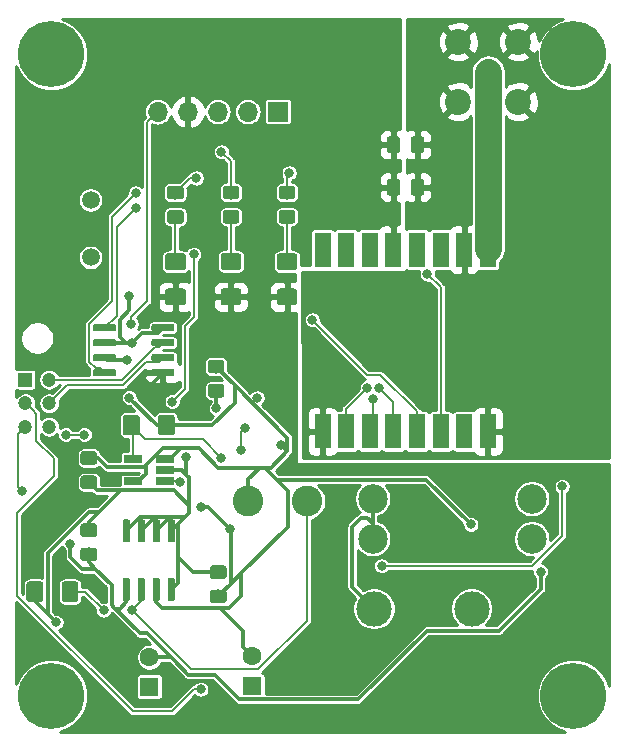
<source format=gtl>
G04 #@! TF.GenerationSoftware,KiCad,Pcbnew,(5.0.0-3-g5ebb6b6)*
G04 #@! TF.CreationDate,2020-02-23T20:28:12-05:00*
G04 #@! TF.ProjectId,telemetry_transmitter,74656C656D657472795F7472616E736D,rev?*
G04 #@! TF.SameCoordinates,Original*
G04 #@! TF.FileFunction,Copper,L1,Top,Signal*
G04 #@! TF.FilePolarity,Positive*
%FSLAX46Y46*%
G04 Gerber Fmt 4.6, Leading zero omitted, Abs format (unit mm)*
G04 Created by KiCad (PCBNEW (5.0.0-3-g5ebb6b6)) date Sunday, February 23, 2020 at 08:28:12 PM*
%MOMM*%
%LPD*%
G01*
G04 APERTURE LIST*
G04 #@! TA.AperFunction,ComponentPad*
%ADD10O,1.700000X1.700000*%
G04 #@! TD*
G04 #@! TA.AperFunction,ComponentPad*
%ADD11R,1.700000X1.700000*%
G04 #@! TD*
G04 #@! TA.AperFunction,ComponentPad*
%ADD12C,1.600000*%
G04 #@! TD*
G04 #@! TA.AperFunction,ComponentPad*
%ADD13R,1.600000X1.600000*%
G04 #@! TD*
G04 #@! TA.AperFunction,SMDPad,CuDef*
%ADD14R,1.400000X3.000000*%
G04 #@! TD*
G04 #@! TA.AperFunction,ComponentPad*
%ADD15C,2.600000*%
G04 #@! TD*
G04 #@! TA.AperFunction,ComponentPad*
%ADD16C,2.100000*%
G04 #@! TD*
G04 #@! TA.AperFunction,ComponentPad*
%ADD17C,2.200000*%
G04 #@! TD*
G04 #@! TA.AperFunction,ComponentPad*
%ADD18C,5.600000*%
G04 #@! TD*
G04 #@! TA.AperFunction,ComponentPad*
%ADD19C,1.500000*%
G04 #@! TD*
G04 #@! TA.AperFunction,Conductor*
%ADD20C,0.100000*%
G04 #@! TD*
G04 #@! TA.AperFunction,SMDPad,CuDef*
%ADD21C,0.600000*%
G04 #@! TD*
G04 #@! TA.AperFunction,SMDPad,CuDef*
%ADD22R,1.560000X0.650000*%
G04 #@! TD*
G04 #@! TA.AperFunction,SMDPad,CuDef*
%ADD23C,1.425000*%
G04 #@! TD*
G04 #@! TA.AperFunction,SMDPad,CuDef*
%ADD24C,1.150000*%
G04 #@! TD*
G04 #@! TA.AperFunction,ComponentPad*
%ADD25C,1.200000*%
G04 #@! TD*
G04 #@! TA.AperFunction,ComponentPad*
%ADD26R,1.200000X1.200000*%
G04 #@! TD*
G04 #@! TA.AperFunction,ComponentPad*
%ADD27C,3.000000*%
G04 #@! TD*
G04 #@! TA.AperFunction,ComponentPad*
%ADD28C,2.500000*%
G04 #@! TD*
G04 #@! TA.AperFunction,ViaPad*
%ADD29C,0.800000*%
G04 #@! TD*
G04 #@! TA.AperFunction,Conductor*
%ADD30C,0.304800*%
G04 #@! TD*
G04 #@! TA.AperFunction,Conductor*
%ADD31C,0.250000*%
G04 #@! TD*
G04 #@! TA.AperFunction,Conductor*
%ADD32C,0.203200*%
G04 #@! TD*
G04 #@! TA.AperFunction,Conductor*
%ADD33C,2.260600*%
G04 #@! TD*
G04 #@! TA.AperFunction,Conductor*
%ADD34C,0.254000*%
G04 #@! TD*
G04 APERTURE END LIST*
D10*
G04 #@! TO.P,J1,5*
G04 #@! TO.N,/~MCLR*
X128498600Y-70459600D03*
G04 #@! TO.P,J1,4*
G04 #@! TO.N,+3V3*
X131038600Y-70459600D03*
G04 #@! TO.P,J1,3*
G04 #@! TO.N,GND*
X133578600Y-70459600D03*
G04 #@! TO.P,J1,2*
G04 #@! TO.N,/ICSPDAT*
X136118600Y-70459600D03*
D11*
G04 #@! TO.P,J1,1*
G04 #@! TO.N,/ICSPCLK*
X138658600Y-70459600D03*
G04 #@! TD*
D12*
G04 #@! TO.P,C5,2*
G04 #@! TO.N,+12V*
X127787400Y-116651400D03*
D13*
G04 #@! TO.P,C5,1*
G04 #@! TO.N,GND*
X127787400Y-119151400D03*
G04 #@! TD*
D14*
G04 #@! TO.P,U4,1*
G04 #@! TO.N,GND*
X142453600Y-97539800D03*
G04 #@! TO.P,U4,2*
G04 #@! TO.N,/radio/SDI*
X144453600Y-97539800D03*
G04 #@! TO.P,U4,3*
G04 #@! TO.N,/radio/SDO*
X146453600Y-97539800D03*
G04 #@! TO.P,U4,4*
G04 #@! TO.N,/radio/SCK*
X148453600Y-97539800D03*
G04 #@! TO.P,U4,5*
G04 #@! TO.N,/radio/~SS*
X150453600Y-97539800D03*
G04 #@! TO.P,U4,6*
G04 #@! TO.N,/radio/RESET*
X152453600Y-97539800D03*
G04 #@! TO.P,U4,7*
G04 #@! TO.N,Net-(U4-Pad7)*
X154453600Y-97539800D03*
G04 #@! TO.P,U4,8*
G04 #@! TO.N,GND*
X156453600Y-97539800D03*
G04 #@! TO.P,U4,9*
G04 #@! TO.N,Net-(AE1-Pad1)*
X156453600Y-82139800D03*
G04 #@! TO.P,U4,10*
G04 #@! TO.N,GND*
X154453600Y-82139800D03*
G04 #@! TO.P,U4,11*
G04 #@! TO.N,Net-(U4-Pad11)*
X152453600Y-82139800D03*
G04 #@! TO.P,U4,12*
G04 #@! TO.N,Net-(U4-Pad12)*
X150453600Y-82139800D03*
G04 #@! TO.P,U4,13*
G04 #@! TO.N,+3V3*
X148453600Y-82139800D03*
G04 #@! TO.P,U4,14*
G04 #@! TO.N,Net-(U4-Pad14)*
X146453600Y-82139800D03*
G04 #@! TO.P,U4,15*
G04 #@! TO.N,Net-(U4-Pad15)*
X144453600Y-82139800D03*
G04 #@! TO.P,U4,16*
G04 #@! TO.N,Net-(U4-Pad16)*
X142453600Y-82139800D03*
G04 #@! TD*
D15*
G04 #@! TO.P,L1,2*
G04 #@! TO.N,+5V*
X136147800Y-103428800D03*
G04 #@! TO.P,L1,1*
G04 #@! TO.N,Net-(D4-Pad1)*
X141147800Y-103428800D03*
G04 #@! TD*
D16*
G04 #@! TO.P,J4,1*
G04 #@! TO.N,Net-(AE1-Pad1)*
X156489400Y-67081400D03*
D17*
G04 #@! TO.P,J4,2*
G04 #@! TO.N,GND*
X153949400Y-64541400D03*
X159029400Y-64541400D03*
X159029400Y-69621400D03*
X153949400Y-69621400D03*
G04 #@! TD*
D18*
G04 #@! TO.P,REF\002A\002A,1*
G04 #@! TO.N,N/C*
X119500000Y-65600000D03*
G04 #@! TD*
G04 #@! TO.P,REF\002A\002A,1*
G04 #@! TO.N,N/C*
X119500000Y-119900000D03*
G04 #@! TD*
G04 #@! TO.P,REF\002A\002A,1*
G04 #@! TO.N,N/C*
X163700000Y-119900000D03*
G04 #@! TD*
G04 #@! TO.P,REF\002A\002A,1*
G04 #@! TO.N,N/C*
X163700000Y-65600000D03*
G04 #@! TD*
D19*
G04 #@! TO.P,Y1,2*
G04 #@! TO.N,/OSC2*
X122809000Y-77924000D03*
G04 #@! TO.P,Y1,1*
G04 #@! TO.N,/OSC1*
X122809000Y-82804000D03*
G04 #@! TD*
D20*
G04 #@! TO.N,GND*
G04 #@! TO.C,U6*
G36*
X125996303Y-104983322D02*
X126010864Y-104985482D01*
X126025143Y-104989059D01*
X126039003Y-104994018D01*
X126052310Y-105000312D01*
X126064936Y-105007880D01*
X126076759Y-105016648D01*
X126087666Y-105026534D01*
X126097552Y-105037441D01*
X126106320Y-105049264D01*
X126113888Y-105061890D01*
X126120182Y-105075197D01*
X126125141Y-105089057D01*
X126128718Y-105103336D01*
X126130878Y-105117897D01*
X126131600Y-105132600D01*
X126131600Y-106782600D01*
X126130878Y-106797303D01*
X126128718Y-106811864D01*
X126125141Y-106826143D01*
X126120182Y-106840003D01*
X126113888Y-106853310D01*
X126106320Y-106865936D01*
X126097552Y-106877759D01*
X126087666Y-106888666D01*
X126076759Y-106898552D01*
X126064936Y-106907320D01*
X126052310Y-106914888D01*
X126039003Y-106921182D01*
X126025143Y-106926141D01*
X126010864Y-106929718D01*
X125996303Y-106931878D01*
X125981600Y-106932600D01*
X125681600Y-106932600D01*
X125666897Y-106931878D01*
X125652336Y-106929718D01*
X125638057Y-106926141D01*
X125624197Y-106921182D01*
X125610890Y-106914888D01*
X125598264Y-106907320D01*
X125586441Y-106898552D01*
X125575534Y-106888666D01*
X125565648Y-106877759D01*
X125556880Y-106865936D01*
X125549312Y-106853310D01*
X125543018Y-106840003D01*
X125538059Y-106826143D01*
X125534482Y-106811864D01*
X125532322Y-106797303D01*
X125531600Y-106782600D01*
X125531600Y-105132600D01*
X125532322Y-105117897D01*
X125534482Y-105103336D01*
X125538059Y-105089057D01*
X125543018Y-105075197D01*
X125549312Y-105061890D01*
X125556880Y-105049264D01*
X125565648Y-105037441D01*
X125575534Y-105026534D01*
X125586441Y-105016648D01*
X125598264Y-105007880D01*
X125610890Y-105000312D01*
X125624197Y-104994018D01*
X125638057Y-104989059D01*
X125652336Y-104985482D01*
X125666897Y-104983322D01*
X125681600Y-104982600D01*
X125981600Y-104982600D01*
X125996303Y-104983322D01*
X125996303Y-104983322D01*
G37*
D21*
G04 #@! TD*
G04 #@! TO.P,U6,8*
G04 #@! TO.N,GND*
X125831600Y-105957600D03*
D20*
G04 #@! TO.N,GND*
G04 #@! TO.C,U6*
G36*
X127266303Y-104983322D02*
X127280864Y-104985482D01*
X127295143Y-104989059D01*
X127309003Y-104994018D01*
X127322310Y-105000312D01*
X127334936Y-105007880D01*
X127346759Y-105016648D01*
X127357666Y-105026534D01*
X127367552Y-105037441D01*
X127376320Y-105049264D01*
X127383888Y-105061890D01*
X127390182Y-105075197D01*
X127395141Y-105089057D01*
X127398718Y-105103336D01*
X127400878Y-105117897D01*
X127401600Y-105132600D01*
X127401600Y-106782600D01*
X127400878Y-106797303D01*
X127398718Y-106811864D01*
X127395141Y-106826143D01*
X127390182Y-106840003D01*
X127383888Y-106853310D01*
X127376320Y-106865936D01*
X127367552Y-106877759D01*
X127357666Y-106888666D01*
X127346759Y-106898552D01*
X127334936Y-106907320D01*
X127322310Y-106914888D01*
X127309003Y-106921182D01*
X127295143Y-106926141D01*
X127280864Y-106929718D01*
X127266303Y-106931878D01*
X127251600Y-106932600D01*
X126951600Y-106932600D01*
X126936897Y-106931878D01*
X126922336Y-106929718D01*
X126908057Y-106926141D01*
X126894197Y-106921182D01*
X126880890Y-106914888D01*
X126868264Y-106907320D01*
X126856441Y-106898552D01*
X126845534Y-106888666D01*
X126835648Y-106877759D01*
X126826880Y-106865936D01*
X126819312Y-106853310D01*
X126813018Y-106840003D01*
X126808059Y-106826143D01*
X126804482Y-106811864D01*
X126802322Y-106797303D01*
X126801600Y-106782600D01*
X126801600Y-105132600D01*
X126802322Y-105117897D01*
X126804482Y-105103336D01*
X126808059Y-105089057D01*
X126813018Y-105075197D01*
X126819312Y-105061890D01*
X126826880Y-105049264D01*
X126835648Y-105037441D01*
X126845534Y-105026534D01*
X126856441Y-105016648D01*
X126868264Y-105007880D01*
X126880890Y-105000312D01*
X126894197Y-104994018D01*
X126908057Y-104989059D01*
X126922336Y-104985482D01*
X126936897Y-104983322D01*
X126951600Y-104982600D01*
X127251600Y-104982600D01*
X127266303Y-104983322D01*
X127266303Y-104983322D01*
G37*
D21*
G04 #@! TD*
G04 #@! TO.P,U6,7*
G04 #@! TO.N,GND*
X127101600Y-105957600D03*
D20*
G04 #@! TO.N,GND*
G04 #@! TO.C,U6*
G36*
X128536303Y-104983322D02*
X128550864Y-104985482D01*
X128565143Y-104989059D01*
X128579003Y-104994018D01*
X128592310Y-105000312D01*
X128604936Y-105007880D01*
X128616759Y-105016648D01*
X128627666Y-105026534D01*
X128637552Y-105037441D01*
X128646320Y-105049264D01*
X128653888Y-105061890D01*
X128660182Y-105075197D01*
X128665141Y-105089057D01*
X128668718Y-105103336D01*
X128670878Y-105117897D01*
X128671600Y-105132600D01*
X128671600Y-106782600D01*
X128670878Y-106797303D01*
X128668718Y-106811864D01*
X128665141Y-106826143D01*
X128660182Y-106840003D01*
X128653888Y-106853310D01*
X128646320Y-106865936D01*
X128637552Y-106877759D01*
X128627666Y-106888666D01*
X128616759Y-106898552D01*
X128604936Y-106907320D01*
X128592310Y-106914888D01*
X128579003Y-106921182D01*
X128565143Y-106926141D01*
X128550864Y-106929718D01*
X128536303Y-106931878D01*
X128521600Y-106932600D01*
X128221600Y-106932600D01*
X128206897Y-106931878D01*
X128192336Y-106929718D01*
X128178057Y-106926141D01*
X128164197Y-106921182D01*
X128150890Y-106914888D01*
X128138264Y-106907320D01*
X128126441Y-106898552D01*
X128115534Y-106888666D01*
X128105648Y-106877759D01*
X128096880Y-106865936D01*
X128089312Y-106853310D01*
X128083018Y-106840003D01*
X128078059Y-106826143D01*
X128074482Y-106811864D01*
X128072322Y-106797303D01*
X128071600Y-106782600D01*
X128071600Y-105132600D01*
X128072322Y-105117897D01*
X128074482Y-105103336D01*
X128078059Y-105089057D01*
X128083018Y-105075197D01*
X128089312Y-105061890D01*
X128096880Y-105049264D01*
X128105648Y-105037441D01*
X128115534Y-105026534D01*
X128126441Y-105016648D01*
X128138264Y-105007880D01*
X128150890Y-105000312D01*
X128164197Y-104994018D01*
X128178057Y-104989059D01*
X128192336Y-104985482D01*
X128206897Y-104983322D01*
X128221600Y-104982600D01*
X128521600Y-104982600D01*
X128536303Y-104983322D01*
X128536303Y-104983322D01*
G37*
D21*
G04 #@! TD*
G04 #@! TO.P,U6,6*
G04 #@! TO.N,GND*
X128371600Y-105957600D03*
D20*
G04 #@! TO.N,GND*
G04 #@! TO.C,U6*
G36*
X129806303Y-104983322D02*
X129820864Y-104985482D01*
X129835143Y-104989059D01*
X129849003Y-104994018D01*
X129862310Y-105000312D01*
X129874936Y-105007880D01*
X129886759Y-105016648D01*
X129897666Y-105026534D01*
X129907552Y-105037441D01*
X129916320Y-105049264D01*
X129923888Y-105061890D01*
X129930182Y-105075197D01*
X129935141Y-105089057D01*
X129938718Y-105103336D01*
X129940878Y-105117897D01*
X129941600Y-105132600D01*
X129941600Y-106782600D01*
X129940878Y-106797303D01*
X129938718Y-106811864D01*
X129935141Y-106826143D01*
X129930182Y-106840003D01*
X129923888Y-106853310D01*
X129916320Y-106865936D01*
X129907552Y-106877759D01*
X129897666Y-106888666D01*
X129886759Y-106898552D01*
X129874936Y-106907320D01*
X129862310Y-106914888D01*
X129849003Y-106921182D01*
X129835143Y-106926141D01*
X129820864Y-106929718D01*
X129806303Y-106931878D01*
X129791600Y-106932600D01*
X129491600Y-106932600D01*
X129476897Y-106931878D01*
X129462336Y-106929718D01*
X129448057Y-106926141D01*
X129434197Y-106921182D01*
X129420890Y-106914888D01*
X129408264Y-106907320D01*
X129396441Y-106898552D01*
X129385534Y-106888666D01*
X129375648Y-106877759D01*
X129366880Y-106865936D01*
X129359312Y-106853310D01*
X129353018Y-106840003D01*
X129348059Y-106826143D01*
X129344482Y-106811864D01*
X129342322Y-106797303D01*
X129341600Y-106782600D01*
X129341600Y-105132600D01*
X129342322Y-105117897D01*
X129344482Y-105103336D01*
X129348059Y-105089057D01*
X129353018Y-105075197D01*
X129359312Y-105061890D01*
X129366880Y-105049264D01*
X129375648Y-105037441D01*
X129385534Y-105026534D01*
X129396441Y-105016648D01*
X129408264Y-105007880D01*
X129420890Y-105000312D01*
X129434197Y-104994018D01*
X129448057Y-104989059D01*
X129462336Y-104985482D01*
X129476897Y-104983322D01*
X129491600Y-104982600D01*
X129791600Y-104982600D01*
X129806303Y-104983322D01*
X129806303Y-104983322D01*
G37*
D21*
G04 #@! TD*
G04 #@! TO.P,U6,5*
G04 #@! TO.N,GND*
X129641600Y-105957600D03*
D20*
G04 #@! TO.N,GND*
G04 #@! TO.C,U6*
G36*
X129806303Y-109933322D02*
X129820864Y-109935482D01*
X129835143Y-109939059D01*
X129849003Y-109944018D01*
X129862310Y-109950312D01*
X129874936Y-109957880D01*
X129886759Y-109966648D01*
X129897666Y-109976534D01*
X129907552Y-109987441D01*
X129916320Y-109999264D01*
X129923888Y-110011890D01*
X129930182Y-110025197D01*
X129935141Y-110039057D01*
X129938718Y-110053336D01*
X129940878Y-110067897D01*
X129941600Y-110082600D01*
X129941600Y-111732600D01*
X129940878Y-111747303D01*
X129938718Y-111761864D01*
X129935141Y-111776143D01*
X129930182Y-111790003D01*
X129923888Y-111803310D01*
X129916320Y-111815936D01*
X129907552Y-111827759D01*
X129897666Y-111838666D01*
X129886759Y-111848552D01*
X129874936Y-111857320D01*
X129862310Y-111864888D01*
X129849003Y-111871182D01*
X129835143Y-111876141D01*
X129820864Y-111879718D01*
X129806303Y-111881878D01*
X129791600Y-111882600D01*
X129491600Y-111882600D01*
X129476897Y-111881878D01*
X129462336Y-111879718D01*
X129448057Y-111876141D01*
X129434197Y-111871182D01*
X129420890Y-111864888D01*
X129408264Y-111857320D01*
X129396441Y-111848552D01*
X129385534Y-111838666D01*
X129375648Y-111827759D01*
X129366880Y-111815936D01*
X129359312Y-111803310D01*
X129353018Y-111790003D01*
X129348059Y-111776143D01*
X129344482Y-111761864D01*
X129342322Y-111747303D01*
X129341600Y-111732600D01*
X129341600Y-110082600D01*
X129342322Y-110067897D01*
X129344482Y-110053336D01*
X129348059Y-110039057D01*
X129353018Y-110025197D01*
X129359312Y-110011890D01*
X129366880Y-109999264D01*
X129375648Y-109987441D01*
X129385534Y-109976534D01*
X129396441Y-109966648D01*
X129408264Y-109957880D01*
X129420890Y-109950312D01*
X129434197Y-109944018D01*
X129448057Y-109939059D01*
X129462336Y-109935482D01*
X129476897Y-109933322D01*
X129491600Y-109932600D01*
X129791600Y-109932600D01*
X129806303Y-109933322D01*
X129806303Y-109933322D01*
G37*
D21*
G04 #@! TD*
G04 #@! TO.P,U6,4*
G04 #@! TO.N,GND*
X129641600Y-110907600D03*
D20*
G04 #@! TO.N,+5V*
G04 #@! TO.C,U6*
G36*
X128536303Y-109933322D02*
X128550864Y-109935482D01*
X128565143Y-109939059D01*
X128579003Y-109944018D01*
X128592310Y-109950312D01*
X128604936Y-109957880D01*
X128616759Y-109966648D01*
X128627666Y-109976534D01*
X128637552Y-109987441D01*
X128646320Y-109999264D01*
X128653888Y-110011890D01*
X128660182Y-110025197D01*
X128665141Y-110039057D01*
X128668718Y-110053336D01*
X128670878Y-110067897D01*
X128671600Y-110082600D01*
X128671600Y-111732600D01*
X128670878Y-111747303D01*
X128668718Y-111761864D01*
X128665141Y-111776143D01*
X128660182Y-111790003D01*
X128653888Y-111803310D01*
X128646320Y-111815936D01*
X128637552Y-111827759D01*
X128627666Y-111838666D01*
X128616759Y-111848552D01*
X128604936Y-111857320D01*
X128592310Y-111864888D01*
X128579003Y-111871182D01*
X128565143Y-111876141D01*
X128550864Y-111879718D01*
X128536303Y-111881878D01*
X128521600Y-111882600D01*
X128221600Y-111882600D01*
X128206897Y-111881878D01*
X128192336Y-111879718D01*
X128178057Y-111876141D01*
X128164197Y-111871182D01*
X128150890Y-111864888D01*
X128138264Y-111857320D01*
X128126441Y-111848552D01*
X128115534Y-111838666D01*
X128105648Y-111827759D01*
X128096880Y-111815936D01*
X128089312Y-111803310D01*
X128083018Y-111790003D01*
X128078059Y-111776143D01*
X128074482Y-111761864D01*
X128072322Y-111747303D01*
X128071600Y-111732600D01*
X128071600Y-110082600D01*
X128072322Y-110067897D01*
X128074482Y-110053336D01*
X128078059Y-110039057D01*
X128083018Y-110025197D01*
X128089312Y-110011890D01*
X128096880Y-109999264D01*
X128105648Y-109987441D01*
X128115534Y-109976534D01*
X128126441Y-109966648D01*
X128138264Y-109957880D01*
X128150890Y-109950312D01*
X128164197Y-109944018D01*
X128178057Y-109939059D01*
X128192336Y-109935482D01*
X128206897Y-109933322D01*
X128221600Y-109932600D01*
X128521600Y-109932600D01*
X128536303Y-109933322D01*
X128536303Y-109933322D01*
G37*
D21*
G04 #@! TD*
G04 #@! TO.P,U6,3*
G04 #@! TO.N,+5V*
X128371600Y-110907600D03*
D20*
G04 #@! TO.N,Net-(D4-Pad1)*
G04 #@! TO.C,U6*
G36*
X127266303Y-109933322D02*
X127280864Y-109935482D01*
X127295143Y-109939059D01*
X127309003Y-109944018D01*
X127322310Y-109950312D01*
X127334936Y-109957880D01*
X127346759Y-109966648D01*
X127357666Y-109976534D01*
X127367552Y-109987441D01*
X127376320Y-109999264D01*
X127383888Y-110011890D01*
X127390182Y-110025197D01*
X127395141Y-110039057D01*
X127398718Y-110053336D01*
X127400878Y-110067897D01*
X127401600Y-110082600D01*
X127401600Y-111732600D01*
X127400878Y-111747303D01*
X127398718Y-111761864D01*
X127395141Y-111776143D01*
X127390182Y-111790003D01*
X127383888Y-111803310D01*
X127376320Y-111815936D01*
X127367552Y-111827759D01*
X127357666Y-111838666D01*
X127346759Y-111848552D01*
X127334936Y-111857320D01*
X127322310Y-111864888D01*
X127309003Y-111871182D01*
X127295143Y-111876141D01*
X127280864Y-111879718D01*
X127266303Y-111881878D01*
X127251600Y-111882600D01*
X126951600Y-111882600D01*
X126936897Y-111881878D01*
X126922336Y-111879718D01*
X126908057Y-111876141D01*
X126894197Y-111871182D01*
X126880890Y-111864888D01*
X126868264Y-111857320D01*
X126856441Y-111848552D01*
X126845534Y-111838666D01*
X126835648Y-111827759D01*
X126826880Y-111815936D01*
X126819312Y-111803310D01*
X126813018Y-111790003D01*
X126808059Y-111776143D01*
X126804482Y-111761864D01*
X126802322Y-111747303D01*
X126801600Y-111732600D01*
X126801600Y-110082600D01*
X126802322Y-110067897D01*
X126804482Y-110053336D01*
X126808059Y-110039057D01*
X126813018Y-110025197D01*
X126819312Y-110011890D01*
X126826880Y-109999264D01*
X126835648Y-109987441D01*
X126845534Y-109976534D01*
X126856441Y-109966648D01*
X126868264Y-109957880D01*
X126880890Y-109950312D01*
X126894197Y-109944018D01*
X126908057Y-109939059D01*
X126922336Y-109935482D01*
X126936897Y-109933322D01*
X126951600Y-109932600D01*
X127251600Y-109932600D01*
X127266303Y-109933322D01*
X127266303Y-109933322D01*
G37*
D21*
G04 #@! TD*
G04 #@! TO.P,U6,2*
G04 #@! TO.N,Net-(D4-Pad1)*
X127101600Y-110907600D03*
D20*
G04 #@! TO.N,+12V*
G04 #@! TO.C,U6*
G36*
X125996303Y-109933322D02*
X126010864Y-109935482D01*
X126025143Y-109939059D01*
X126039003Y-109944018D01*
X126052310Y-109950312D01*
X126064936Y-109957880D01*
X126076759Y-109966648D01*
X126087666Y-109976534D01*
X126097552Y-109987441D01*
X126106320Y-109999264D01*
X126113888Y-110011890D01*
X126120182Y-110025197D01*
X126125141Y-110039057D01*
X126128718Y-110053336D01*
X126130878Y-110067897D01*
X126131600Y-110082600D01*
X126131600Y-111732600D01*
X126130878Y-111747303D01*
X126128718Y-111761864D01*
X126125141Y-111776143D01*
X126120182Y-111790003D01*
X126113888Y-111803310D01*
X126106320Y-111815936D01*
X126097552Y-111827759D01*
X126087666Y-111838666D01*
X126076759Y-111848552D01*
X126064936Y-111857320D01*
X126052310Y-111864888D01*
X126039003Y-111871182D01*
X126025143Y-111876141D01*
X126010864Y-111879718D01*
X125996303Y-111881878D01*
X125981600Y-111882600D01*
X125681600Y-111882600D01*
X125666897Y-111881878D01*
X125652336Y-111879718D01*
X125638057Y-111876141D01*
X125624197Y-111871182D01*
X125610890Y-111864888D01*
X125598264Y-111857320D01*
X125586441Y-111848552D01*
X125575534Y-111838666D01*
X125565648Y-111827759D01*
X125556880Y-111815936D01*
X125549312Y-111803310D01*
X125543018Y-111790003D01*
X125538059Y-111776143D01*
X125534482Y-111761864D01*
X125532322Y-111747303D01*
X125531600Y-111732600D01*
X125531600Y-110082600D01*
X125532322Y-110067897D01*
X125534482Y-110053336D01*
X125538059Y-110039057D01*
X125543018Y-110025197D01*
X125549312Y-110011890D01*
X125556880Y-109999264D01*
X125565648Y-109987441D01*
X125575534Y-109976534D01*
X125586441Y-109966648D01*
X125598264Y-109957880D01*
X125610890Y-109950312D01*
X125624197Y-109944018D01*
X125638057Y-109939059D01*
X125652336Y-109935482D01*
X125666897Y-109933322D01*
X125681600Y-109932600D01*
X125981600Y-109932600D01*
X125996303Y-109933322D01*
X125996303Y-109933322D01*
G37*
D21*
G04 #@! TD*
G04 #@! TO.P,U6,1*
G04 #@! TO.N,+12V*
X125831600Y-110907600D03*
D22*
G04 #@! TO.P,U5,5*
G04 #@! TO.N,+5V*
X126386600Y-101762600D03*
G04 #@! TO.P,U5,4*
G04 #@! TO.N,/power/Sensed_5V*
X126386600Y-99862600D03*
G04 #@! TO.P,U5,3*
G04 #@! TO.N,+5V*
X129086600Y-99862600D03*
G04 #@! TO.P,U5,2*
G04 #@! TO.N,GND*
X129086600Y-100812600D03*
G04 #@! TO.P,U5,1*
G04 #@! TO.N,/power/CURR_BUS*
X129086600Y-101762600D03*
G04 #@! TD*
D20*
G04 #@! TO.N,GND*
G04 #@! TO.C,U2*
G36*
X129781303Y-88448322D02*
X129795864Y-88450482D01*
X129810143Y-88454059D01*
X129824003Y-88459018D01*
X129837310Y-88465312D01*
X129849936Y-88472880D01*
X129861759Y-88481648D01*
X129872666Y-88491534D01*
X129882552Y-88502441D01*
X129891320Y-88514264D01*
X129898888Y-88526890D01*
X129905182Y-88540197D01*
X129910141Y-88554057D01*
X129913718Y-88568336D01*
X129915878Y-88582897D01*
X129916600Y-88597600D01*
X129916600Y-88897600D01*
X129915878Y-88912303D01*
X129913718Y-88926864D01*
X129910141Y-88941143D01*
X129905182Y-88955003D01*
X129898888Y-88968310D01*
X129891320Y-88980936D01*
X129882552Y-88992759D01*
X129872666Y-89003666D01*
X129861759Y-89013552D01*
X129849936Y-89022320D01*
X129837310Y-89029888D01*
X129824003Y-89036182D01*
X129810143Y-89041141D01*
X129795864Y-89044718D01*
X129781303Y-89046878D01*
X129766600Y-89047600D01*
X128116600Y-89047600D01*
X128101897Y-89046878D01*
X128087336Y-89044718D01*
X128073057Y-89041141D01*
X128059197Y-89036182D01*
X128045890Y-89029888D01*
X128033264Y-89022320D01*
X128021441Y-89013552D01*
X128010534Y-89003666D01*
X128000648Y-88992759D01*
X127991880Y-88980936D01*
X127984312Y-88968310D01*
X127978018Y-88955003D01*
X127973059Y-88941143D01*
X127969482Y-88926864D01*
X127967322Y-88912303D01*
X127966600Y-88897600D01*
X127966600Y-88597600D01*
X127967322Y-88582897D01*
X127969482Y-88568336D01*
X127973059Y-88554057D01*
X127978018Y-88540197D01*
X127984312Y-88526890D01*
X127991880Y-88514264D01*
X128000648Y-88502441D01*
X128010534Y-88491534D01*
X128021441Y-88481648D01*
X128033264Y-88472880D01*
X128045890Y-88465312D01*
X128059197Y-88459018D01*
X128073057Y-88454059D01*
X128087336Y-88450482D01*
X128101897Y-88448322D01*
X128116600Y-88447600D01*
X129766600Y-88447600D01*
X129781303Y-88448322D01*
X129781303Y-88448322D01*
G37*
D21*
G04 #@! TD*
G04 #@! TO.P,U2,8*
G04 #@! TO.N,GND*
X128941600Y-88747600D03*
D20*
G04 #@! TO.N,CANH*
G04 #@! TO.C,U2*
G36*
X129781303Y-89718322D02*
X129795864Y-89720482D01*
X129810143Y-89724059D01*
X129824003Y-89729018D01*
X129837310Y-89735312D01*
X129849936Y-89742880D01*
X129861759Y-89751648D01*
X129872666Y-89761534D01*
X129882552Y-89772441D01*
X129891320Y-89784264D01*
X129898888Y-89796890D01*
X129905182Y-89810197D01*
X129910141Y-89824057D01*
X129913718Y-89838336D01*
X129915878Y-89852897D01*
X129916600Y-89867600D01*
X129916600Y-90167600D01*
X129915878Y-90182303D01*
X129913718Y-90196864D01*
X129910141Y-90211143D01*
X129905182Y-90225003D01*
X129898888Y-90238310D01*
X129891320Y-90250936D01*
X129882552Y-90262759D01*
X129872666Y-90273666D01*
X129861759Y-90283552D01*
X129849936Y-90292320D01*
X129837310Y-90299888D01*
X129824003Y-90306182D01*
X129810143Y-90311141D01*
X129795864Y-90314718D01*
X129781303Y-90316878D01*
X129766600Y-90317600D01*
X128116600Y-90317600D01*
X128101897Y-90316878D01*
X128087336Y-90314718D01*
X128073057Y-90311141D01*
X128059197Y-90306182D01*
X128045890Y-90299888D01*
X128033264Y-90292320D01*
X128021441Y-90283552D01*
X128010534Y-90273666D01*
X128000648Y-90262759D01*
X127991880Y-90250936D01*
X127984312Y-90238310D01*
X127978018Y-90225003D01*
X127973059Y-90211143D01*
X127969482Y-90196864D01*
X127967322Y-90182303D01*
X127966600Y-90167600D01*
X127966600Y-89867600D01*
X127967322Y-89852897D01*
X127969482Y-89838336D01*
X127973059Y-89824057D01*
X127978018Y-89810197D01*
X127984312Y-89796890D01*
X127991880Y-89784264D01*
X128000648Y-89772441D01*
X128010534Y-89761534D01*
X128021441Y-89751648D01*
X128033264Y-89742880D01*
X128045890Y-89735312D01*
X128059197Y-89729018D01*
X128073057Y-89724059D01*
X128087336Y-89720482D01*
X128101897Y-89718322D01*
X128116600Y-89717600D01*
X129766600Y-89717600D01*
X129781303Y-89718322D01*
X129781303Y-89718322D01*
G37*
D21*
G04 #@! TD*
G04 #@! TO.P,U2,7*
G04 #@! TO.N,CANH*
X128941600Y-90017600D03*
D20*
G04 #@! TO.N,CANL*
G04 #@! TO.C,U2*
G36*
X129781303Y-90988322D02*
X129795864Y-90990482D01*
X129810143Y-90994059D01*
X129824003Y-90999018D01*
X129837310Y-91005312D01*
X129849936Y-91012880D01*
X129861759Y-91021648D01*
X129872666Y-91031534D01*
X129882552Y-91042441D01*
X129891320Y-91054264D01*
X129898888Y-91066890D01*
X129905182Y-91080197D01*
X129910141Y-91094057D01*
X129913718Y-91108336D01*
X129915878Y-91122897D01*
X129916600Y-91137600D01*
X129916600Y-91437600D01*
X129915878Y-91452303D01*
X129913718Y-91466864D01*
X129910141Y-91481143D01*
X129905182Y-91495003D01*
X129898888Y-91508310D01*
X129891320Y-91520936D01*
X129882552Y-91532759D01*
X129872666Y-91543666D01*
X129861759Y-91553552D01*
X129849936Y-91562320D01*
X129837310Y-91569888D01*
X129824003Y-91576182D01*
X129810143Y-91581141D01*
X129795864Y-91584718D01*
X129781303Y-91586878D01*
X129766600Y-91587600D01*
X128116600Y-91587600D01*
X128101897Y-91586878D01*
X128087336Y-91584718D01*
X128073057Y-91581141D01*
X128059197Y-91576182D01*
X128045890Y-91569888D01*
X128033264Y-91562320D01*
X128021441Y-91553552D01*
X128010534Y-91543666D01*
X128000648Y-91532759D01*
X127991880Y-91520936D01*
X127984312Y-91508310D01*
X127978018Y-91495003D01*
X127973059Y-91481143D01*
X127969482Y-91466864D01*
X127967322Y-91452303D01*
X127966600Y-91437600D01*
X127966600Y-91137600D01*
X127967322Y-91122897D01*
X127969482Y-91108336D01*
X127973059Y-91094057D01*
X127978018Y-91080197D01*
X127984312Y-91066890D01*
X127991880Y-91054264D01*
X128000648Y-91042441D01*
X128010534Y-91031534D01*
X128021441Y-91021648D01*
X128033264Y-91012880D01*
X128045890Y-91005312D01*
X128059197Y-90999018D01*
X128073057Y-90994059D01*
X128087336Y-90990482D01*
X128101897Y-90988322D01*
X128116600Y-90987600D01*
X129766600Y-90987600D01*
X129781303Y-90988322D01*
X129781303Y-90988322D01*
G37*
D21*
G04 #@! TD*
G04 #@! TO.P,U2,6*
G04 #@! TO.N,CANL*
X128941600Y-91287600D03*
D20*
G04 #@! TO.N,+3V3*
G04 #@! TO.C,U2*
G36*
X129781303Y-92258322D02*
X129795864Y-92260482D01*
X129810143Y-92264059D01*
X129824003Y-92269018D01*
X129837310Y-92275312D01*
X129849936Y-92282880D01*
X129861759Y-92291648D01*
X129872666Y-92301534D01*
X129882552Y-92312441D01*
X129891320Y-92324264D01*
X129898888Y-92336890D01*
X129905182Y-92350197D01*
X129910141Y-92364057D01*
X129913718Y-92378336D01*
X129915878Y-92392897D01*
X129916600Y-92407600D01*
X129916600Y-92707600D01*
X129915878Y-92722303D01*
X129913718Y-92736864D01*
X129910141Y-92751143D01*
X129905182Y-92765003D01*
X129898888Y-92778310D01*
X129891320Y-92790936D01*
X129882552Y-92802759D01*
X129872666Y-92813666D01*
X129861759Y-92823552D01*
X129849936Y-92832320D01*
X129837310Y-92839888D01*
X129824003Y-92846182D01*
X129810143Y-92851141D01*
X129795864Y-92854718D01*
X129781303Y-92856878D01*
X129766600Y-92857600D01*
X128116600Y-92857600D01*
X128101897Y-92856878D01*
X128087336Y-92854718D01*
X128073057Y-92851141D01*
X128059197Y-92846182D01*
X128045890Y-92839888D01*
X128033264Y-92832320D01*
X128021441Y-92823552D01*
X128010534Y-92813666D01*
X128000648Y-92802759D01*
X127991880Y-92790936D01*
X127984312Y-92778310D01*
X127978018Y-92765003D01*
X127973059Y-92751143D01*
X127969482Y-92736864D01*
X127967322Y-92722303D01*
X127966600Y-92707600D01*
X127966600Y-92407600D01*
X127967322Y-92392897D01*
X127969482Y-92378336D01*
X127973059Y-92364057D01*
X127978018Y-92350197D01*
X127984312Y-92336890D01*
X127991880Y-92324264D01*
X128000648Y-92312441D01*
X128010534Y-92301534D01*
X128021441Y-92291648D01*
X128033264Y-92282880D01*
X128045890Y-92275312D01*
X128059197Y-92269018D01*
X128073057Y-92264059D01*
X128087336Y-92260482D01*
X128101897Y-92258322D01*
X128116600Y-92257600D01*
X129766600Y-92257600D01*
X129781303Y-92258322D01*
X129781303Y-92258322D01*
G37*
D21*
G04 #@! TD*
G04 #@! TO.P,U2,5*
G04 #@! TO.N,+3V3*
X128941600Y-92557600D03*
D20*
G04 #@! TO.N,/CAN_RX*
G04 #@! TO.C,U2*
G36*
X124831303Y-92258322D02*
X124845864Y-92260482D01*
X124860143Y-92264059D01*
X124874003Y-92269018D01*
X124887310Y-92275312D01*
X124899936Y-92282880D01*
X124911759Y-92291648D01*
X124922666Y-92301534D01*
X124932552Y-92312441D01*
X124941320Y-92324264D01*
X124948888Y-92336890D01*
X124955182Y-92350197D01*
X124960141Y-92364057D01*
X124963718Y-92378336D01*
X124965878Y-92392897D01*
X124966600Y-92407600D01*
X124966600Y-92707600D01*
X124965878Y-92722303D01*
X124963718Y-92736864D01*
X124960141Y-92751143D01*
X124955182Y-92765003D01*
X124948888Y-92778310D01*
X124941320Y-92790936D01*
X124932552Y-92802759D01*
X124922666Y-92813666D01*
X124911759Y-92823552D01*
X124899936Y-92832320D01*
X124887310Y-92839888D01*
X124874003Y-92846182D01*
X124860143Y-92851141D01*
X124845864Y-92854718D01*
X124831303Y-92856878D01*
X124816600Y-92857600D01*
X123166600Y-92857600D01*
X123151897Y-92856878D01*
X123137336Y-92854718D01*
X123123057Y-92851141D01*
X123109197Y-92846182D01*
X123095890Y-92839888D01*
X123083264Y-92832320D01*
X123071441Y-92823552D01*
X123060534Y-92813666D01*
X123050648Y-92802759D01*
X123041880Y-92790936D01*
X123034312Y-92778310D01*
X123028018Y-92765003D01*
X123023059Y-92751143D01*
X123019482Y-92736864D01*
X123017322Y-92722303D01*
X123016600Y-92707600D01*
X123016600Y-92407600D01*
X123017322Y-92392897D01*
X123019482Y-92378336D01*
X123023059Y-92364057D01*
X123028018Y-92350197D01*
X123034312Y-92336890D01*
X123041880Y-92324264D01*
X123050648Y-92312441D01*
X123060534Y-92301534D01*
X123071441Y-92291648D01*
X123083264Y-92282880D01*
X123095890Y-92275312D01*
X123109197Y-92269018D01*
X123123057Y-92264059D01*
X123137336Y-92260482D01*
X123151897Y-92258322D01*
X123166600Y-92257600D01*
X124816600Y-92257600D01*
X124831303Y-92258322D01*
X124831303Y-92258322D01*
G37*
D21*
G04 #@! TD*
G04 #@! TO.P,U2,4*
G04 #@! TO.N,/CAN_RX*
X123991600Y-92557600D03*
D20*
G04 #@! TO.N,+5V*
G04 #@! TO.C,U2*
G36*
X124831303Y-90988322D02*
X124845864Y-90990482D01*
X124860143Y-90994059D01*
X124874003Y-90999018D01*
X124887310Y-91005312D01*
X124899936Y-91012880D01*
X124911759Y-91021648D01*
X124922666Y-91031534D01*
X124932552Y-91042441D01*
X124941320Y-91054264D01*
X124948888Y-91066890D01*
X124955182Y-91080197D01*
X124960141Y-91094057D01*
X124963718Y-91108336D01*
X124965878Y-91122897D01*
X124966600Y-91137600D01*
X124966600Y-91437600D01*
X124965878Y-91452303D01*
X124963718Y-91466864D01*
X124960141Y-91481143D01*
X124955182Y-91495003D01*
X124948888Y-91508310D01*
X124941320Y-91520936D01*
X124932552Y-91532759D01*
X124922666Y-91543666D01*
X124911759Y-91553552D01*
X124899936Y-91562320D01*
X124887310Y-91569888D01*
X124874003Y-91576182D01*
X124860143Y-91581141D01*
X124845864Y-91584718D01*
X124831303Y-91586878D01*
X124816600Y-91587600D01*
X123166600Y-91587600D01*
X123151897Y-91586878D01*
X123137336Y-91584718D01*
X123123057Y-91581141D01*
X123109197Y-91576182D01*
X123095890Y-91569888D01*
X123083264Y-91562320D01*
X123071441Y-91553552D01*
X123060534Y-91543666D01*
X123050648Y-91532759D01*
X123041880Y-91520936D01*
X123034312Y-91508310D01*
X123028018Y-91495003D01*
X123023059Y-91481143D01*
X123019482Y-91466864D01*
X123017322Y-91452303D01*
X123016600Y-91437600D01*
X123016600Y-91137600D01*
X123017322Y-91122897D01*
X123019482Y-91108336D01*
X123023059Y-91094057D01*
X123028018Y-91080197D01*
X123034312Y-91066890D01*
X123041880Y-91054264D01*
X123050648Y-91042441D01*
X123060534Y-91031534D01*
X123071441Y-91021648D01*
X123083264Y-91012880D01*
X123095890Y-91005312D01*
X123109197Y-90999018D01*
X123123057Y-90994059D01*
X123137336Y-90990482D01*
X123151897Y-90988322D01*
X123166600Y-90987600D01*
X124816600Y-90987600D01*
X124831303Y-90988322D01*
X124831303Y-90988322D01*
G37*
D21*
G04 #@! TD*
G04 #@! TO.P,U2,3*
G04 #@! TO.N,+5V*
X123991600Y-91287600D03*
D20*
G04 #@! TO.N,GND*
G04 #@! TO.C,U2*
G36*
X124831303Y-89718322D02*
X124845864Y-89720482D01*
X124860143Y-89724059D01*
X124874003Y-89729018D01*
X124887310Y-89735312D01*
X124899936Y-89742880D01*
X124911759Y-89751648D01*
X124922666Y-89761534D01*
X124932552Y-89772441D01*
X124941320Y-89784264D01*
X124948888Y-89796890D01*
X124955182Y-89810197D01*
X124960141Y-89824057D01*
X124963718Y-89838336D01*
X124965878Y-89852897D01*
X124966600Y-89867600D01*
X124966600Y-90167600D01*
X124965878Y-90182303D01*
X124963718Y-90196864D01*
X124960141Y-90211143D01*
X124955182Y-90225003D01*
X124948888Y-90238310D01*
X124941320Y-90250936D01*
X124932552Y-90262759D01*
X124922666Y-90273666D01*
X124911759Y-90283552D01*
X124899936Y-90292320D01*
X124887310Y-90299888D01*
X124874003Y-90306182D01*
X124860143Y-90311141D01*
X124845864Y-90314718D01*
X124831303Y-90316878D01*
X124816600Y-90317600D01*
X123166600Y-90317600D01*
X123151897Y-90316878D01*
X123137336Y-90314718D01*
X123123057Y-90311141D01*
X123109197Y-90306182D01*
X123095890Y-90299888D01*
X123083264Y-90292320D01*
X123071441Y-90283552D01*
X123060534Y-90273666D01*
X123050648Y-90262759D01*
X123041880Y-90250936D01*
X123034312Y-90238310D01*
X123028018Y-90225003D01*
X123023059Y-90211143D01*
X123019482Y-90196864D01*
X123017322Y-90182303D01*
X123016600Y-90167600D01*
X123016600Y-89867600D01*
X123017322Y-89852897D01*
X123019482Y-89838336D01*
X123023059Y-89824057D01*
X123028018Y-89810197D01*
X123034312Y-89796890D01*
X123041880Y-89784264D01*
X123050648Y-89772441D01*
X123060534Y-89761534D01*
X123071441Y-89751648D01*
X123083264Y-89742880D01*
X123095890Y-89735312D01*
X123109197Y-89729018D01*
X123123057Y-89724059D01*
X123137336Y-89720482D01*
X123151897Y-89718322D01*
X123166600Y-89717600D01*
X124816600Y-89717600D01*
X124831303Y-89718322D01*
X124831303Y-89718322D01*
G37*
D21*
G04 #@! TD*
G04 #@! TO.P,U2,2*
G04 #@! TO.N,GND*
X123991600Y-90017600D03*
D20*
G04 #@! TO.N,/CAN_TX*
G04 #@! TO.C,U2*
G36*
X124831303Y-88448322D02*
X124845864Y-88450482D01*
X124860143Y-88454059D01*
X124874003Y-88459018D01*
X124887310Y-88465312D01*
X124899936Y-88472880D01*
X124911759Y-88481648D01*
X124922666Y-88491534D01*
X124932552Y-88502441D01*
X124941320Y-88514264D01*
X124948888Y-88526890D01*
X124955182Y-88540197D01*
X124960141Y-88554057D01*
X124963718Y-88568336D01*
X124965878Y-88582897D01*
X124966600Y-88597600D01*
X124966600Y-88897600D01*
X124965878Y-88912303D01*
X124963718Y-88926864D01*
X124960141Y-88941143D01*
X124955182Y-88955003D01*
X124948888Y-88968310D01*
X124941320Y-88980936D01*
X124932552Y-88992759D01*
X124922666Y-89003666D01*
X124911759Y-89013552D01*
X124899936Y-89022320D01*
X124887310Y-89029888D01*
X124874003Y-89036182D01*
X124860143Y-89041141D01*
X124845864Y-89044718D01*
X124831303Y-89046878D01*
X124816600Y-89047600D01*
X123166600Y-89047600D01*
X123151897Y-89046878D01*
X123137336Y-89044718D01*
X123123057Y-89041141D01*
X123109197Y-89036182D01*
X123095890Y-89029888D01*
X123083264Y-89022320D01*
X123071441Y-89013552D01*
X123060534Y-89003666D01*
X123050648Y-88992759D01*
X123041880Y-88980936D01*
X123034312Y-88968310D01*
X123028018Y-88955003D01*
X123023059Y-88941143D01*
X123019482Y-88926864D01*
X123017322Y-88912303D01*
X123016600Y-88897600D01*
X123016600Y-88597600D01*
X123017322Y-88582897D01*
X123019482Y-88568336D01*
X123023059Y-88554057D01*
X123028018Y-88540197D01*
X123034312Y-88526890D01*
X123041880Y-88514264D01*
X123050648Y-88502441D01*
X123060534Y-88491534D01*
X123071441Y-88481648D01*
X123083264Y-88472880D01*
X123095890Y-88465312D01*
X123109197Y-88459018D01*
X123123057Y-88454059D01*
X123137336Y-88450482D01*
X123151897Y-88448322D01*
X123166600Y-88447600D01*
X124816600Y-88447600D01*
X124831303Y-88448322D01*
X124831303Y-88448322D01*
G37*
D21*
G04 #@! TD*
G04 #@! TO.P,U2,1*
G04 #@! TO.N,/CAN_TX*
X123991600Y-88747600D03*
D20*
G04 #@! TO.N,+5V*
G04 #@! TO.C,R5*
G36*
X129711104Y-96128804D02*
X129735373Y-96132404D01*
X129759171Y-96138365D01*
X129782271Y-96146630D01*
X129804449Y-96157120D01*
X129825493Y-96169733D01*
X129845198Y-96184347D01*
X129863377Y-96200823D01*
X129879853Y-96219002D01*
X129894467Y-96238707D01*
X129907080Y-96259751D01*
X129917570Y-96281929D01*
X129925835Y-96305029D01*
X129931796Y-96328827D01*
X129935396Y-96353096D01*
X129936600Y-96377600D01*
X129936600Y-97627600D01*
X129935396Y-97652104D01*
X129931796Y-97676373D01*
X129925835Y-97700171D01*
X129917570Y-97723271D01*
X129907080Y-97745449D01*
X129894467Y-97766493D01*
X129879853Y-97786198D01*
X129863377Y-97804377D01*
X129845198Y-97820853D01*
X129825493Y-97835467D01*
X129804449Y-97848080D01*
X129782271Y-97858570D01*
X129759171Y-97866835D01*
X129735373Y-97872796D01*
X129711104Y-97876396D01*
X129686600Y-97877600D01*
X128761600Y-97877600D01*
X128737096Y-97876396D01*
X128712827Y-97872796D01*
X128689029Y-97866835D01*
X128665929Y-97858570D01*
X128643751Y-97848080D01*
X128622707Y-97835467D01*
X128603002Y-97820853D01*
X128584823Y-97804377D01*
X128568347Y-97786198D01*
X128553733Y-97766493D01*
X128541120Y-97745449D01*
X128530630Y-97723271D01*
X128522365Y-97700171D01*
X128516404Y-97676373D01*
X128512804Y-97652104D01*
X128511600Y-97627600D01*
X128511600Y-96377600D01*
X128512804Y-96353096D01*
X128516404Y-96328827D01*
X128522365Y-96305029D01*
X128530630Y-96281929D01*
X128541120Y-96259751D01*
X128553733Y-96238707D01*
X128568347Y-96219002D01*
X128584823Y-96200823D01*
X128603002Y-96184347D01*
X128622707Y-96169733D01*
X128643751Y-96157120D01*
X128665929Y-96146630D01*
X128689029Y-96138365D01*
X128712827Y-96132404D01*
X128737096Y-96128804D01*
X128761600Y-96127600D01*
X129686600Y-96127600D01*
X129711104Y-96128804D01*
X129711104Y-96128804D01*
G37*
D23*
G04 #@! TD*
G04 #@! TO.P,R5,2*
G04 #@! TO.N,+5V*
X129224100Y-97002600D03*
D20*
G04 #@! TO.N,/power/Sensed_5V*
G04 #@! TO.C,R5*
G36*
X126736104Y-96128804D02*
X126760373Y-96132404D01*
X126784171Y-96138365D01*
X126807271Y-96146630D01*
X126829449Y-96157120D01*
X126850493Y-96169733D01*
X126870198Y-96184347D01*
X126888377Y-96200823D01*
X126904853Y-96219002D01*
X126919467Y-96238707D01*
X126932080Y-96259751D01*
X126942570Y-96281929D01*
X126950835Y-96305029D01*
X126956796Y-96328827D01*
X126960396Y-96353096D01*
X126961600Y-96377600D01*
X126961600Y-97627600D01*
X126960396Y-97652104D01*
X126956796Y-97676373D01*
X126950835Y-97700171D01*
X126942570Y-97723271D01*
X126932080Y-97745449D01*
X126919467Y-97766493D01*
X126904853Y-97786198D01*
X126888377Y-97804377D01*
X126870198Y-97820853D01*
X126850493Y-97835467D01*
X126829449Y-97848080D01*
X126807271Y-97858570D01*
X126784171Y-97866835D01*
X126760373Y-97872796D01*
X126736104Y-97876396D01*
X126711600Y-97877600D01*
X125786600Y-97877600D01*
X125762096Y-97876396D01*
X125737827Y-97872796D01*
X125714029Y-97866835D01*
X125690929Y-97858570D01*
X125668751Y-97848080D01*
X125647707Y-97835467D01*
X125628002Y-97820853D01*
X125609823Y-97804377D01*
X125593347Y-97786198D01*
X125578733Y-97766493D01*
X125566120Y-97745449D01*
X125555630Y-97723271D01*
X125547365Y-97700171D01*
X125541404Y-97676373D01*
X125537804Y-97652104D01*
X125536600Y-97627600D01*
X125536600Y-96377600D01*
X125537804Y-96353096D01*
X125541404Y-96328827D01*
X125547365Y-96305029D01*
X125555630Y-96281929D01*
X125566120Y-96259751D01*
X125578733Y-96238707D01*
X125593347Y-96219002D01*
X125609823Y-96200823D01*
X125628002Y-96184347D01*
X125647707Y-96169733D01*
X125668751Y-96157120D01*
X125690929Y-96146630D01*
X125714029Y-96138365D01*
X125737827Y-96132404D01*
X125762096Y-96128804D01*
X125786600Y-96127600D01*
X126711600Y-96127600D01*
X126736104Y-96128804D01*
X126736104Y-96128804D01*
G37*
D23*
G04 #@! TD*
G04 #@! TO.P,R5,1*
G04 #@! TO.N,/power/Sensed_5V*
X126249100Y-97002600D03*
D20*
G04 #@! TO.N,Net-(R3-Pad2)*
G04 #@! TO.C,R3*
G36*
X130471705Y-76743804D02*
X130495973Y-76747404D01*
X130519772Y-76753365D01*
X130542871Y-76761630D01*
X130565050Y-76772120D01*
X130586093Y-76784732D01*
X130605799Y-76799347D01*
X130623977Y-76815823D01*
X130640453Y-76834001D01*
X130655068Y-76853707D01*
X130667680Y-76874750D01*
X130678170Y-76896929D01*
X130686435Y-76920028D01*
X130692396Y-76943827D01*
X130695996Y-76968095D01*
X130697200Y-76992599D01*
X130697200Y-77642601D01*
X130695996Y-77667105D01*
X130692396Y-77691373D01*
X130686435Y-77715172D01*
X130678170Y-77738271D01*
X130667680Y-77760450D01*
X130655068Y-77781493D01*
X130640453Y-77801199D01*
X130623977Y-77819377D01*
X130605799Y-77835853D01*
X130586093Y-77850468D01*
X130565050Y-77863080D01*
X130542871Y-77873570D01*
X130519772Y-77881835D01*
X130495973Y-77887796D01*
X130471705Y-77891396D01*
X130447201Y-77892600D01*
X129547199Y-77892600D01*
X129522695Y-77891396D01*
X129498427Y-77887796D01*
X129474628Y-77881835D01*
X129451529Y-77873570D01*
X129429350Y-77863080D01*
X129408307Y-77850468D01*
X129388601Y-77835853D01*
X129370423Y-77819377D01*
X129353947Y-77801199D01*
X129339332Y-77781493D01*
X129326720Y-77760450D01*
X129316230Y-77738271D01*
X129307965Y-77715172D01*
X129302004Y-77691373D01*
X129298404Y-77667105D01*
X129297200Y-77642601D01*
X129297200Y-76992599D01*
X129298404Y-76968095D01*
X129302004Y-76943827D01*
X129307965Y-76920028D01*
X129316230Y-76896929D01*
X129326720Y-76874750D01*
X129339332Y-76853707D01*
X129353947Y-76834001D01*
X129370423Y-76815823D01*
X129388601Y-76799347D01*
X129408307Y-76784732D01*
X129429350Y-76772120D01*
X129451529Y-76761630D01*
X129474628Y-76753365D01*
X129498427Y-76747404D01*
X129522695Y-76743804D01*
X129547199Y-76742600D01*
X130447201Y-76742600D01*
X130471705Y-76743804D01*
X130471705Y-76743804D01*
G37*
D24*
G04 #@! TD*
G04 #@! TO.P,R3,2*
G04 #@! TO.N,Net-(R3-Pad2)*
X129997200Y-77317600D03*
D20*
G04 #@! TO.N,Net-(D3-Pad1)*
G04 #@! TO.C,R3*
G36*
X130471705Y-78793804D02*
X130495973Y-78797404D01*
X130519772Y-78803365D01*
X130542871Y-78811630D01*
X130565050Y-78822120D01*
X130586093Y-78834732D01*
X130605799Y-78849347D01*
X130623977Y-78865823D01*
X130640453Y-78884001D01*
X130655068Y-78903707D01*
X130667680Y-78924750D01*
X130678170Y-78946929D01*
X130686435Y-78970028D01*
X130692396Y-78993827D01*
X130695996Y-79018095D01*
X130697200Y-79042599D01*
X130697200Y-79692601D01*
X130695996Y-79717105D01*
X130692396Y-79741373D01*
X130686435Y-79765172D01*
X130678170Y-79788271D01*
X130667680Y-79810450D01*
X130655068Y-79831493D01*
X130640453Y-79851199D01*
X130623977Y-79869377D01*
X130605799Y-79885853D01*
X130586093Y-79900468D01*
X130565050Y-79913080D01*
X130542871Y-79923570D01*
X130519772Y-79931835D01*
X130495973Y-79937796D01*
X130471705Y-79941396D01*
X130447201Y-79942600D01*
X129547199Y-79942600D01*
X129522695Y-79941396D01*
X129498427Y-79937796D01*
X129474628Y-79931835D01*
X129451529Y-79923570D01*
X129429350Y-79913080D01*
X129408307Y-79900468D01*
X129388601Y-79885853D01*
X129370423Y-79869377D01*
X129353947Y-79851199D01*
X129339332Y-79831493D01*
X129326720Y-79810450D01*
X129316230Y-79788271D01*
X129307965Y-79765172D01*
X129302004Y-79741373D01*
X129298404Y-79717105D01*
X129297200Y-79692601D01*
X129297200Y-79042599D01*
X129298404Y-79018095D01*
X129302004Y-78993827D01*
X129307965Y-78970028D01*
X129316230Y-78946929D01*
X129326720Y-78924750D01*
X129339332Y-78903707D01*
X129353947Y-78884001D01*
X129370423Y-78865823D01*
X129388601Y-78849347D01*
X129408307Y-78834732D01*
X129429350Y-78822120D01*
X129451529Y-78811630D01*
X129474628Y-78803365D01*
X129498427Y-78797404D01*
X129522695Y-78793804D01*
X129547199Y-78792600D01*
X130447201Y-78792600D01*
X130471705Y-78793804D01*
X130471705Y-78793804D01*
G37*
D24*
G04 #@! TD*
G04 #@! TO.P,R3,1*
G04 #@! TO.N,Net-(D3-Pad1)*
X129997200Y-79367600D03*
D20*
G04 #@! TO.N,Net-(R2-Pad2)*
G04 #@! TO.C,R2*
G36*
X135170705Y-76734804D02*
X135194973Y-76738404D01*
X135218772Y-76744365D01*
X135241871Y-76752630D01*
X135264050Y-76763120D01*
X135285093Y-76775732D01*
X135304799Y-76790347D01*
X135322977Y-76806823D01*
X135339453Y-76825001D01*
X135354068Y-76844707D01*
X135366680Y-76865750D01*
X135377170Y-76887929D01*
X135385435Y-76911028D01*
X135391396Y-76934827D01*
X135394996Y-76959095D01*
X135396200Y-76983599D01*
X135396200Y-77633601D01*
X135394996Y-77658105D01*
X135391396Y-77682373D01*
X135385435Y-77706172D01*
X135377170Y-77729271D01*
X135366680Y-77751450D01*
X135354068Y-77772493D01*
X135339453Y-77792199D01*
X135322977Y-77810377D01*
X135304799Y-77826853D01*
X135285093Y-77841468D01*
X135264050Y-77854080D01*
X135241871Y-77864570D01*
X135218772Y-77872835D01*
X135194973Y-77878796D01*
X135170705Y-77882396D01*
X135146201Y-77883600D01*
X134246199Y-77883600D01*
X134221695Y-77882396D01*
X134197427Y-77878796D01*
X134173628Y-77872835D01*
X134150529Y-77864570D01*
X134128350Y-77854080D01*
X134107307Y-77841468D01*
X134087601Y-77826853D01*
X134069423Y-77810377D01*
X134052947Y-77792199D01*
X134038332Y-77772493D01*
X134025720Y-77751450D01*
X134015230Y-77729271D01*
X134006965Y-77706172D01*
X134001004Y-77682373D01*
X133997404Y-77658105D01*
X133996200Y-77633601D01*
X133996200Y-76983599D01*
X133997404Y-76959095D01*
X134001004Y-76934827D01*
X134006965Y-76911028D01*
X134015230Y-76887929D01*
X134025720Y-76865750D01*
X134038332Y-76844707D01*
X134052947Y-76825001D01*
X134069423Y-76806823D01*
X134087601Y-76790347D01*
X134107307Y-76775732D01*
X134128350Y-76763120D01*
X134150529Y-76752630D01*
X134173628Y-76744365D01*
X134197427Y-76738404D01*
X134221695Y-76734804D01*
X134246199Y-76733600D01*
X135146201Y-76733600D01*
X135170705Y-76734804D01*
X135170705Y-76734804D01*
G37*
D24*
G04 #@! TD*
G04 #@! TO.P,R2,2*
G04 #@! TO.N,Net-(R2-Pad2)*
X134696200Y-77308600D03*
D20*
G04 #@! TO.N,Net-(D2-Pad1)*
G04 #@! TO.C,R2*
G36*
X135170705Y-78784804D02*
X135194973Y-78788404D01*
X135218772Y-78794365D01*
X135241871Y-78802630D01*
X135264050Y-78813120D01*
X135285093Y-78825732D01*
X135304799Y-78840347D01*
X135322977Y-78856823D01*
X135339453Y-78875001D01*
X135354068Y-78894707D01*
X135366680Y-78915750D01*
X135377170Y-78937929D01*
X135385435Y-78961028D01*
X135391396Y-78984827D01*
X135394996Y-79009095D01*
X135396200Y-79033599D01*
X135396200Y-79683601D01*
X135394996Y-79708105D01*
X135391396Y-79732373D01*
X135385435Y-79756172D01*
X135377170Y-79779271D01*
X135366680Y-79801450D01*
X135354068Y-79822493D01*
X135339453Y-79842199D01*
X135322977Y-79860377D01*
X135304799Y-79876853D01*
X135285093Y-79891468D01*
X135264050Y-79904080D01*
X135241871Y-79914570D01*
X135218772Y-79922835D01*
X135194973Y-79928796D01*
X135170705Y-79932396D01*
X135146201Y-79933600D01*
X134246199Y-79933600D01*
X134221695Y-79932396D01*
X134197427Y-79928796D01*
X134173628Y-79922835D01*
X134150529Y-79914570D01*
X134128350Y-79904080D01*
X134107307Y-79891468D01*
X134087601Y-79876853D01*
X134069423Y-79860377D01*
X134052947Y-79842199D01*
X134038332Y-79822493D01*
X134025720Y-79801450D01*
X134015230Y-79779271D01*
X134006965Y-79756172D01*
X134001004Y-79732373D01*
X133997404Y-79708105D01*
X133996200Y-79683601D01*
X133996200Y-79033599D01*
X133997404Y-79009095D01*
X134001004Y-78984827D01*
X134006965Y-78961028D01*
X134015230Y-78937929D01*
X134025720Y-78915750D01*
X134038332Y-78894707D01*
X134052947Y-78875001D01*
X134069423Y-78856823D01*
X134087601Y-78840347D01*
X134107307Y-78825732D01*
X134128350Y-78813120D01*
X134150529Y-78802630D01*
X134173628Y-78794365D01*
X134197427Y-78788404D01*
X134221695Y-78784804D01*
X134246199Y-78783600D01*
X135146201Y-78783600D01*
X135170705Y-78784804D01*
X135170705Y-78784804D01*
G37*
D24*
G04 #@! TD*
G04 #@! TO.P,R2,1*
G04 #@! TO.N,Net-(D2-Pad1)*
X134696200Y-79358600D03*
D20*
G04 #@! TO.N,Net-(R1-Pad2)*
G04 #@! TO.C,R1*
G36*
X139920505Y-76734804D02*
X139944773Y-76738404D01*
X139968572Y-76744365D01*
X139991671Y-76752630D01*
X140013850Y-76763120D01*
X140034893Y-76775732D01*
X140054599Y-76790347D01*
X140072777Y-76806823D01*
X140089253Y-76825001D01*
X140103868Y-76844707D01*
X140116480Y-76865750D01*
X140126970Y-76887929D01*
X140135235Y-76911028D01*
X140141196Y-76934827D01*
X140144796Y-76959095D01*
X140146000Y-76983599D01*
X140146000Y-77633601D01*
X140144796Y-77658105D01*
X140141196Y-77682373D01*
X140135235Y-77706172D01*
X140126970Y-77729271D01*
X140116480Y-77751450D01*
X140103868Y-77772493D01*
X140089253Y-77792199D01*
X140072777Y-77810377D01*
X140054599Y-77826853D01*
X140034893Y-77841468D01*
X140013850Y-77854080D01*
X139991671Y-77864570D01*
X139968572Y-77872835D01*
X139944773Y-77878796D01*
X139920505Y-77882396D01*
X139896001Y-77883600D01*
X138995999Y-77883600D01*
X138971495Y-77882396D01*
X138947227Y-77878796D01*
X138923428Y-77872835D01*
X138900329Y-77864570D01*
X138878150Y-77854080D01*
X138857107Y-77841468D01*
X138837401Y-77826853D01*
X138819223Y-77810377D01*
X138802747Y-77792199D01*
X138788132Y-77772493D01*
X138775520Y-77751450D01*
X138765030Y-77729271D01*
X138756765Y-77706172D01*
X138750804Y-77682373D01*
X138747204Y-77658105D01*
X138746000Y-77633601D01*
X138746000Y-76983599D01*
X138747204Y-76959095D01*
X138750804Y-76934827D01*
X138756765Y-76911028D01*
X138765030Y-76887929D01*
X138775520Y-76865750D01*
X138788132Y-76844707D01*
X138802747Y-76825001D01*
X138819223Y-76806823D01*
X138837401Y-76790347D01*
X138857107Y-76775732D01*
X138878150Y-76763120D01*
X138900329Y-76752630D01*
X138923428Y-76744365D01*
X138947227Y-76738404D01*
X138971495Y-76734804D01*
X138995999Y-76733600D01*
X139896001Y-76733600D01*
X139920505Y-76734804D01*
X139920505Y-76734804D01*
G37*
D24*
G04 #@! TD*
G04 #@! TO.P,R1,2*
G04 #@! TO.N,Net-(R1-Pad2)*
X139446000Y-77308600D03*
D20*
G04 #@! TO.N,Net-(D1-Pad1)*
G04 #@! TO.C,R1*
G36*
X139920505Y-78784804D02*
X139944773Y-78788404D01*
X139968572Y-78794365D01*
X139991671Y-78802630D01*
X140013850Y-78813120D01*
X140034893Y-78825732D01*
X140054599Y-78840347D01*
X140072777Y-78856823D01*
X140089253Y-78875001D01*
X140103868Y-78894707D01*
X140116480Y-78915750D01*
X140126970Y-78937929D01*
X140135235Y-78961028D01*
X140141196Y-78984827D01*
X140144796Y-79009095D01*
X140146000Y-79033599D01*
X140146000Y-79683601D01*
X140144796Y-79708105D01*
X140141196Y-79732373D01*
X140135235Y-79756172D01*
X140126970Y-79779271D01*
X140116480Y-79801450D01*
X140103868Y-79822493D01*
X140089253Y-79842199D01*
X140072777Y-79860377D01*
X140054599Y-79876853D01*
X140034893Y-79891468D01*
X140013850Y-79904080D01*
X139991671Y-79914570D01*
X139968572Y-79922835D01*
X139944773Y-79928796D01*
X139920505Y-79932396D01*
X139896001Y-79933600D01*
X138995999Y-79933600D01*
X138971495Y-79932396D01*
X138947227Y-79928796D01*
X138923428Y-79922835D01*
X138900329Y-79914570D01*
X138878150Y-79904080D01*
X138857107Y-79891468D01*
X138837401Y-79876853D01*
X138819223Y-79860377D01*
X138802747Y-79842199D01*
X138788132Y-79822493D01*
X138775520Y-79801450D01*
X138765030Y-79779271D01*
X138756765Y-79756172D01*
X138750804Y-79732373D01*
X138747204Y-79708105D01*
X138746000Y-79683601D01*
X138746000Y-79033599D01*
X138747204Y-79009095D01*
X138750804Y-78984827D01*
X138756765Y-78961028D01*
X138765030Y-78937929D01*
X138775520Y-78915750D01*
X138788132Y-78894707D01*
X138802747Y-78875001D01*
X138819223Y-78856823D01*
X138837401Y-78840347D01*
X138857107Y-78825732D01*
X138878150Y-78813120D01*
X138900329Y-78802630D01*
X138923428Y-78794365D01*
X138947227Y-78788404D01*
X138971495Y-78784804D01*
X138995999Y-78783600D01*
X139896001Y-78783600D01*
X139920505Y-78784804D01*
X139920505Y-78784804D01*
G37*
D24*
G04 #@! TD*
G04 #@! TO.P,R1,1*
G04 #@! TO.N,Net-(D1-Pad1)*
X139446000Y-79358600D03*
D25*
G04 #@! TO.P,J3,4*
G04 #@! TO.N,CANH*
X119303800Y-93148400D03*
G04 #@! TO.P,J3,5*
G04 #@! TO.N,CANL*
X119303800Y-95148400D03*
G04 #@! TO.P,J3,6*
G04 #@! TO.N,N/C*
X119303800Y-97148400D03*
G04 #@! TO.P,J3,3*
G04 #@! TO.N,Net-(J3-Pad3)*
X117303800Y-97148400D03*
D26*
G04 #@! TO.P,J3,1*
G04 #@! TO.N,Net-(J3-Pad1)*
X117303800Y-93148400D03*
D25*
G04 #@! TO.P,J3,2*
G04 #@! TO.N,Net-(J3-Pad2)*
X117303800Y-95148400D03*
G04 #@! TD*
D27*
G04 #@! TO.P,J2,2*
G04 #@! TO.N,Net-(F1-Pad2)*
X146817000Y-112547400D03*
G04 #@! TO.P,J2,1*
G04 #@! TO.N,GND*
X155067000Y-112547400D03*
G04 #@! TD*
D28*
G04 #@! TO.P,F1,2*
G04 #@! TO.N,Net-(F1-Pad2)*
X146706400Y-106627400D03*
X146706400Y-103227400D03*
G04 #@! TO.P,F1,1*
G04 #@! TO.N,Net-(F1-Pad1)*
X160176400Y-103227400D03*
X160176400Y-106627400D03*
G04 #@! TD*
D20*
G04 #@! TO.N,GND*
G04 #@! TO.C,D4*
G36*
X118582704Y-110225804D02*
X118606973Y-110229404D01*
X118630771Y-110235365D01*
X118653871Y-110243630D01*
X118676049Y-110254120D01*
X118697093Y-110266733D01*
X118716798Y-110281347D01*
X118734977Y-110297823D01*
X118751453Y-110316002D01*
X118766067Y-110335707D01*
X118778680Y-110356751D01*
X118789170Y-110378929D01*
X118797435Y-110402029D01*
X118803396Y-110425827D01*
X118806996Y-110450096D01*
X118808200Y-110474600D01*
X118808200Y-111724600D01*
X118806996Y-111749104D01*
X118803396Y-111773373D01*
X118797435Y-111797171D01*
X118789170Y-111820271D01*
X118778680Y-111842449D01*
X118766067Y-111863493D01*
X118751453Y-111883198D01*
X118734977Y-111901377D01*
X118716798Y-111917853D01*
X118697093Y-111932467D01*
X118676049Y-111945080D01*
X118653871Y-111955570D01*
X118630771Y-111963835D01*
X118606973Y-111969796D01*
X118582704Y-111973396D01*
X118558200Y-111974600D01*
X117633200Y-111974600D01*
X117608696Y-111973396D01*
X117584427Y-111969796D01*
X117560629Y-111963835D01*
X117537529Y-111955570D01*
X117515351Y-111945080D01*
X117494307Y-111932467D01*
X117474602Y-111917853D01*
X117456423Y-111901377D01*
X117439947Y-111883198D01*
X117425333Y-111863493D01*
X117412720Y-111842449D01*
X117402230Y-111820271D01*
X117393965Y-111797171D01*
X117388004Y-111773373D01*
X117384404Y-111749104D01*
X117383200Y-111724600D01*
X117383200Y-110474600D01*
X117384404Y-110450096D01*
X117388004Y-110425827D01*
X117393965Y-110402029D01*
X117402230Y-110378929D01*
X117412720Y-110356751D01*
X117425333Y-110335707D01*
X117439947Y-110316002D01*
X117456423Y-110297823D01*
X117474602Y-110281347D01*
X117494307Y-110266733D01*
X117515351Y-110254120D01*
X117537529Y-110243630D01*
X117560629Y-110235365D01*
X117584427Y-110229404D01*
X117608696Y-110225804D01*
X117633200Y-110224600D01*
X118558200Y-110224600D01*
X118582704Y-110225804D01*
X118582704Y-110225804D01*
G37*
D23*
G04 #@! TD*
G04 #@! TO.P,D4,2*
G04 #@! TO.N,GND*
X118095700Y-111099600D03*
D20*
G04 #@! TO.N,Net-(D4-Pad1)*
G04 #@! TO.C,D4*
G36*
X121557704Y-110225804D02*
X121581973Y-110229404D01*
X121605771Y-110235365D01*
X121628871Y-110243630D01*
X121651049Y-110254120D01*
X121672093Y-110266733D01*
X121691798Y-110281347D01*
X121709977Y-110297823D01*
X121726453Y-110316002D01*
X121741067Y-110335707D01*
X121753680Y-110356751D01*
X121764170Y-110378929D01*
X121772435Y-110402029D01*
X121778396Y-110425827D01*
X121781996Y-110450096D01*
X121783200Y-110474600D01*
X121783200Y-111724600D01*
X121781996Y-111749104D01*
X121778396Y-111773373D01*
X121772435Y-111797171D01*
X121764170Y-111820271D01*
X121753680Y-111842449D01*
X121741067Y-111863493D01*
X121726453Y-111883198D01*
X121709977Y-111901377D01*
X121691798Y-111917853D01*
X121672093Y-111932467D01*
X121651049Y-111945080D01*
X121628871Y-111955570D01*
X121605771Y-111963835D01*
X121581973Y-111969796D01*
X121557704Y-111973396D01*
X121533200Y-111974600D01*
X120608200Y-111974600D01*
X120583696Y-111973396D01*
X120559427Y-111969796D01*
X120535629Y-111963835D01*
X120512529Y-111955570D01*
X120490351Y-111945080D01*
X120469307Y-111932467D01*
X120449602Y-111917853D01*
X120431423Y-111901377D01*
X120414947Y-111883198D01*
X120400333Y-111863493D01*
X120387720Y-111842449D01*
X120377230Y-111820271D01*
X120368965Y-111797171D01*
X120363004Y-111773373D01*
X120359404Y-111749104D01*
X120358200Y-111724600D01*
X120358200Y-110474600D01*
X120359404Y-110450096D01*
X120363004Y-110425827D01*
X120368965Y-110402029D01*
X120377230Y-110378929D01*
X120387720Y-110356751D01*
X120400333Y-110335707D01*
X120414947Y-110316002D01*
X120431423Y-110297823D01*
X120449602Y-110281347D01*
X120469307Y-110266733D01*
X120490351Y-110254120D01*
X120512529Y-110243630D01*
X120535629Y-110235365D01*
X120559427Y-110229404D01*
X120583696Y-110225804D01*
X120608200Y-110224600D01*
X121533200Y-110224600D01*
X121557704Y-110225804D01*
X121557704Y-110225804D01*
G37*
D23*
G04 #@! TD*
G04 #@! TO.P,D4,1*
G04 #@! TO.N,Net-(D4-Pad1)*
X121070700Y-111099600D03*
D20*
G04 #@! TO.N,+3V3*
G04 #@! TO.C,D3*
G36*
X130646704Y-85434404D02*
X130670973Y-85438004D01*
X130694771Y-85443965D01*
X130717871Y-85452230D01*
X130740049Y-85462720D01*
X130761093Y-85475333D01*
X130780798Y-85489947D01*
X130798977Y-85506423D01*
X130815453Y-85524602D01*
X130830067Y-85544307D01*
X130842680Y-85565351D01*
X130853170Y-85587529D01*
X130861435Y-85610629D01*
X130867396Y-85634427D01*
X130870996Y-85658696D01*
X130872200Y-85683200D01*
X130872200Y-86608200D01*
X130870996Y-86632704D01*
X130867396Y-86656973D01*
X130861435Y-86680771D01*
X130853170Y-86703871D01*
X130842680Y-86726049D01*
X130830067Y-86747093D01*
X130815453Y-86766798D01*
X130798977Y-86784977D01*
X130780798Y-86801453D01*
X130761093Y-86816067D01*
X130740049Y-86828680D01*
X130717871Y-86839170D01*
X130694771Y-86847435D01*
X130670973Y-86853396D01*
X130646704Y-86856996D01*
X130622200Y-86858200D01*
X129372200Y-86858200D01*
X129347696Y-86856996D01*
X129323427Y-86853396D01*
X129299629Y-86847435D01*
X129276529Y-86839170D01*
X129254351Y-86828680D01*
X129233307Y-86816067D01*
X129213602Y-86801453D01*
X129195423Y-86784977D01*
X129178947Y-86766798D01*
X129164333Y-86747093D01*
X129151720Y-86726049D01*
X129141230Y-86703871D01*
X129132965Y-86680771D01*
X129127004Y-86656973D01*
X129123404Y-86632704D01*
X129122200Y-86608200D01*
X129122200Y-85683200D01*
X129123404Y-85658696D01*
X129127004Y-85634427D01*
X129132965Y-85610629D01*
X129141230Y-85587529D01*
X129151720Y-85565351D01*
X129164333Y-85544307D01*
X129178947Y-85524602D01*
X129195423Y-85506423D01*
X129213602Y-85489947D01*
X129233307Y-85475333D01*
X129254351Y-85462720D01*
X129276529Y-85452230D01*
X129299629Y-85443965D01*
X129323427Y-85438004D01*
X129347696Y-85434404D01*
X129372200Y-85433200D01*
X130622200Y-85433200D01*
X130646704Y-85434404D01*
X130646704Y-85434404D01*
G37*
D23*
G04 #@! TD*
G04 #@! TO.P,D3,2*
G04 #@! TO.N,+3V3*
X129997200Y-86145700D03*
D20*
G04 #@! TO.N,Net-(D3-Pad1)*
G04 #@! TO.C,D3*
G36*
X130646704Y-82459404D02*
X130670973Y-82463004D01*
X130694771Y-82468965D01*
X130717871Y-82477230D01*
X130740049Y-82487720D01*
X130761093Y-82500333D01*
X130780798Y-82514947D01*
X130798977Y-82531423D01*
X130815453Y-82549602D01*
X130830067Y-82569307D01*
X130842680Y-82590351D01*
X130853170Y-82612529D01*
X130861435Y-82635629D01*
X130867396Y-82659427D01*
X130870996Y-82683696D01*
X130872200Y-82708200D01*
X130872200Y-83633200D01*
X130870996Y-83657704D01*
X130867396Y-83681973D01*
X130861435Y-83705771D01*
X130853170Y-83728871D01*
X130842680Y-83751049D01*
X130830067Y-83772093D01*
X130815453Y-83791798D01*
X130798977Y-83809977D01*
X130780798Y-83826453D01*
X130761093Y-83841067D01*
X130740049Y-83853680D01*
X130717871Y-83864170D01*
X130694771Y-83872435D01*
X130670973Y-83878396D01*
X130646704Y-83881996D01*
X130622200Y-83883200D01*
X129372200Y-83883200D01*
X129347696Y-83881996D01*
X129323427Y-83878396D01*
X129299629Y-83872435D01*
X129276529Y-83864170D01*
X129254351Y-83853680D01*
X129233307Y-83841067D01*
X129213602Y-83826453D01*
X129195423Y-83809977D01*
X129178947Y-83791798D01*
X129164333Y-83772093D01*
X129151720Y-83751049D01*
X129141230Y-83728871D01*
X129132965Y-83705771D01*
X129127004Y-83681973D01*
X129123404Y-83657704D01*
X129122200Y-83633200D01*
X129122200Y-82708200D01*
X129123404Y-82683696D01*
X129127004Y-82659427D01*
X129132965Y-82635629D01*
X129141230Y-82612529D01*
X129151720Y-82590351D01*
X129164333Y-82569307D01*
X129178947Y-82549602D01*
X129195423Y-82531423D01*
X129213602Y-82514947D01*
X129233307Y-82500333D01*
X129254351Y-82487720D01*
X129276529Y-82477230D01*
X129299629Y-82468965D01*
X129323427Y-82463004D01*
X129347696Y-82459404D01*
X129372200Y-82458200D01*
X130622200Y-82458200D01*
X130646704Y-82459404D01*
X130646704Y-82459404D01*
G37*
D23*
G04 #@! TD*
G04 #@! TO.P,D3,1*
G04 #@! TO.N,Net-(D3-Pad1)*
X129997200Y-83170700D03*
D20*
G04 #@! TO.N,+3V3*
G04 #@! TO.C,D2*
G36*
X135345704Y-85423304D02*
X135369973Y-85426904D01*
X135393771Y-85432865D01*
X135416871Y-85441130D01*
X135439049Y-85451620D01*
X135460093Y-85464233D01*
X135479798Y-85478847D01*
X135497977Y-85495323D01*
X135514453Y-85513502D01*
X135529067Y-85533207D01*
X135541680Y-85554251D01*
X135552170Y-85576429D01*
X135560435Y-85599529D01*
X135566396Y-85623327D01*
X135569996Y-85647596D01*
X135571200Y-85672100D01*
X135571200Y-86597100D01*
X135569996Y-86621604D01*
X135566396Y-86645873D01*
X135560435Y-86669671D01*
X135552170Y-86692771D01*
X135541680Y-86714949D01*
X135529067Y-86735993D01*
X135514453Y-86755698D01*
X135497977Y-86773877D01*
X135479798Y-86790353D01*
X135460093Y-86804967D01*
X135439049Y-86817580D01*
X135416871Y-86828070D01*
X135393771Y-86836335D01*
X135369973Y-86842296D01*
X135345704Y-86845896D01*
X135321200Y-86847100D01*
X134071200Y-86847100D01*
X134046696Y-86845896D01*
X134022427Y-86842296D01*
X133998629Y-86836335D01*
X133975529Y-86828070D01*
X133953351Y-86817580D01*
X133932307Y-86804967D01*
X133912602Y-86790353D01*
X133894423Y-86773877D01*
X133877947Y-86755698D01*
X133863333Y-86735993D01*
X133850720Y-86714949D01*
X133840230Y-86692771D01*
X133831965Y-86669671D01*
X133826004Y-86645873D01*
X133822404Y-86621604D01*
X133821200Y-86597100D01*
X133821200Y-85672100D01*
X133822404Y-85647596D01*
X133826004Y-85623327D01*
X133831965Y-85599529D01*
X133840230Y-85576429D01*
X133850720Y-85554251D01*
X133863333Y-85533207D01*
X133877947Y-85513502D01*
X133894423Y-85495323D01*
X133912602Y-85478847D01*
X133932307Y-85464233D01*
X133953351Y-85451620D01*
X133975529Y-85441130D01*
X133998629Y-85432865D01*
X134022427Y-85426904D01*
X134046696Y-85423304D01*
X134071200Y-85422100D01*
X135321200Y-85422100D01*
X135345704Y-85423304D01*
X135345704Y-85423304D01*
G37*
D23*
G04 #@! TD*
G04 #@! TO.P,D2,2*
G04 #@! TO.N,+3V3*
X134696200Y-86134600D03*
D20*
G04 #@! TO.N,Net-(D2-Pad1)*
G04 #@! TO.C,D2*
G36*
X135345704Y-82448304D02*
X135369973Y-82451904D01*
X135393771Y-82457865D01*
X135416871Y-82466130D01*
X135439049Y-82476620D01*
X135460093Y-82489233D01*
X135479798Y-82503847D01*
X135497977Y-82520323D01*
X135514453Y-82538502D01*
X135529067Y-82558207D01*
X135541680Y-82579251D01*
X135552170Y-82601429D01*
X135560435Y-82624529D01*
X135566396Y-82648327D01*
X135569996Y-82672596D01*
X135571200Y-82697100D01*
X135571200Y-83622100D01*
X135569996Y-83646604D01*
X135566396Y-83670873D01*
X135560435Y-83694671D01*
X135552170Y-83717771D01*
X135541680Y-83739949D01*
X135529067Y-83760993D01*
X135514453Y-83780698D01*
X135497977Y-83798877D01*
X135479798Y-83815353D01*
X135460093Y-83829967D01*
X135439049Y-83842580D01*
X135416871Y-83853070D01*
X135393771Y-83861335D01*
X135369973Y-83867296D01*
X135345704Y-83870896D01*
X135321200Y-83872100D01*
X134071200Y-83872100D01*
X134046696Y-83870896D01*
X134022427Y-83867296D01*
X133998629Y-83861335D01*
X133975529Y-83853070D01*
X133953351Y-83842580D01*
X133932307Y-83829967D01*
X133912602Y-83815353D01*
X133894423Y-83798877D01*
X133877947Y-83780698D01*
X133863333Y-83760993D01*
X133850720Y-83739949D01*
X133840230Y-83717771D01*
X133831965Y-83694671D01*
X133826004Y-83670873D01*
X133822404Y-83646604D01*
X133821200Y-83622100D01*
X133821200Y-82697100D01*
X133822404Y-82672596D01*
X133826004Y-82648327D01*
X133831965Y-82624529D01*
X133840230Y-82601429D01*
X133850720Y-82579251D01*
X133863333Y-82558207D01*
X133877947Y-82538502D01*
X133894423Y-82520323D01*
X133912602Y-82503847D01*
X133932307Y-82489233D01*
X133953351Y-82476620D01*
X133975529Y-82466130D01*
X133998629Y-82457865D01*
X134022427Y-82451904D01*
X134046696Y-82448304D01*
X134071200Y-82447100D01*
X135321200Y-82447100D01*
X135345704Y-82448304D01*
X135345704Y-82448304D01*
G37*
D23*
G04 #@! TD*
G04 #@! TO.P,D2,1*
G04 #@! TO.N,Net-(D2-Pad1)*
X134696200Y-83159600D03*
D20*
G04 #@! TO.N,+3V3*
G04 #@! TO.C,D1*
G36*
X140095504Y-85434404D02*
X140119773Y-85438004D01*
X140143571Y-85443965D01*
X140166671Y-85452230D01*
X140188849Y-85462720D01*
X140209893Y-85475333D01*
X140229598Y-85489947D01*
X140247777Y-85506423D01*
X140264253Y-85524602D01*
X140278867Y-85544307D01*
X140291480Y-85565351D01*
X140301970Y-85587529D01*
X140310235Y-85610629D01*
X140316196Y-85634427D01*
X140319796Y-85658696D01*
X140321000Y-85683200D01*
X140321000Y-86608200D01*
X140319796Y-86632704D01*
X140316196Y-86656973D01*
X140310235Y-86680771D01*
X140301970Y-86703871D01*
X140291480Y-86726049D01*
X140278867Y-86747093D01*
X140264253Y-86766798D01*
X140247777Y-86784977D01*
X140229598Y-86801453D01*
X140209893Y-86816067D01*
X140188849Y-86828680D01*
X140166671Y-86839170D01*
X140143571Y-86847435D01*
X140119773Y-86853396D01*
X140095504Y-86856996D01*
X140071000Y-86858200D01*
X138821000Y-86858200D01*
X138796496Y-86856996D01*
X138772227Y-86853396D01*
X138748429Y-86847435D01*
X138725329Y-86839170D01*
X138703151Y-86828680D01*
X138682107Y-86816067D01*
X138662402Y-86801453D01*
X138644223Y-86784977D01*
X138627747Y-86766798D01*
X138613133Y-86747093D01*
X138600520Y-86726049D01*
X138590030Y-86703871D01*
X138581765Y-86680771D01*
X138575804Y-86656973D01*
X138572204Y-86632704D01*
X138571000Y-86608200D01*
X138571000Y-85683200D01*
X138572204Y-85658696D01*
X138575804Y-85634427D01*
X138581765Y-85610629D01*
X138590030Y-85587529D01*
X138600520Y-85565351D01*
X138613133Y-85544307D01*
X138627747Y-85524602D01*
X138644223Y-85506423D01*
X138662402Y-85489947D01*
X138682107Y-85475333D01*
X138703151Y-85462720D01*
X138725329Y-85452230D01*
X138748429Y-85443965D01*
X138772227Y-85438004D01*
X138796496Y-85434404D01*
X138821000Y-85433200D01*
X140071000Y-85433200D01*
X140095504Y-85434404D01*
X140095504Y-85434404D01*
G37*
D23*
G04 #@! TD*
G04 #@! TO.P,D1,2*
G04 #@! TO.N,+3V3*
X139446000Y-86145700D03*
D20*
G04 #@! TO.N,Net-(D1-Pad1)*
G04 #@! TO.C,D1*
G36*
X140095504Y-82459404D02*
X140119773Y-82463004D01*
X140143571Y-82468965D01*
X140166671Y-82477230D01*
X140188849Y-82487720D01*
X140209893Y-82500333D01*
X140229598Y-82514947D01*
X140247777Y-82531423D01*
X140264253Y-82549602D01*
X140278867Y-82569307D01*
X140291480Y-82590351D01*
X140301970Y-82612529D01*
X140310235Y-82635629D01*
X140316196Y-82659427D01*
X140319796Y-82683696D01*
X140321000Y-82708200D01*
X140321000Y-83633200D01*
X140319796Y-83657704D01*
X140316196Y-83681973D01*
X140310235Y-83705771D01*
X140301970Y-83728871D01*
X140291480Y-83751049D01*
X140278867Y-83772093D01*
X140264253Y-83791798D01*
X140247777Y-83809977D01*
X140229598Y-83826453D01*
X140209893Y-83841067D01*
X140188849Y-83853680D01*
X140166671Y-83864170D01*
X140143571Y-83872435D01*
X140119773Y-83878396D01*
X140095504Y-83881996D01*
X140071000Y-83883200D01*
X138821000Y-83883200D01*
X138796496Y-83881996D01*
X138772227Y-83878396D01*
X138748429Y-83872435D01*
X138725329Y-83864170D01*
X138703151Y-83853680D01*
X138682107Y-83841067D01*
X138662402Y-83826453D01*
X138644223Y-83809977D01*
X138627747Y-83791798D01*
X138613133Y-83772093D01*
X138600520Y-83751049D01*
X138590030Y-83728871D01*
X138581765Y-83705771D01*
X138575804Y-83681973D01*
X138572204Y-83657704D01*
X138571000Y-83633200D01*
X138571000Y-82708200D01*
X138572204Y-82683696D01*
X138575804Y-82659427D01*
X138581765Y-82635629D01*
X138590030Y-82612529D01*
X138600520Y-82590351D01*
X138613133Y-82569307D01*
X138627747Y-82549602D01*
X138644223Y-82531423D01*
X138662402Y-82514947D01*
X138682107Y-82500333D01*
X138703151Y-82487720D01*
X138725329Y-82477230D01*
X138748429Y-82468965D01*
X138772227Y-82463004D01*
X138796496Y-82459404D01*
X138821000Y-82458200D01*
X140071000Y-82458200D01*
X140095504Y-82459404D01*
X140095504Y-82459404D01*
G37*
D23*
G04 #@! TD*
G04 #@! TO.P,D1,1*
G04 #@! TO.N,Net-(D1-Pad1)*
X139446000Y-83170700D03*
D20*
G04 #@! TO.N,GND*
G04 #@! TO.C,C14*
G36*
X150844505Y-72554804D02*
X150868773Y-72558404D01*
X150892572Y-72564365D01*
X150915671Y-72572630D01*
X150937850Y-72583120D01*
X150958893Y-72595732D01*
X150978599Y-72610347D01*
X150996777Y-72626823D01*
X151013253Y-72645001D01*
X151027868Y-72664707D01*
X151040480Y-72685750D01*
X151050970Y-72707929D01*
X151059235Y-72731028D01*
X151065196Y-72754827D01*
X151068796Y-72779095D01*
X151070000Y-72803599D01*
X151070000Y-73703601D01*
X151068796Y-73728105D01*
X151065196Y-73752373D01*
X151059235Y-73776172D01*
X151050970Y-73799271D01*
X151040480Y-73821450D01*
X151027868Y-73842493D01*
X151013253Y-73862199D01*
X150996777Y-73880377D01*
X150978599Y-73896853D01*
X150958893Y-73911468D01*
X150937850Y-73924080D01*
X150915671Y-73934570D01*
X150892572Y-73942835D01*
X150868773Y-73948796D01*
X150844505Y-73952396D01*
X150820001Y-73953600D01*
X150169999Y-73953600D01*
X150145495Y-73952396D01*
X150121227Y-73948796D01*
X150097428Y-73942835D01*
X150074329Y-73934570D01*
X150052150Y-73924080D01*
X150031107Y-73911468D01*
X150011401Y-73896853D01*
X149993223Y-73880377D01*
X149976747Y-73862199D01*
X149962132Y-73842493D01*
X149949520Y-73821450D01*
X149939030Y-73799271D01*
X149930765Y-73776172D01*
X149924804Y-73752373D01*
X149921204Y-73728105D01*
X149920000Y-73703601D01*
X149920000Y-72803599D01*
X149921204Y-72779095D01*
X149924804Y-72754827D01*
X149930765Y-72731028D01*
X149939030Y-72707929D01*
X149949520Y-72685750D01*
X149962132Y-72664707D01*
X149976747Y-72645001D01*
X149993223Y-72626823D01*
X150011401Y-72610347D01*
X150031107Y-72595732D01*
X150052150Y-72583120D01*
X150074329Y-72572630D01*
X150097428Y-72564365D01*
X150121227Y-72558404D01*
X150145495Y-72554804D01*
X150169999Y-72553600D01*
X150820001Y-72553600D01*
X150844505Y-72554804D01*
X150844505Y-72554804D01*
G37*
D24*
G04 #@! TD*
G04 #@! TO.P,C14,2*
G04 #@! TO.N,GND*
X150495000Y-73253600D03*
D20*
G04 #@! TO.N,+3V3*
G04 #@! TO.C,C14*
G36*
X148794505Y-72554804D02*
X148818773Y-72558404D01*
X148842572Y-72564365D01*
X148865671Y-72572630D01*
X148887850Y-72583120D01*
X148908893Y-72595732D01*
X148928599Y-72610347D01*
X148946777Y-72626823D01*
X148963253Y-72645001D01*
X148977868Y-72664707D01*
X148990480Y-72685750D01*
X149000970Y-72707929D01*
X149009235Y-72731028D01*
X149015196Y-72754827D01*
X149018796Y-72779095D01*
X149020000Y-72803599D01*
X149020000Y-73703601D01*
X149018796Y-73728105D01*
X149015196Y-73752373D01*
X149009235Y-73776172D01*
X149000970Y-73799271D01*
X148990480Y-73821450D01*
X148977868Y-73842493D01*
X148963253Y-73862199D01*
X148946777Y-73880377D01*
X148928599Y-73896853D01*
X148908893Y-73911468D01*
X148887850Y-73924080D01*
X148865671Y-73934570D01*
X148842572Y-73942835D01*
X148818773Y-73948796D01*
X148794505Y-73952396D01*
X148770001Y-73953600D01*
X148119999Y-73953600D01*
X148095495Y-73952396D01*
X148071227Y-73948796D01*
X148047428Y-73942835D01*
X148024329Y-73934570D01*
X148002150Y-73924080D01*
X147981107Y-73911468D01*
X147961401Y-73896853D01*
X147943223Y-73880377D01*
X147926747Y-73862199D01*
X147912132Y-73842493D01*
X147899520Y-73821450D01*
X147889030Y-73799271D01*
X147880765Y-73776172D01*
X147874804Y-73752373D01*
X147871204Y-73728105D01*
X147870000Y-73703601D01*
X147870000Y-72803599D01*
X147871204Y-72779095D01*
X147874804Y-72754827D01*
X147880765Y-72731028D01*
X147889030Y-72707929D01*
X147899520Y-72685750D01*
X147912132Y-72664707D01*
X147926747Y-72645001D01*
X147943223Y-72626823D01*
X147961401Y-72610347D01*
X147981107Y-72595732D01*
X148002150Y-72583120D01*
X148024329Y-72572630D01*
X148047428Y-72564365D01*
X148071227Y-72558404D01*
X148095495Y-72554804D01*
X148119999Y-72553600D01*
X148770001Y-72553600D01*
X148794505Y-72554804D01*
X148794505Y-72554804D01*
G37*
D24*
G04 #@! TD*
G04 #@! TO.P,C14,1*
G04 #@! TO.N,+3V3*
X148445000Y-73253600D03*
D20*
G04 #@! TO.N,GND*
G04 #@! TO.C,C13*
G36*
X150853505Y-76161604D02*
X150877773Y-76165204D01*
X150901572Y-76171165D01*
X150924671Y-76179430D01*
X150946850Y-76189920D01*
X150967893Y-76202532D01*
X150987599Y-76217147D01*
X151005777Y-76233623D01*
X151022253Y-76251801D01*
X151036868Y-76271507D01*
X151049480Y-76292550D01*
X151059970Y-76314729D01*
X151068235Y-76337828D01*
X151074196Y-76361627D01*
X151077796Y-76385895D01*
X151079000Y-76410399D01*
X151079000Y-77310401D01*
X151077796Y-77334905D01*
X151074196Y-77359173D01*
X151068235Y-77382972D01*
X151059970Y-77406071D01*
X151049480Y-77428250D01*
X151036868Y-77449293D01*
X151022253Y-77468999D01*
X151005777Y-77487177D01*
X150987599Y-77503653D01*
X150967893Y-77518268D01*
X150946850Y-77530880D01*
X150924671Y-77541370D01*
X150901572Y-77549635D01*
X150877773Y-77555596D01*
X150853505Y-77559196D01*
X150829001Y-77560400D01*
X150178999Y-77560400D01*
X150154495Y-77559196D01*
X150130227Y-77555596D01*
X150106428Y-77549635D01*
X150083329Y-77541370D01*
X150061150Y-77530880D01*
X150040107Y-77518268D01*
X150020401Y-77503653D01*
X150002223Y-77487177D01*
X149985747Y-77468999D01*
X149971132Y-77449293D01*
X149958520Y-77428250D01*
X149948030Y-77406071D01*
X149939765Y-77382972D01*
X149933804Y-77359173D01*
X149930204Y-77334905D01*
X149929000Y-77310401D01*
X149929000Y-76410399D01*
X149930204Y-76385895D01*
X149933804Y-76361627D01*
X149939765Y-76337828D01*
X149948030Y-76314729D01*
X149958520Y-76292550D01*
X149971132Y-76271507D01*
X149985747Y-76251801D01*
X150002223Y-76233623D01*
X150020401Y-76217147D01*
X150040107Y-76202532D01*
X150061150Y-76189920D01*
X150083329Y-76179430D01*
X150106428Y-76171165D01*
X150130227Y-76165204D01*
X150154495Y-76161604D01*
X150178999Y-76160400D01*
X150829001Y-76160400D01*
X150853505Y-76161604D01*
X150853505Y-76161604D01*
G37*
D24*
G04 #@! TD*
G04 #@! TO.P,C13,2*
G04 #@! TO.N,GND*
X150504000Y-76860400D03*
D20*
G04 #@! TO.N,+3V3*
G04 #@! TO.C,C13*
G36*
X148803505Y-76161604D02*
X148827773Y-76165204D01*
X148851572Y-76171165D01*
X148874671Y-76179430D01*
X148896850Y-76189920D01*
X148917893Y-76202532D01*
X148937599Y-76217147D01*
X148955777Y-76233623D01*
X148972253Y-76251801D01*
X148986868Y-76271507D01*
X148999480Y-76292550D01*
X149009970Y-76314729D01*
X149018235Y-76337828D01*
X149024196Y-76361627D01*
X149027796Y-76385895D01*
X149029000Y-76410399D01*
X149029000Y-77310401D01*
X149027796Y-77334905D01*
X149024196Y-77359173D01*
X149018235Y-77382972D01*
X149009970Y-77406071D01*
X148999480Y-77428250D01*
X148986868Y-77449293D01*
X148972253Y-77468999D01*
X148955777Y-77487177D01*
X148937599Y-77503653D01*
X148917893Y-77518268D01*
X148896850Y-77530880D01*
X148874671Y-77541370D01*
X148851572Y-77549635D01*
X148827773Y-77555596D01*
X148803505Y-77559196D01*
X148779001Y-77560400D01*
X148128999Y-77560400D01*
X148104495Y-77559196D01*
X148080227Y-77555596D01*
X148056428Y-77549635D01*
X148033329Y-77541370D01*
X148011150Y-77530880D01*
X147990107Y-77518268D01*
X147970401Y-77503653D01*
X147952223Y-77487177D01*
X147935747Y-77468999D01*
X147921132Y-77449293D01*
X147908520Y-77428250D01*
X147898030Y-77406071D01*
X147889765Y-77382972D01*
X147883804Y-77359173D01*
X147880204Y-77334905D01*
X147879000Y-77310401D01*
X147879000Y-76410399D01*
X147880204Y-76385895D01*
X147883804Y-76361627D01*
X147889765Y-76337828D01*
X147898030Y-76314729D01*
X147908520Y-76292550D01*
X147921132Y-76271507D01*
X147935747Y-76251801D01*
X147952223Y-76233623D01*
X147970401Y-76217147D01*
X147990107Y-76202532D01*
X148011150Y-76189920D01*
X148033329Y-76179430D01*
X148056428Y-76171165D01*
X148080227Y-76165204D01*
X148104495Y-76161604D01*
X148128999Y-76160400D01*
X148779001Y-76160400D01*
X148803505Y-76161604D01*
X148803505Y-76161604D01*
G37*
D24*
G04 #@! TD*
G04 #@! TO.P,C13,1*
G04 #@! TO.N,+3V3*
X148454000Y-76860400D03*
D20*
G04 #@! TO.N,+5V*
G04 #@! TO.C,C10*
G36*
X134103905Y-110924804D02*
X134128173Y-110928404D01*
X134151972Y-110934365D01*
X134175071Y-110942630D01*
X134197250Y-110953120D01*
X134218293Y-110965732D01*
X134237999Y-110980347D01*
X134256177Y-110996823D01*
X134272653Y-111015001D01*
X134287268Y-111034707D01*
X134299880Y-111055750D01*
X134310370Y-111077929D01*
X134318635Y-111101028D01*
X134324596Y-111124827D01*
X134328196Y-111149095D01*
X134329400Y-111173599D01*
X134329400Y-111823601D01*
X134328196Y-111848105D01*
X134324596Y-111872373D01*
X134318635Y-111896172D01*
X134310370Y-111919271D01*
X134299880Y-111941450D01*
X134287268Y-111962493D01*
X134272653Y-111982199D01*
X134256177Y-112000377D01*
X134237999Y-112016853D01*
X134218293Y-112031468D01*
X134197250Y-112044080D01*
X134175071Y-112054570D01*
X134151972Y-112062835D01*
X134128173Y-112068796D01*
X134103905Y-112072396D01*
X134079401Y-112073600D01*
X133179399Y-112073600D01*
X133154895Y-112072396D01*
X133130627Y-112068796D01*
X133106828Y-112062835D01*
X133083729Y-112054570D01*
X133061550Y-112044080D01*
X133040507Y-112031468D01*
X133020801Y-112016853D01*
X133002623Y-112000377D01*
X132986147Y-111982199D01*
X132971532Y-111962493D01*
X132958920Y-111941450D01*
X132948430Y-111919271D01*
X132940165Y-111896172D01*
X132934204Y-111872373D01*
X132930604Y-111848105D01*
X132929400Y-111823601D01*
X132929400Y-111173599D01*
X132930604Y-111149095D01*
X132934204Y-111124827D01*
X132940165Y-111101028D01*
X132948430Y-111077929D01*
X132958920Y-111055750D01*
X132971532Y-111034707D01*
X132986147Y-111015001D01*
X133002623Y-110996823D01*
X133020801Y-110980347D01*
X133040507Y-110965732D01*
X133061550Y-110953120D01*
X133083729Y-110942630D01*
X133106828Y-110934365D01*
X133130627Y-110928404D01*
X133154895Y-110924804D01*
X133179399Y-110923600D01*
X134079401Y-110923600D01*
X134103905Y-110924804D01*
X134103905Y-110924804D01*
G37*
D24*
G04 #@! TD*
G04 #@! TO.P,C10,2*
G04 #@! TO.N,+5V*
X133629400Y-111498600D03*
D20*
G04 #@! TO.N,GND*
G04 #@! TO.C,C10*
G36*
X134103905Y-108874804D02*
X134128173Y-108878404D01*
X134151972Y-108884365D01*
X134175071Y-108892630D01*
X134197250Y-108903120D01*
X134218293Y-108915732D01*
X134237999Y-108930347D01*
X134256177Y-108946823D01*
X134272653Y-108965001D01*
X134287268Y-108984707D01*
X134299880Y-109005750D01*
X134310370Y-109027929D01*
X134318635Y-109051028D01*
X134324596Y-109074827D01*
X134328196Y-109099095D01*
X134329400Y-109123599D01*
X134329400Y-109773601D01*
X134328196Y-109798105D01*
X134324596Y-109822373D01*
X134318635Y-109846172D01*
X134310370Y-109869271D01*
X134299880Y-109891450D01*
X134287268Y-109912493D01*
X134272653Y-109932199D01*
X134256177Y-109950377D01*
X134237999Y-109966853D01*
X134218293Y-109981468D01*
X134197250Y-109994080D01*
X134175071Y-110004570D01*
X134151972Y-110012835D01*
X134128173Y-110018796D01*
X134103905Y-110022396D01*
X134079401Y-110023600D01*
X133179399Y-110023600D01*
X133154895Y-110022396D01*
X133130627Y-110018796D01*
X133106828Y-110012835D01*
X133083729Y-110004570D01*
X133061550Y-109994080D01*
X133040507Y-109981468D01*
X133020801Y-109966853D01*
X133002623Y-109950377D01*
X132986147Y-109932199D01*
X132971532Y-109912493D01*
X132958920Y-109891450D01*
X132948430Y-109869271D01*
X132940165Y-109846172D01*
X132934204Y-109822373D01*
X132930604Y-109798105D01*
X132929400Y-109773601D01*
X132929400Y-109123599D01*
X132930604Y-109099095D01*
X132934204Y-109074827D01*
X132940165Y-109051028D01*
X132948430Y-109027929D01*
X132958920Y-109005750D01*
X132971532Y-108984707D01*
X132986147Y-108965001D01*
X133002623Y-108946823D01*
X133020801Y-108930347D01*
X133040507Y-108915732D01*
X133061550Y-108903120D01*
X133083729Y-108892630D01*
X133106828Y-108884365D01*
X133130627Y-108878404D01*
X133154895Y-108874804D01*
X133179399Y-108873600D01*
X134079401Y-108873600D01*
X134103905Y-108874804D01*
X134103905Y-108874804D01*
G37*
D24*
G04 #@! TD*
G04 #@! TO.P,C10,1*
G04 #@! TO.N,GND*
X133629400Y-109448600D03*
D12*
G04 #@! TO.P,C9,2*
G04 #@! TO.N,+5V*
X136499600Y-116575200D03*
D13*
G04 #@! TO.P,C9,1*
G04 #@! TO.N,GND*
X136499600Y-119075200D03*
G04 #@! TD*
D20*
G04 #@! TO.N,+5V*
G04 #@! TO.C,C7*
G36*
X123131105Y-99213804D02*
X123155373Y-99217404D01*
X123179172Y-99223365D01*
X123202271Y-99231630D01*
X123224450Y-99242120D01*
X123245493Y-99254732D01*
X123265199Y-99269347D01*
X123283377Y-99285823D01*
X123299853Y-99304001D01*
X123314468Y-99323707D01*
X123327080Y-99344750D01*
X123337570Y-99366929D01*
X123345835Y-99390028D01*
X123351796Y-99413827D01*
X123355396Y-99438095D01*
X123356600Y-99462599D01*
X123356600Y-100112601D01*
X123355396Y-100137105D01*
X123351796Y-100161373D01*
X123345835Y-100185172D01*
X123337570Y-100208271D01*
X123327080Y-100230450D01*
X123314468Y-100251493D01*
X123299853Y-100271199D01*
X123283377Y-100289377D01*
X123265199Y-100305853D01*
X123245493Y-100320468D01*
X123224450Y-100333080D01*
X123202271Y-100343570D01*
X123179172Y-100351835D01*
X123155373Y-100357796D01*
X123131105Y-100361396D01*
X123106601Y-100362600D01*
X122206599Y-100362600D01*
X122182095Y-100361396D01*
X122157827Y-100357796D01*
X122134028Y-100351835D01*
X122110929Y-100343570D01*
X122088750Y-100333080D01*
X122067707Y-100320468D01*
X122048001Y-100305853D01*
X122029823Y-100289377D01*
X122013347Y-100271199D01*
X121998732Y-100251493D01*
X121986120Y-100230450D01*
X121975630Y-100208271D01*
X121967365Y-100185172D01*
X121961404Y-100161373D01*
X121957804Y-100137105D01*
X121956600Y-100112601D01*
X121956600Y-99462599D01*
X121957804Y-99438095D01*
X121961404Y-99413827D01*
X121967365Y-99390028D01*
X121975630Y-99366929D01*
X121986120Y-99344750D01*
X121998732Y-99323707D01*
X122013347Y-99304001D01*
X122029823Y-99285823D01*
X122048001Y-99269347D01*
X122067707Y-99254732D01*
X122088750Y-99242120D01*
X122110929Y-99231630D01*
X122134028Y-99223365D01*
X122157827Y-99217404D01*
X122182095Y-99213804D01*
X122206599Y-99212600D01*
X123106601Y-99212600D01*
X123131105Y-99213804D01*
X123131105Y-99213804D01*
G37*
D24*
G04 #@! TD*
G04 #@! TO.P,C7,2*
G04 #@! TO.N,+5V*
X122656600Y-99787600D03*
D20*
G04 #@! TO.N,GND*
G04 #@! TO.C,C7*
G36*
X123131105Y-101263804D02*
X123155373Y-101267404D01*
X123179172Y-101273365D01*
X123202271Y-101281630D01*
X123224450Y-101292120D01*
X123245493Y-101304732D01*
X123265199Y-101319347D01*
X123283377Y-101335823D01*
X123299853Y-101354001D01*
X123314468Y-101373707D01*
X123327080Y-101394750D01*
X123337570Y-101416929D01*
X123345835Y-101440028D01*
X123351796Y-101463827D01*
X123355396Y-101488095D01*
X123356600Y-101512599D01*
X123356600Y-102162601D01*
X123355396Y-102187105D01*
X123351796Y-102211373D01*
X123345835Y-102235172D01*
X123337570Y-102258271D01*
X123327080Y-102280450D01*
X123314468Y-102301493D01*
X123299853Y-102321199D01*
X123283377Y-102339377D01*
X123265199Y-102355853D01*
X123245493Y-102370468D01*
X123224450Y-102383080D01*
X123202271Y-102393570D01*
X123179172Y-102401835D01*
X123155373Y-102407796D01*
X123131105Y-102411396D01*
X123106601Y-102412600D01*
X122206599Y-102412600D01*
X122182095Y-102411396D01*
X122157827Y-102407796D01*
X122134028Y-102401835D01*
X122110929Y-102393570D01*
X122088750Y-102383080D01*
X122067707Y-102370468D01*
X122048001Y-102355853D01*
X122029823Y-102339377D01*
X122013347Y-102321199D01*
X121998732Y-102301493D01*
X121986120Y-102280450D01*
X121975630Y-102258271D01*
X121967365Y-102235172D01*
X121961404Y-102211373D01*
X121957804Y-102187105D01*
X121956600Y-102162601D01*
X121956600Y-101512599D01*
X121957804Y-101488095D01*
X121961404Y-101463827D01*
X121967365Y-101440028D01*
X121975630Y-101416929D01*
X121986120Y-101394750D01*
X121998732Y-101373707D01*
X122013347Y-101354001D01*
X122029823Y-101335823D01*
X122048001Y-101319347D01*
X122067707Y-101304732D01*
X122088750Y-101292120D01*
X122110929Y-101281630D01*
X122134028Y-101273365D01*
X122157827Y-101267404D01*
X122182095Y-101263804D01*
X122206599Y-101262600D01*
X123106601Y-101262600D01*
X123131105Y-101263804D01*
X123131105Y-101263804D01*
G37*
D24*
G04 #@! TD*
G04 #@! TO.P,C7,1*
G04 #@! TO.N,GND*
X122656600Y-101837600D03*
D20*
G04 #@! TO.N,+12V*
G04 #@! TO.C,C6*
G36*
X123131105Y-107368804D02*
X123155373Y-107372404D01*
X123179172Y-107378365D01*
X123202271Y-107386630D01*
X123224450Y-107397120D01*
X123245493Y-107409732D01*
X123265199Y-107424347D01*
X123283377Y-107440823D01*
X123299853Y-107459001D01*
X123314468Y-107478707D01*
X123327080Y-107499750D01*
X123337570Y-107521929D01*
X123345835Y-107545028D01*
X123351796Y-107568827D01*
X123355396Y-107593095D01*
X123356600Y-107617599D01*
X123356600Y-108267601D01*
X123355396Y-108292105D01*
X123351796Y-108316373D01*
X123345835Y-108340172D01*
X123337570Y-108363271D01*
X123327080Y-108385450D01*
X123314468Y-108406493D01*
X123299853Y-108426199D01*
X123283377Y-108444377D01*
X123265199Y-108460853D01*
X123245493Y-108475468D01*
X123224450Y-108488080D01*
X123202271Y-108498570D01*
X123179172Y-108506835D01*
X123155373Y-108512796D01*
X123131105Y-108516396D01*
X123106601Y-108517600D01*
X122206599Y-108517600D01*
X122182095Y-108516396D01*
X122157827Y-108512796D01*
X122134028Y-108506835D01*
X122110929Y-108498570D01*
X122088750Y-108488080D01*
X122067707Y-108475468D01*
X122048001Y-108460853D01*
X122029823Y-108444377D01*
X122013347Y-108426199D01*
X121998732Y-108406493D01*
X121986120Y-108385450D01*
X121975630Y-108363271D01*
X121967365Y-108340172D01*
X121961404Y-108316373D01*
X121957804Y-108292105D01*
X121956600Y-108267601D01*
X121956600Y-107617599D01*
X121957804Y-107593095D01*
X121961404Y-107568827D01*
X121967365Y-107545028D01*
X121975630Y-107521929D01*
X121986120Y-107499750D01*
X121998732Y-107478707D01*
X122013347Y-107459001D01*
X122029823Y-107440823D01*
X122048001Y-107424347D01*
X122067707Y-107409732D01*
X122088750Y-107397120D01*
X122110929Y-107386630D01*
X122134028Y-107378365D01*
X122157827Y-107372404D01*
X122182095Y-107368804D01*
X122206599Y-107367600D01*
X123106601Y-107367600D01*
X123131105Y-107368804D01*
X123131105Y-107368804D01*
G37*
D24*
G04 #@! TD*
G04 #@! TO.P,C6,2*
G04 #@! TO.N,+12V*
X122656600Y-107942600D03*
D20*
G04 #@! TO.N,GND*
G04 #@! TO.C,C6*
G36*
X123131105Y-105318804D02*
X123155373Y-105322404D01*
X123179172Y-105328365D01*
X123202271Y-105336630D01*
X123224450Y-105347120D01*
X123245493Y-105359732D01*
X123265199Y-105374347D01*
X123283377Y-105390823D01*
X123299853Y-105409001D01*
X123314468Y-105428707D01*
X123327080Y-105449750D01*
X123337570Y-105471929D01*
X123345835Y-105495028D01*
X123351796Y-105518827D01*
X123355396Y-105543095D01*
X123356600Y-105567599D01*
X123356600Y-106217601D01*
X123355396Y-106242105D01*
X123351796Y-106266373D01*
X123345835Y-106290172D01*
X123337570Y-106313271D01*
X123327080Y-106335450D01*
X123314468Y-106356493D01*
X123299853Y-106376199D01*
X123283377Y-106394377D01*
X123265199Y-106410853D01*
X123245493Y-106425468D01*
X123224450Y-106438080D01*
X123202271Y-106448570D01*
X123179172Y-106456835D01*
X123155373Y-106462796D01*
X123131105Y-106466396D01*
X123106601Y-106467600D01*
X122206599Y-106467600D01*
X122182095Y-106466396D01*
X122157827Y-106462796D01*
X122134028Y-106456835D01*
X122110929Y-106448570D01*
X122088750Y-106438080D01*
X122067707Y-106425468D01*
X122048001Y-106410853D01*
X122029823Y-106394377D01*
X122013347Y-106376199D01*
X121998732Y-106356493D01*
X121986120Y-106335450D01*
X121975630Y-106313271D01*
X121967365Y-106290172D01*
X121961404Y-106266373D01*
X121957804Y-106242105D01*
X121956600Y-106217601D01*
X121956600Y-105567599D01*
X121957804Y-105543095D01*
X121961404Y-105518827D01*
X121967365Y-105495028D01*
X121975630Y-105471929D01*
X121986120Y-105449750D01*
X121998732Y-105428707D01*
X122013347Y-105409001D01*
X122029823Y-105390823D01*
X122048001Y-105374347D01*
X122067707Y-105359732D01*
X122088750Y-105347120D01*
X122110929Y-105336630D01*
X122134028Y-105328365D01*
X122157827Y-105322404D01*
X122182095Y-105318804D01*
X122206599Y-105317600D01*
X123106601Y-105317600D01*
X123131105Y-105318804D01*
X123131105Y-105318804D01*
G37*
D24*
G04 #@! TD*
G04 #@! TO.P,C6,1*
G04 #@! TO.N,GND*
X122656600Y-105892600D03*
D20*
G04 #@! TO.N,GND*
G04 #@! TO.C,C4*
G36*
X133926105Y-93516804D02*
X133950373Y-93520404D01*
X133974172Y-93526365D01*
X133997271Y-93534630D01*
X134019450Y-93545120D01*
X134040493Y-93557732D01*
X134060199Y-93572347D01*
X134078377Y-93588823D01*
X134094853Y-93607001D01*
X134109468Y-93626707D01*
X134122080Y-93647750D01*
X134132570Y-93669929D01*
X134140835Y-93693028D01*
X134146796Y-93716827D01*
X134150396Y-93741095D01*
X134151600Y-93765599D01*
X134151600Y-94415601D01*
X134150396Y-94440105D01*
X134146796Y-94464373D01*
X134140835Y-94488172D01*
X134132570Y-94511271D01*
X134122080Y-94533450D01*
X134109468Y-94554493D01*
X134094853Y-94574199D01*
X134078377Y-94592377D01*
X134060199Y-94608853D01*
X134040493Y-94623468D01*
X134019450Y-94636080D01*
X133997271Y-94646570D01*
X133974172Y-94654835D01*
X133950373Y-94660796D01*
X133926105Y-94664396D01*
X133901601Y-94665600D01*
X133001599Y-94665600D01*
X132977095Y-94664396D01*
X132952827Y-94660796D01*
X132929028Y-94654835D01*
X132905929Y-94646570D01*
X132883750Y-94636080D01*
X132862707Y-94623468D01*
X132843001Y-94608853D01*
X132824823Y-94592377D01*
X132808347Y-94574199D01*
X132793732Y-94554493D01*
X132781120Y-94533450D01*
X132770630Y-94511271D01*
X132762365Y-94488172D01*
X132756404Y-94464373D01*
X132752804Y-94440105D01*
X132751600Y-94415601D01*
X132751600Y-93765599D01*
X132752804Y-93741095D01*
X132756404Y-93716827D01*
X132762365Y-93693028D01*
X132770630Y-93669929D01*
X132781120Y-93647750D01*
X132793732Y-93626707D01*
X132808347Y-93607001D01*
X132824823Y-93588823D01*
X132843001Y-93572347D01*
X132862707Y-93557732D01*
X132883750Y-93545120D01*
X132905929Y-93534630D01*
X132929028Y-93526365D01*
X132952827Y-93520404D01*
X132977095Y-93516804D01*
X133001599Y-93515600D01*
X133901601Y-93515600D01*
X133926105Y-93516804D01*
X133926105Y-93516804D01*
G37*
D24*
G04 #@! TD*
G04 #@! TO.P,C4,2*
G04 #@! TO.N,GND*
X133451600Y-94090600D03*
D20*
G04 #@! TO.N,+5V*
G04 #@! TO.C,C4*
G36*
X133926105Y-91466804D02*
X133950373Y-91470404D01*
X133974172Y-91476365D01*
X133997271Y-91484630D01*
X134019450Y-91495120D01*
X134040493Y-91507732D01*
X134060199Y-91522347D01*
X134078377Y-91538823D01*
X134094853Y-91557001D01*
X134109468Y-91576707D01*
X134122080Y-91597750D01*
X134132570Y-91619929D01*
X134140835Y-91643028D01*
X134146796Y-91666827D01*
X134150396Y-91691095D01*
X134151600Y-91715599D01*
X134151600Y-92365601D01*
X134150396Y-92390105D01*
X134146796Y-92414373D01*
X134140835Y-92438172D01*
X134132570Y-92461271D01*
X134122080Y-92483450D01*
X134109468Y-92504493D01*
X134094853Y-92524199D01*
X134078377Y-92542377D01*
X134060199Y-92558853D01*
X134040493Y-92573468D01*
X134019450Y-92586080D01*
X133997271Y-92596570D01*
X133974172Y-92604835D01*
X133950373Y-92610796D01*
X133926105Y-92614396D01*
X133901601Y-92615600D01*
X133001599Y-92615600D01*
X132977095Y-92614396D01*
X132952827Y-92610796D01*
X132929028Y-92604835D01*
X132905929Y-92596570D01*
X132883750Y-92586080D01*
X132862707Y-92573468D01*
X132843001Y-92558853D01*
X132824823Y-92542377D01*
X132808347Y-92524199D01*
X132793732Y-92504493D01*
X132781120Y-92483450D01*
X132770630Y-92461271D01*
X132762365Y-92438172D01*
X132756404Y-92414373D01*
X132752804Y-92390105D01*
X132751600Y-92365601D01*
X132751600Y-91715599D01*
X132752804Y-91691095D01*
X132756404Y-91666827D01*
X132762365Y-91643028D01*
X132770630Y-91619929D01*
X132781120Y-91597750D01*
X132793732Y-91576707D01*
X132808347Y-91557001D01*
X132824823Y-91538823D01*
X132843001Y-91522347D01*
X132862707Y-91507732D01*
X132883750Y-91495120D01*
X132905929Y-91484630D01*
X132929028Y-91476365D01*
X132952827Y-91470404D01*
X132977095Y-91466804D01*
X133001599Y-91465600D01*
X133901601Y-91465600D01*
X133926105Y-91466804D01*
X133926105Y-91466804D01*
G37*
D24*
G04 #@! TD*
G04 #@! TO.P,C4,1*
G04 #@! TO.N,+5V*
X133451600Y-92040600D03*
D29*
G04 #@! TO.N,GND*
X119888000Y-113690400D03*
X130856622Y-99699178D03*
X133451600Y-95554800D03*
X126085600Y-86029800D03*
X150114000Y-65862200D03*
X150114000Y-64922400D03*
X150114000Y-63957200D03*
X150114000Y-63017400D03*
X150114000Y-66827400D03*
X150114000Y-67818000D03*
X150114000Y-68783200D03*
X150114000Y-69748400D03*
X156514800Y-65125600D03*
X156514800Y-64160400D03*
X156514800Y-63169800D03*
X154686000Y-67360800D03*
X154838400Y-66395600D03*
X158292800Y-67335400D03*
X158089600Y-66370200D03*
X153797000Y-67538600D03*
X159181800Y-67538600D03*
X166370000Y-74828400D03*
X166370000Y-75920600D03*
X166370000Y-76962000D03*
X166370000Y-78028800D03*
X166370000Y-79146400D03*
X166370000Y-80314800D03*
X166370000Y-81483200D03*
X166370000Y-82626200D03*
X166370000Y-83743800D03*
X166370000Y-84886800D03*
X166370000Y-86080600D03*
X166370000Y-87223600D03*
X166370000Y-88442800D03*
X166370000Y-89585800D03*
X166370000Y-90728800D03*
X166370000Y-91871800D03*
X166370000Y-93014800D03*
X166370000Y-94157800D03*
X166370000Y-95326200D03*
X166370000Y-96469200D03*
X166370000Y-97612200D03*
X166370000Y-98755200D03*
X166370000Y-73736200D03*
X166370000Y-72593200D03*
X166370000Y-71450200D03*
X166370000Y-70307200D03*
X166370000Y-69164200D03*
X166370000Y-68021200D03*
X126314200Y-90043000D03*
G04 #@! TO.N,+3V3*
X127050800Y-93599000D03*
X131572000Y-92040000D03*
X145923000Y-79146400D03*
X148767800Y-104673400D03*
G04 #@! TO.N,+5V*
X155016200Y-105410000D03*
X136906000Y-94691200D03*
X132156200Y-103911400D03*
X134594600Y-105765600D03*
X126085600Y-94676600D03*
X125857000Y-91465400D03*
X138963400Y-98704400D03*
G04 #@! TO.N,+12V*
X121107200Y-107035600D03*
X160909000Y-109397800D03*
G04 #@! TO.N,Net-(D4-Pad1)*
X123926600Y-112674400D03*
X126288800Y-112674400D03*
G04 #@! TO.N,/~MCLR*
X126238000Y-88417400D03*
G04 #@! TO.N,Net-(J3-Pad3)*
X117017800Y-102539800D03*
G04 #@! TO.N,Net-(J3-Pad1)*
X120705900Y-97815400D03*
X122289672Y-97801328D03*
G04 #@! TO.N,Net-(J3-Pad2)*
X132156200Y-119354600D03*
G04 #@! TO.N,Net-(Q2-Pad3)*
X147458800Y-108915200D03*
X162737800Y-102184200D03*
G04 #@! TO.N,/power/Sensed_5V*
X133883400Y-99745800D03*
G04 #@! TO.N,Net-(R1-Pad2)*
X139623800Y-75641200D03*
G04 #@! TO.N,Net-(R2-Pad2)*
X133883400Y-73863200D03*
G04 #@! TO.N,Net-(R3-Pad2)*
X131749800Y-76073000D03*
G04 #@! TO.N,/power/BUS_EN_12V*
X129717800Y-95021400D03*
X131546600Y-82524600D03*
G04 #@! TO.N,/power/BUS_EN_GND*
X135585244Y-99110756D03*
X135860220Y-97254942D03*
G04 #@! TO.N,/radio/RESET*
X151332600Y-84212478D03*
G04 #@! TO.N,/radio/SDO*
X146761200Y-94792800D03*
G04 #@! TO.N,/radio/SDI*
X146252132Y-93828294D03*
G04 #@! TO.N,/radio/SCK*
X147252093Y-93819307D03*
G04 #@! TO.N,/radio/~SS*
X141579600Y-88087200D03*
G04 #@! TO.N,/CAN_RX*
X126644400Y-77343000D03*
G04 #@! TO.N,/CAN_TX*
X126619000Y-78613000D03*
G04 #@! TO.N,/power/CURR_BUS*
X130403600Y-101777800D03*
G04 #@! TD*
D30*
G04 #@! TO.N,GND*
X130171400Y-100812600D02*
X129086600Y-100812600D01*
X130551954Y-100812600D02*
X130171400Y-100812600D01*
X129860601Y-102530201D02*
X131156001Y-103825601D01*
X122656600Y-101837600D02*
X123349201Y-102530201D01*
X131156001Y-104443199D02*
X131156001Y-103825601D01*
X131156001Y-103825601D02*
X131156001Y-101416647D01*
X125231599Y-102642601D02*
X125231599Y-102530201D01*
X122656600Y-105892600D02*
X122656600Y-105217600D01*
X123349201Y-102530201D02*
X125231599Y-102530201D01*
X125231599Y-102530201D02*
X129860601Y-102530201D01*
X118095700Y-111898100D02*
X118095700Y-111099600D01*
X119888000Y-113690400D02*
X119176800Y-112979200D01*
X119176800Y-112979200D02*
X118095700Y-111898100D01*
X122656600Y-105217600D02*
X122903300Y-104970900D01*
X122680646Y-104348600D02*
X123525600Y-104348600D01*
X119176800Y-107852446D02*
X122680646Y-104348600D01*
X119176800Y-112979200D02*
X119176800Y-107852446D01*
X122903300Y-104970900D02*
X123525600Y-104348600D01*
X123525600Y-104348600D02*
X125231599Y-102642601D01*
X130856622Y-101117268D02*
X131011177Y-101271823D01*
X130856622Y-99699178D02*
X130856622Y-101117268D01*
X131156001Y-101416647D02*
X131011177Y-101271823D01*
X131011177Y-101271823D02*
X130551954Y-100812600D01*
X133451600Y-95554800D02*
X133451600Y-94090600D01*
X154660600Y-69596000D02*
X153644600Y-70612000D01*
X130207500Y-110341700D02*
X129641600Y-110907600D01*
X130207500Y-105391700D02*
X129641600Y-105957600D01*
X129534400Y-104794800D02*
X128371600Y-105957600D01*
X130804400Y-104794800D02*
X129534400Y-104794800D01*
X130804400Y-104794800D02*
X131156001Y-104443199D01*
X130207500Y-105391700D02*
X130804400Y-104794800D01*
X128264400Y-104794800D02*
X127101600Y-105957600D01*
X129534400Y-104794800D02*
X128264400Y-104794800D01*
X126994400Y-104794800D02*
X125831600Y-105957600D01*
X128264400Y-104794800D02*
X126994400Y-104794800D01*
X131510000Y-109448600D02*
X130207500Y-108146100D01*
X133629400Y-109448600D02*
X131510000Y-109448600D01*
X130207500Y-105391700D02*
X130207500Y-108146100D01*
X130207500Y-108146100D02*
X130207500Y-110341700D01*
X156453600Y-98339800D02*
X156453600Y-97539800D01*
X142453600Y-97539800D02*
X142453600Y-98374122D01*
X125066600Y-90017600D02*
X123991600Y-90017600D01*
X126085600Y-87295667D02*
X125319010Y-88062257D01*
X126085600Y-86029800D02*
X126085600Y-87295667D01*
X126288800Y-90017600D02*
X126314200Y-90043000D01*
X126714199Y-89643001D02*
X126314200Y-90043000D01*
X127187399Y-89169801D02*
X126714199Y-89643001D01*
X128519399Y-89169801D02*
X127187399Y-89169801D01*
X128941600Y-88747600D02*
X128519399Y-89169801D01*
X125319010Y-89505010D02*
X125831600Y-90017600D01*
X125319010Y-88062257D02*
X125319010Y-89505010D01*
X125066600Y-90017600D02*
X125831600Y-90017600D01*
X125831600Y-90017600D02*
X126288800Y-90017600D01*
G04 #@! TO.N,+3V3*
X127900200Y-93599000D02*
X128941600Y-92557600D01*
X127050800Y-93599000D02*
X127900200Y-93599000D01*
X139780601Y-71662001D02*
X132241001Y-71662001D01*
X148453600Y-82139800D02*
X148453600Y-80335000D01*
X147776900Y-76862500D02*
X144981100Y-76862500D01*
X147779000Y-76860400D02*
X147776900Y-76862500D01*
X148454000Y-76860400D02*
X147779000Y-76860400D01*
X148453600Y-80335000D02*
X144981100Y-76862500D01*
X141372200Y-73253600D02*
X141196500Y-73077900D01*
X148445000Y-73253600D02*
X141372200Y-73253600D01*
X144981100Y-76862500D02*
X141196500Y-73077900D01*
X141196500Y-73077900D02*
X139780601Y-71662001D01*
G04 #@! TO.N,+5V*
X129086600Y-97140100D02*
X129224100Y-97002600D01*
X126386600Y-101762600D02*
X125931600Y-101762600D01*
X128411600Y-97002600D02*
X126085600Y-94676600D01*
X129224100Y-97002600D02*
X128411600Y-97002600D01*
X124169400Y-91465400D02*
X123991600Y-91287600D01*
X125857000Y-91465400D02*
X124169400Y-91465400D01*
X139471400Y-99212400D02*
X139471400Y-98060400D01*
X139471400Y-99212400D02*
X138963400Y-98704400D01*
X135030900Y-95089054D02*
X135030900Y-93619900D01*
X133117354Y-97002600D02*
X135030900Y-95089054D01*
X129224100Y-97002600D02*
X133117354Y-97002600D01*
X139471400Y-98060400D02*
X135030900Y-93619900D01*
X135030900Y-93619900D02*
X133451600Y-92040600D01*
X131970823Y-98946777D02*
X133620746Y-100596700D01*
X130457423Y-98946777D02*
X131970823Y-98946777D01*
X129086600Y-99862600D02*
X129541600Y-99862600D01*
X129541600Y-99862600D02*
X130457423Y-98946777D01*
X137141423Y-100596700D02*
X137553700Y-100596700D01*
X136147800Y-101590323D02*
X137141423Y-100596700D01*
X136147800Y-103428800D02*
X136147800Y-101590323D01*
X133620746Y-100596700D02*
X137553700Y-100596700D01*
X128917623Y-98946777D02*
X130457423Y-98946777D01*
X127471400Y-101132800D02*
X127471400Y-100393000D01*
X126841600Y-101762600D02*
X127471400Y-101132800D01*
X126386600Y-101762600D02*
X126841600Y-101762600D01*
X127324399Y-100540001D02*
X127851400Y-100013000D01*
X124209001Y-100540001D02*
X127324399Y-100540001D01*
X123456600Y-99787600D02*
X124209001Y-100540001D01*
X122656600Y-99787600D02*
X123456600Y-99787600D01*
X127471400Y-100393000D02*
X127851400Y-100013000D01*
X127851400Y-100013000D02*
X128917623Y-98946777D01*
X135581500Y-111458900D02*
X135581500Y-109546500D01*
X134543800Y-112496600D02*
X135581500Y-111458900D01*
X135581500Y-109546500D02*
X139495399Y-105632601D01*
X132156200Y-103911400D02*
X132740400Y-103911400D01*
X134681810Y-110446190D02*
X134679800Y-110448200D01*
X134681810Y-105852810D02*
X134681810Y-110446190D01*
X133654800Y-104825800D02*
X134681810Y-105852810D01*
X132740400Y-103911400D02*
X133654800Y-104825800D01*
X133654800Y-104825800D02*
X134594600Y-105765600D01*
X133629400Y-111498600D02*
X134679800Y-110448200D01*
X134679800Y-110448200D02*
X135581500Y-109546500D01*
X135699601Y-114439801D02*
X133756400Y-112496600D01*
X135699601Y-115775201D02*
X135699601Y-114439801D01*
X136499600Y-116575200D02*
X135699601Y-115775201D01*
X133756400Y-112496600D02*
X134543800Y-112496600D01*
X155016200Y-105410000D02*
X151231199Y-101624999D01*
X151231199Y-101624999D02*
X138581999Y-101624999D01*
X139495399Y-102538399D02*
X138430000Y-101473000D01*
X139495399Y-105632601D02*
X139495399Y-102538399D01*
X138581999Y-101624999D02*
X138430000Y-101473000D01*
X138430000Y-101473000D02*
X137553700Y-100596700D01*
X138087100Y-100596700D02*
X139471400Y-99212400D01*
X137553700Y-100596700D02*
X138087100Y-100596700D01*
X128371600Y-111982600D02*
X128371600Y-110907600D01*
X128885600Y-112496600D02*
X128371600Y-111982600D01*
X133756400Y-112496600D02*
X128885600Y-112496600D01*
D31*
G04 #@! TO.N,+12V*
X122656600Y-107942600D02*
X122656600Y-108617600D01*
D30*
X124587000Y-110548000D02*
X124587000Y-112242600D01*
X124917200Y-112572800D02*
X125272800Y-112572800D01*
X125831600Y-112014000D02*
X125831600Y-110907600D01*
X125272800Y-112572800D02*
X125831600Y-112014000D01*
X126987401Y-114643001D02*
X124802900Y-112458500D01*
X124587000Y-112242600D02*
X124802900Y-112458500D01*
X124802900Y-112458500D02*
X124917200Y-112572800D01*
X123211800Y-109172800D02*
X122076000Y-109172800D01*
X123211800Y-109172800D02*
X124587000Y-110548000D01*
X122656600Y-108617600D02*
X123211800Y-109172800D01*
X122076000Y-109172800D02*
X121107200Y-108204000D01*
X121107200Y-108204000D02*
X121107200Y-107035600D01*
X160909000Y-109963485D02*
X160909000Y-109397800D01*
X160909000Y-110869354D02*
X160909000Y-109963485D01*
X157378553Y-114399801D02*
X160909000Y-110869354D01*
X151288245Y-114399801D02*
X157378553Y-114399801D01*
X145460445Y-120227601D02*
X151288245Y-114399801D01*
X135417679Y-120227601D02*
X145460445Y-120227601D01*
X133320889Y-118130811D02*
X135417679Y-120227601D01*
X131103145Y-118130811D02*
X133320889Y-118130811D01*
X126987401Y-114643001D02*
X127615335Y-114643001D01*
X129623734Y-116651400D02*
X129841267Y-116868933D01*
X127787400Y-116651400D02*
X129623734Y-116651400D01*
X127615335Y-114643001D02*
X129841267Y-116868933D01*
X129841267Y-116868933D02*
X131103145Y-118130811D01*
D32*
G04 #@! TO.N,Net-(D1-Pad1)*
X139446000Y-82358200D02*
X139446000Y-79358600D01*
X139446000Y-83170700D02*
X139446000Y-82358200D01*
G04 #@! TO.N,Net-(D2-Pad1)*
X134696200Y-83159600D02*
X134696200Y-79358600D01*
G04 #@! TO.N,Net-(D3-Pad1)*
X129946400Y-83258000D02*
X129946400Y-79393000D01*
G04 #@! TO.N,Net-(D4-Pad1)*
X127101600Y-111861600D02*
X127101600Y-110907600D01*
X126288800Y-112674400D02*
X127101600Y-111861600D01*
X122351800Y-111099600D02*
X121070700Y-111099600D01*
X123926600Y-112674400D02*
X122351800Y-111099600D01*
X131291201Y-117676801D02*
X137028369Y-117676801D01*
X126288800Y-112674400D02*
X131291201Y-117676801D01*
X137028369Y-117676801D02*
X141147800Y-113557370D01*
X141147800Y-113557370D02*
X141147800Y-103428800D01*
D30*
G04 #@! TO.N,Net-(F1-Pad2)*
X146706400Y-104859634D02*
X146706400Y-103227400D01*
X144957800Y-110688200D02*
X146817000Y-112547400D01*
X144957800Y-110688200D02*
X144957800Y-105587800D01*
X144957800Y-105587800D02*
X145719800Y-104825800D01*
X146245200Y-104825800D02*
X146706400Y-105287000D01*
X145719800Y-104825800D02*
X146245200Y-104825800D01*
X146706400Y-106627400D02*
X146706400Y-105287000D01*
X146706400Y-105287000D02*
X146706400Y-104859634D01*
D32*
G04 #@! TO.N,/~MCLR*
X127584200Y-71374000D02*
X128498600Y-70459600D01*
X127584200Y-86505515D02*
X127584200Y-71374000D01*
X126238000Y-88417400D02*
X126238000Y-87851715D01*
X126238000Y-87851715D02*
X127584200Y-86505515D01*
G04 #@! TO.N,CANH*
X128570890Y-90388310D02*
X128941600Y-90017600D01*
X128227216Y-90388310D02*
X128570890Y-90388310D01*
X125456316Y-93159210D02*
X128227216Y-90388310D01*
X120163138Y-93159210D02*
X125456316Y-93159210D01*
X120152328Y-93148400D02*
X120163138Y-93159210D01*
X119303800Y-93148400D02*
X120152328Y-93148400D01*
G04 #@! TO.N,CANL*
X119303800Y-95148400D02*
X120853200Y-93599000D01*
X120853200Y-93599000D02*
X125586750Y-93599000D01*
X128570890Y-91658310D02*
X128941600Y-91287600D01*
X127527440Y-91658310D02*
X128570890Y-91658310D01*
X125586750Y-93599000D02*
X127527440Y-91658310D01*
G04 #@! TO.N,Net-(J3-Pad3)*
X116703801Y-102225801D02*
X117017800Y-102539800D01*
X117303800Y-97148400D02*
X116703801Y-97748399D01*
X116703801Y-97748399D02*
X116703801Y-102225801D01*
G04 #@! TO.N,Net-(J3-Pad1)*
X120705900Y-97815400D02*
X122275600Y-97815400D01*
X122275600Y-97815400D02*
X122289672Y-97801328D01*
G04 #@! TO.N,Net-(J3-Pad2)*
X119705401Y-101321169D02*
X119705401Y-99817201D01*
X116557010Y-104469560D02*
X119705401Y-101321169D01*
X117903799Y-95748399D02*
X117303800Y-95148400D01*
X118205401Y-96050001D02*
X117903799Y-95748399D01*
X118205401Y-98317201D02*
X118205401Y-96050001D01*
X119705401Y-99817201D02*
X118205401Y-98317201D01*
X117404712Y-112276210D02*
X116557010Y-111428508D01*
X117435440Y-112276210D02*
X117404712Y-112276210D01*
X126388102Y-121228872D02*
X117435440Y-112276210D01*
X116557010Y-111428508D02*
X116557010Y-104469560D01*
X129716243Y-121228872D02*
X126388102Y-121228872D01*
X131590515Y-119354600D02*
X129716243Y-121228872D01*
X132156200Y-119354600D02*
X131590515Y-119354600D01*
G04 #@! TO.N,Net-(AE1-Pad1)*
X157190200Y-67066400D02*
X157200600Y-67056000D01*
X157190200Y-67142600D02*
X157226000Y-67106800D01*
X157226000Y-82129400D02*
X157190200Y-82165200D01*
D33*
X156489400Y-79654400D02*
X156489400Y-82104000D01*
X156489400Y-67081400D02*
X156489400Y-79654400D01*
D32*
G04 #@! TO.N,Net-(Q2-Pad3)*
X147535000Y-108991400D02*
X147458800Y-108915200D01*
X160184970Y-108915200D02*
X162737800Y-106362370D01*
X147458800Y-108915200D02*
X160184970Y-108915200D01*
X162737800Y-106362370D02*
X162737800Y-102184200D01*
G04 #@! TO.N,/power/Sensed_5V*
X126386600Y-97140100D02*
X126249100Y-97002600D01*
X126386600Y-99862600D02*
X126386600Y-97140100D01*
X127020447Y-97773947D02*
X126249100Y-97002600D01*
X127425710Y-98179210D02*
X127020447Y-97773947D01*
X132316810Y-98179210D02*
X127425710Y-98179210D01*
X133883400Y-99745800D02*
X132316810Y-98179210D01*
G04 #@! TO.N,Net-(R1-Pad2)*
X139446000Y-77308600D02*
X139446000Y-75819000D01*
X139446000Y-75819000D02*
X139623800Y-75641200D01*
G04 #@! TO.N,Net-(R2-Pad2)*
X134696200Y-77308600D02*
X134696200Y-75260200D01*
X134696200Y-75260200D02*
X134696200Y-74676000D01*
X134696200Y-74676000D02*
X133883400Y-73863200D01*
G04 #@! TO.N,Net-(R3-Pad2)*
X131241800Y-76073000D02*
X131749800Y-76073000D01*
X129997200Y-77317600D02*
X131241800Y-76073000D01*
G04 #@! TO.N,/power/BUS_EN_12V*
X130784600Y-88633998D02*
X130784600Y-91668600D01*
X130784600Y-93954600D02*
X130784600Y-91770200D01*
X129717800Y-95021400D02*
X130784600Y-93954600D01*
X130784600Y-91668600D02*
X130784600Y-91770200D01*
X130784600Y-91770200D02*
X130784600Y-92040000D01*
X130784600Y-88633998D02*
X131546600Y-87871998D01*
X131546600Y-87871998D02*
X131546600Y-82524600D01*
G04 #@! TO.N,/power/BUS_EN_GND*
X135585244Y-99110756D02*
X135585244Y-97529918D01*
X135585244Y-97529918D02*
X135860220Y-97254942D01*
G04 #@! TO.N,/radio/RESET*
X152453600Y-97539800D02*
X152453600Y-85333478D01*
X152453600Y-85333478D02*
X151332600Y-84212478D01*
G04 #@! TO.N,/radio/SDO*
X146761200Y-97232200D02*
X146453600Y-97539800D01*
X146761200Y-94792800D02*
X146761200Y-97232200D01*
G04 #@! TO.N,/radio/SDI*
X144453600Y-95626826D02*
X146252132Y-93828294D01*
X144453600Y-97539800D02*
X144453600Y-95626826D01*
G04 #@! TO.N,/radio/SCK*
X148453600Y-95020814D02*
X148453600Y-97539800D01*
X147252093Y-93819307D02*
X148453600Y-95020814D01*
G04 #@! TO.N,/radio/~SS*
X150453600Y-95836600D02*
X150453600Y-97539800D01*
X147352400Y-92735400D02*
X150453600Y-95836600D01*
X146227800Y-92735400D02*
X147352400Y-92735400D01*
X141579600Y-88087200D02*
X146227800Y-92735400D01*
G04 #@! TO.N,/CAN_RX*
X122714990Y-88410536D02*
X124615590Y-86509936D01*
X122714990Y-91624664D02*
X122714990Y-88410536D01*
X123277216Y-92186890D02*
X122714990Y-91624664D01*
X123620890Y-92186890D02*
X123277216Y-92186890D01*
X123991600Y-92557600D02*
X123620890Y-92186890D01*
X124615590Y-79371810D02*
X126644400Y-77343000D01*
X124615590Y-86509936D02*
X124615590Y-79371810D01*
G04 #@! TO.N,/CAN_TX*
X126619000Y-78613000D02*
X125018800Y-80213200D01*
X125018800Y-87720400D02*
X123991600Y-88747600D01*
X125018800Y-80213200D02*
X125018800Y-87720400D01*
G04 #@! TO.N,/power/CURR_BUS*
X129086600Y-101762600D02*
X130388400Y-101762600D01*
X130388400Y-101762600D02*
X130403600Y-101777800D01*
G04 #@! TD*
D34*
G04 #@! TO.N,GND*
G36*
X162218810Y-62828889D02*
X161706654Y-63171101D01*
X161271101Y-63606654D01*
X160928889Y-64118810D01*
X160770640Y-64500858D01*
X160771809Y-64482761D01*
X160726889Y-64143961D01*
X160616736Y-63820434D01*
X160510738Y-63622126D01*
X160236112Y-63514293D01*
X159209005Y-64541400D01*
X160236112Y-65568507D01*
X160510738Y-65460674D01*
X160573000Y-65334127D01*
X160573000Y-65907983D01*
X160693169Y-66512112D01*
X160928889Y-67081190D01*
X161271101Y-67593346D01*
X161706654Y-68028899D01*
X162218810Y-68371111D01*
X162787888Y-68606831D01*
X163392017Y-68727000D01*
X164007983Y-68727000D01*
X164612112Y-68606831D01*
X165181190Y-68371111D01*
X165693346Y-68028899D01*
X166128899Y-67593346D01*
X166471111Y-67081190D01*
X166706831Y-66512112D01*
X166726000Y-66415743D01*
X166726001Y-99745800D01*
X140791365Y-99745800D01*
X140778707Y-97825550D01*
X141118600Y-97825550D01*
X141118600Y-99102342D01*
X141143003Y-99225023D01*
X141190870Y-99340585D01*
X141260363Y-99444589D01*
X141348811Y-99533037D01*
X141452815Y-99602530D01*
X141568377Y-99650397D01*
X141691058Y-99674800D01*
X142167850Y-99674800D01*
X142326600Y-99516050D01*
X142326600Y-97666800D01*
X141277350Y-97666800D01*
X141118600Y-97825550D01*
X140778707Y-97825550D01*
X140766523Y-95977258D01*
X141118600Y-95977258D01*
X141118600Y-97254050D01*
X141277350Y-97412800D01*
X142326600Y-97412800D01*
X142326600Y-95563550D01*
X142167850Y-95404800D01*
X141691058Y-95404800D01*
X141568377Y-95429203D01*
X141452815Y-95477070D01*
X141348811Y-95546563D01*
X141260363Y-95635011D01*
X141190870Y-95739015D01*
X141143003Y-95854577D01*
X141118600Y-95977258D01*
X140766523Y-95977258D01*
X140687886Y-84048600D01*
X149406355Y-84048600D01*
X149431131Y-84046160D01*
X149454956Y-84038933D01*
X149476912Y-84027197D01*
X149496158Y-84011403D01*
X149511952Y-83992157D01*
X149523688Y-83970201D01*
X149530915Y-83946376D01*
X149533354Y-83922175D01*
X149533535Y-83882219D01*
X149571050Y-83913006D01*
X149627857Y-83943370D01*
X149689497Y-83962068D01*
X149753600Y-83968382D01*
X150646809Y-83968382D01*
X150633538Y-84000420D01*
X150605600Y-84140875D01*
X150605600Y-84284081D01*
X150633538Y-84424536D01*
X150688341Y-84556842D01*
X150767902Y-84675914D01*
X150869164Y-84777176D01*
X150988236Y-84856737D01*
X151120542Y-84911540D01*
X151260997Y-84939478D01*
X151404203Y-84939478D01*
X151445295Y-84931304D01*
X152025001Y-85511011D01*
X152025000Y-95711218D01*
X151753600Y-95711218D01*
X151689497Y-95717532D01*
X151627857Y-95736230D01*
X151571050Y-95766594D01*
X151521257Y-95807457D01*
X151480394Y-95857250D01*
X151453600Y-95907378D01*
X151426806Y-95857250D01*
X151385943Y-95807457D01*
X151336150Y-95766594D01*
X151279343Y-95736230D01*
X151217703Y-95717532D01*
X151153600Y-95711218D01*
X150863451Y-95711218D01*
X150851490Y-95671789D01*
X150811692Y-95597331D01*
X150758132Y-95532068D01*
X150741782Y-95518650D01*
X147670355Y-92447224D01*
X147656932Y-92430868D01*
X147591669Y-92377308D01*
X147517211Y-92337510D01*
X147436420Y-92313002D01*
X147373448Y-92306800D01*
X147352400Y-92304727D01*
X147331352Y-92306800D01*
X146405332Y-92306800D01*
X142298426Y-88199895D01*
X142306600Y-88158803D01*
X142306600Y-88015597D01*
X142278662Y-87875142D01*
X142223859Y-87742836D01*
X142144298Y-87623764D01*
X142043036Y-87522502D01*
X141923964Y-87442941D01*
X141791658Y-87388138D01*
X141651203Y-87360200D01*
X141507997Y-87360200D01*
X141367542Y-87388138D01*
X141235236Y-87442941D01*
X141116164Y-87522502D01*
X141014902Y-87623764D01*
X140935341Y-87742836D01*
X140880538Y-87875142D01*
X140852600Y-88015597D01*
X140852600Y-88158803D01*
X140880538Y-88299258D01*
X140935341Y-88431564D01*
X141014902Y-88550636D01*
X141116164Y-88651898D01*
X141235236Y-88731459D01*
X141367542Y-88786262D01*
X141507997Y-88814200D01*
X141651203Y-88814200D01*
X141692295Y-88806026D01*
X145909849Y-93023581D01*
X145923268Y-93039932D01*
X145988531Y-93093492D01*
X146051241Y-93127011D01*
X146040074Y-93129232D01*
X145907768Y-93184035D01*
X145788696Y-93263596D01*
X145687434Y-93364858D01*
X145607873Y-93483930D01*
X145553070Y-93616236D01*
X145525132Y-93756691D01*
X145525132Y-93899897D01*
X145533306Y-93940989D01*
X144165420Y-95308875D01*
X144149069Y-95322294D01*
X144135651Y-95338644D01*
X144095509Y-95387557D01*
X144055711Y-95462015D01*
X144031202Y-95542806D01*
X144022927Y-95626826D01*
X144025001Y-95647884D01*
X144025001Y-95711218D01*
X143753600Y-95711218D01*
X143701205Y-95716379D01*
X143646837Y-95635011D01*
X143558389Y-95546563D01*
X143454385Y-95477070D01*
X143338823Y-95429203D01*
X143216142Y-95404800D01*
X142739350Y-95404800D01*
X142580600Y-95563550D01*
X142580600Y-97412800D01*
X142600600Y-97412800D01*
X142600600Y-97666800D01*
X142580600Y-97666800D01*
X142580600Y-99516050D01*
X142739350Y-99674800D01*
X143216142Y-99674800D01*
X143338823Y-99650397D01*
X143454385Y-99602530D01*
X143558389Y-99533037D01*
X143646837Y-99444589D01*
X143701205Y-99363221D01*
X143753600Y-99368382D01*
X145153600Y-99368382D01*
X145217703Y-99362068D01*
X145279343Y-99343370D01*
X145336150Y-99313006D01*
X145385943Y-99272143D01*
X145426806Y-99222350D01*
X145453600Y-99172222D01*
X145480394Y-99222350D01*
X145521257Y-99272143D01*
X145571050Y-99313006D01*
X145627857Y-99343370D01*
X145689497Y-99362068D01*
X145753600Y-99368382D01*
X147153600Y-99368382D01*
X147217703Y-99362068D01*
X147279343Y-99343370D01*
X147336150Y-99313006D01*
X147385943Y-99272143D01*
X147426806Y-99222350D01*
X147453600Y-99172222D01*
X147480394Y-99222350D01*
X147521257Y-99272143D01*
X147571050Y-99313006D01*
X147627857Y-99343370D01*
X147689497Y-99362068D01*
X147753600Y-99368382D01*
X149153600Y-99368382D01*
X149217703Y-99362068D01*
X149279343Y-99343370D01*
X149336150Y-99313006D01*
X149385943Y-99272143D01*
X149426806Y-99222350D01*
X149453600Y-99172222D01*
X149480394Y-99222350D01*
X149521257Y-99272143D01*
X149571050Y-99313006D01*
X149627857Y-99343370D01*
X149689497Y-99362068D01*
X149753600Y-99368382D01*
X151153600Y-99368382D01*
X151217703Y-99362068D01*
X151279343Y-99343370D01*
X151336150Y-99313006D01*
X151385943Y-99272143D01*
X151426806Y-99222350D01*
X151453600Y-99172222D01*
X151480394Y-99222350D01*
X151521257Y-99272143D01*
X151571050Y-99313006D01*
X151627857Y-99343370D01*
X151689497Y-99362068D01*
X151753600Y-99368382D01*
X153153600Y-99368382D01*
X153217703Y-99362068D01*
X153279343Y-99343370D01*
X153336150Y-99313006D01*
X153385943Y-99272143D01*
X153426806Y-99222350D01*
X153453600Y-99172222D01*
X153480394Y-99222350D01*
X153521257Y-99272143D01*
X153571050Y-99313006D01*
X153627857Y-99343370D01*
X153689497Y-99362068D01*
X153753600Y-99368382D01*
X155153600Y-99368382D01*
X155205995Y-99363221D01*
X155260363Y-99444589D01*
X155348811Y-99533037D01*
X155452815Y-99602530D01*
X155568377Y-99650397D01*
X155691058Y-99674800D01*
X156167850Y-99674800D01*
X156326600Y-99516050D01*
X156326600Y-97666800D01*
X156580600Y-97666800D01*
X156580600Y-99516050D01*
X156739350Y-99674800D01*
X157216142Y-99674800D01*
X157338823Y-99650397D01*
X157454385Y-99602530D01*
X157558389Y-99533037D01*
X157646837Y-99444589D01*
X157716330Y-99340585D01*
X157764197Y-99225023D01*
X157788600Y-99102342D01*
X157788600Y-97825550D01*
X157629850Y-97666800D01*
X156580600Y-97666800D01*
X156326600Y-97666800D01*
X156306600Y-97666800D01*
X156306600Y-97412800D01*
X156326600Y-97412800D01*
X156326600Y-95563550D01*
X156580600Y-95563550D01*
X156580600Y-97412800D01*
X157629850Y-97412800D01*
X157788600Y-97254050D01*
X157788600Y-95977258D01*
X157764197Y-95854577D01*
X157716330Y-95739015D01*
X157646837Y-95635011D01*
X157558389Y-95546563D01*
X157454385Y-95477070D01*
X157338823Y-95429203D01*
X157216142Y-95404800D01*
X156739350Y-95404800D01*
X156580600Y-95563550D01*
X156326600Y-95563550D01*
X156167850Y-95404800D01*
X155691058Y-95404800D01*
X155568377Y-95429203D01*
X155452815Y-95477070D01*
X155348811Y-95546563D01*
X155260363Y-95635011D01*
X155205995Y-95716379D01*
X155153600Y-95711218D01*
X153753600Y-95711218D01*
X153689497Y-95717532D01*
X153627857Y-95736230D01*
X153571050Y-95766594D01*
X153521257Y-95807457D01*
X153480394Y-95857250D01*
X153453600Y-95907378D01*
X153426806Y-95857250D01*
X153385943Y-95807457D01*
X153336150Y-95766594D01*
X153279343Y-95736230D01*
X153217703Y-95717532D01*
X153153600Y-95711218D01*
X152882200Y-95711218D01*
X152882200Y-85354515D01*
X152884272Y-85333477D01*
X152882200Y-85312439D01*
X152882200Y-85312430D01*
X152875998Y-85249458D01*
X152851490Y-85168667D01*
X152811692Y-85094209D01*
X152758132Y-85028946D01*
X152741781Y-85015527D01*
X152051426Y-84325173D01*
X152059600Y-84284081D01*
X152059600Y-84140875D01*
X152031662Y-84000420D01*
X152018391Y-83968382D01*
X153153600Y-83968382D01*
X153205995Y-83963221D01*
X153260363Y-84044589D01*
X153348811Y-84133037D01*
X153452815Y-84202530D01*
X153568377Y-84250397D01*
X153691058Y-84274800D01*
X154167850Y-84274800D01*
X154326600Y-84116050D01*
X154326600Y-82266800D01*
X154306600Y-82266800D01*
X154306600Y-82012800D01*
X154326600Y-82012800D01*
X154326600Y-80163550D01*
X154167850Y-80004800D01*
X153691058Y-80004800D01*
X153568377Y-80029203D01*
X153452815Y-80077070D01*
X153348811Y-80146563D01*
X153260363Y-80235011D01*
X153205995Y-80316379D01*
X153153600Y-80311218D01*
X151753600Y-80311218D01*
X151689497Y-80317532D01*
X151627857Y-80336230D01*
X151571050Y-80366594D01*
X151521257Y-80407457D01*
X151480394Y-80457250D01*
X151453600Y-80507378D01*
X151426806Y-80457250D01*
X151385943Y-80407457D01*
X151336150Y-80366594D01*
X151279343Y-80336230D01*
X151217703Y-80317532D01*
X151153600Y-80311218D01*
X149753600Y-80311218D01*
X149689497Y-80317532D01*
X149627857Y-80336230D01*
X149571050Y-80366594D01*
X149549382Y-80384376D01*
X149559834Y-78077439D01*
X149628215Y-78123130D01*
X149743777Y-78170997D01*
X149866458Y-78195400D01*
X150218250Y-78195400D01*
X150377000Y-78036650D01*
X150377000Y-76987400D01*
X150631000Y-76987400D01*
X150631000Y-78036650D01*
X150789750Y-78195400D01*
X151141542Y-78195400D01*
X151264223Y-78170997D01*
X151379785Y-78123130D01*
X151483789Y-78053637D01*
X151572237Y-77965189D01*
X151641730Y-77861185D01*
X151689597Y-77745623D01*
X151714000Y-77622942D01*
X151714000Y-77146150D01*
X151555250Y-76987400D01*
X150631000Y-76987400D01*
X150377000Y-76987400D01*
X150357000Y-76987400D01*
X150357000Y-76733400D01*
X150377000Y-76733400D01*
X150377000Y-75684150D01*
X150631000Y-75684150D01*
X150631000Y-76733400D01*
X151555250Y-76733400D01*
X151714000Y-76574650D01*
X151714000Y-76097858D01*
X151689597Y-75975177D01*
X151641730Y-75859615D01*
X151572237Y-75755611D01*
X151483789Y-75667163D01*
X151379785Y-75597670D01*
X151264223Y-75549803D01*
X151141542Y-75525400D01*
X150789750Y-75525400D01*
X150631000Y-75684150D01*
X150377000Y-75684150D01*
X150218250Y-75525400D01*
X149866458Y-75525400D01*
X149743777Y-75549803D01*
X149628215Y-75597670D01*
X149570895Y-75635970D01*
X149576098Y-74487520D01*
X149619215Y-74516330D01*
X149734777Y-74564197D01*
X149857458Y-74588600D01*
X150209250Y-74588600D01*
X150368000Y-74429850D01*
X150368000Y-73380600D01*
X150622000Y-73380600D01*
X150622000Y-74429850D01*
X150780750Y-74588600D01*
X151132542Y-74588600D01*
X151255223Y-74564197D01*
X151370785Y-74516330D01*
X151474789Y-74446837D01*
X151563237Y-74358389D01*
X151632730Y-74254385D01*
X151680597Y-74138823D01*
X151705000Y-74016142D01*
X151705000Y-73539350D01*
X151546250Y-73380600D01*
X150622000Y-73380600D01*
X150368000Y-73380600D01*
X150348000Y-73380600D01*
X150348000Y-73126600D01*
X150368000Y-73126600D01*
X150368000Y-72077350D01*
X150622000Y-72077350D01*
X150622000Y-73126600D01*
X151546250Y-73126600D01*
X151705000Y-72967850D01*
X151705000Y-72491058D01*
X151680597Y-72368377D01*
X151632730Y-72252815D01*
X151563237Y-72148811D01*
X151474789Y-72060363D01*
X151370785Y-71990870D01*
X151255223Y-71943003D01*
X151132542Y-71918600D01*
X150780750Y-71918600D01*
X150622000Y-72077350D01*
X150368000Y-72077350D01*
X150209250Y-71918600D01*
X149857458Y-71918600D01*
X149734777Y-71943003D01*
X149619215Y-71990870D01*
X149587313Y-72012186D01*
X149597878Y-69680039D01*
X152206991Y-69680039D01*
X152251911Y-70018839D01*
X152362064Y-70342366D01*
X152468062Y-70540674D01*
X152742688Y-70648507D01*
X153769795Y-69621400D01*
X152742688Y-68594293D01*
X152468062Y-68702126D01*
X152317184Y-69008784D01*
X152229031Y-69338985D01*
X152206991Y-69680039D01*
X149597878Y-69680039D01*
X149603610Y-68414688D01*
X152922293Y-68414688D01*
X153949400Y-69441795D01*
X153963543Y-69427653D01*
X154143148Y-69607258D01*
X154129005Y-69621400D01*
X154143148Y-69635543D01*
X153963543Y-69815148D01*
X153949400Y-69801005D01*
X152922293Y-70828112D01*
X153030126Y-71102738D01*
X153336784Y-71253616D01*
X153666985Y-71341769D01*
X154008039Y-71363809D01*
X154346839Y-71318889D01*
X154670366Y-71208736D01*
X154868674Y-71102738D01*
X154976506Y-70828114D01*
X155032100Y-70883708D01*
X155032101Y-79582801D01*
X155032100Y-79582811D01*
X155032100Y-80004800D01*
X154739350Y-80004800D01*
X154580600Y-80163550D01*
X154580600Y-82012800D01*
X154600600Y-82012800D01*
X154600600Y-82266800D01*
X154580600Y-82266800D01*
X154580600Y-84116050D01*
X154739350Y-84274800D01*
X155216142Y-84274800D01*
X155338823Y-84250397D01*
X155454385Y-84202530D01*
X155558389Y-84133037D01*
X155646837Y-84044589D01*
X155701205Y-83963221D01*
X155753600Y-83968382D01*
X157153600Y-83968382D01*
X157217703Y-83962068D01*
X157279343Y-83943370D01*
X157336150Y-83913006D01*
X157385943Y-83872143D01*
X157426806Y-83822350D01*
X157457170Y-83765543D01*
X157475868Y-83703903D01*
X157482182Y-83639800D01*
X157482182Y-83174472D01*
X157524853Y-83139453D01*
X157706963Y-82917550D01*
X157842284Y-82664383D01*
X157925614Y-82389681D01*
X157946700Y-82175590D01*
X157946700Y-70883708D01*
X158002294Y-70828114D01*
X158110126Y-71102738D01*
X158416784Y-71253616D01*
X158746985Y-71341769D01*
X159088039Y-71363809D01*
X159426839Y-71318889D01*
X159750366Y-71208736D01*
X159948674Y-71102738D01*
X160056507Y-70828112D01*
X159029400Y-69801005D01*
X159015258Y-69815148D01*
X158835653Y-69635543D01*
X158849795Y-69621400D01*
X159209005Y-69621400D01*
X160236112Y-70648507D01*
X160510738Y-70540674D01*
X160661616Y-70234016D01*
X160749769Y-69903815D01*
X160771809Y-69562761D01*
X160726889Y-69223961D01*
X160616736Y-68900434D01*
X160510738Y-68702126D01*
X160236112Y-68594293D01*
X159209005Y-69621400D01*
X158849795Y-69621400D01*
X158835653Y-69607258D01*
X159015258Y-69427653D01*
X159029400Y-69441795D01*
X160056507Y-68414688D01*
X159948674Y-68140062D01*
X159642016Y-67989184D01*
X159311815Y-67901031D01*
X158970761Y-67878991D01*
X158631961Y-67923911D01*
X158308434Y-68034064D01*
X158110126Y-68140062D01*
X158002294Y-68414686D01*
X157946700Y-68359092D01*
X157946700Y-67009810D01*
X157925614Y-66795719D01*
X157842284Y-66521017D01*
X157706963Y-66267850D01*
X157524852Y-66045947D01*
X157302949Y-65863837D01*
X157086444Y-65748112D01*
X158002293Y-65748112D01*
X158110126Y-66022738D01*
X158416784Y-66173616D01*
X158746985Y-66261769D01*
X159088039Y-66283809D01*
X159426839Y-66238889D01*
X159750366Y-66128736D01*
X159948674Y-66022738D01*
X160056507Y-65748112D01*
X159029400Y-64721005D01*
X158002293Y-65748112D01*
X157086444Y-65748112D01*
X157049782Y-65728516D01*
X156775080Y-65645186D01*
X156489400Y-65617049D01*
X156203719Y-65645186D01*
X155929017Y-65728516D01*
X155675850Y-65863837D01*
X155453947Y-66045948D01*
X155271837Y-66267851D01*
X155136516Y-66521018D01*
X155053186Y-66795720D01*
X155032100Y-67009811D01*
X155032100Y-68359092D01*
X154976506Y-68414686D01*
X154868674Y-68140062D01*
X154562016Y-67989184D01*
X154231815Y-67901031D01*
X153890761Y-67878991D01*
X153551961Y-67923911D01*
X153228434Y-68034064D01*
X153030126Y-68140062D01*
X152922293Y-68414688D01*
X149603610Y-68414688D01*
X149615691Y-65748112D01*
X152922293Y-65748112D01*
X153030126Y-66022738D01*
X153336784Y-66173616D01*
X153666985Y-66261769D01*
X154008039Y-66283809D01*
X154346839Y-66238889D01*
X154670366Y-66128736D01*
X154868674Y-66022738D01*
X154976507Y-65748112D01*
X153949400Y-64721005D01*
X152922293Y-65748112D01*
X149615691Y-65748112D01*
X149620893Y-64600039D01*
X152206991Y-64600039D01*
X152251911Y-64938839D01*
X152362064Y-65262366D01*
X152468062Y-65460674D01*
X152742688Y-65568507D01*
X153769795Y-64541400D01*
X154129005Y-64541400D01*
X155156112Y-65568507D01*
X155430738Y-65460674D01*
X155581616Y-65154016D01*
X155669769Y-64823815D01*
X155684230Y-64600039D01*
X157286991Y-64600039D01*
X157331911Y-64938839D01*
X157442064Y-65262366D01*
X157548062Y-65460674D01*
X157822688Y-65568507D01*
X158849795Y-64541400D01*
X157822688Y-63514293D01*
X157548062Y-63622126D01*
X157397184Y-63928784D01*
X157309031Y-64258985D01*
X157286991Y-64600039D01*
X155684230Y-64600039D01*
X155691809Y-64482761D01*
X155646889Y-64143961D01*
X155536736Y-63820434D01*
X155430738Y-63622126D01*
X155156112Y-63514293D01*
X154129005Y-64541400D01*
X153769795Y-64541400D01*
X152742688Y-63514293D01*
X152468062Y-63622126D01*
X152317184Y-63928784D01*
X152229031Y-64258985D01*
X152206991Y-64600039D01*
X149620893Y-64600039D01*
X149626626Y-63334688D01*
X152922293Y-63334688D01*
X153949400Y-64361795D01*
X154976507Y-63334688D01*
X158002293Y-63334688D01*
X159029400Y-64361795D01*
X160056507Y-63334688D01*
X159948674Y-63060062D01*
X159642016Y-62909184D01*
X159311815Y-62821031D01*
X158970761Y-62798991D01*
X158631961Y-62843911D01*
X158308434Y-62954064D01*
X158110126Y-63060062D01*
X158002293Y-63334688D01*
X154976507Y-63334688D01*
X154868674Y-63060062D01*
X154562016Y-62909184D01*
X154231815Y-62821031D01*
X153890761Y-62798991D01*
X153551961Y-62843911D01*
X153228434Y-62954064D01*
X153030126Y-63060062D01*
X152922293Y-63334688D01*
X149626626Y-63334688D01*
X149629965Y-62597900D01*
X162776466Y-62597900D01*
X162218810Y-62828889D01*
X162218810Y-62828889D01*
G37*
X162218810Y-62828889D02*
X161706654Y-63171101D01*
X161271101Y-63606654D01*
X160928889Y-64118810D01*
X160770640Y-64500858D01*
X160771809Y-64482761D01*
X160726889Y-64143961D01*
X160616736Y-63820434D01*
X160510738Y-63622126D01*
X160236112Y-63514293D01*
X159209005Y-64541400D01*
X160236112Y-65568507D01*
X160510738Y-65460674D01*
X160573000Y-65334127D01*
X160573000Y-65907983D01*
X160693169Y-66512112D01*
X160928889Y-67081190D01*
X161271101Y-67593346D01*
X161706654Y-68028899D01*
X162218810Y-68371111D01*
X162787888Y-68606831D01*
X163392017Y-68727000D01*
X164007983Y-68727000D01*
X164612112Y-68606831D01*
X165181190Y-68371111D01*
X165693346Y-68028899D01*
X166128899Y-67593346D01*
X166471111Y-67081190D01*
X166706831Y-66512112D01*
X166726000Y-66415743D01*
X166726001Y-99745800D01*
X140791365Y-99745800D01*
X140778707Y-97825550D01*
X141118600Y-97825550D01*
X141118600Y-99102342D01*
X141143003Y-99225023D01*
X141190870Y-99340585D01*
X141260363Y-99444589D01*
X141348811Y-99533037D01*
X141452815Y-99602530D01*
X141568377Y-99650397D01*
X141691058Y-99674800D01*
X142167850Y-99674800D01*
X142326600Y-99516050D01*
X142326600Y-97666800D01*
X141277350Y-97666800D01*
X141118600Y-97825550D01*
X140778707Y-97825550D01*
X140766523Y-95977258D01*
X141118600Y-95977258D01*
X141118600Y-97254050D01*
X141277350Y-97412800D01*
X142326600Y-97412800D01*
X142326600Y-95563550D01*
X142167850Y-95404800D01*
X141691058Y-95404800D01*
X141568377Y-95429203D01*
X141452815Y-95477070D01*
X141348811Y-95546563D01*
X141260363Y-95635011D01*
X141190870Y-95739015D01*
X141143003Y-95854577D01*
X141118600Y-95977258D01*
X140766523Y-95977258D01*
X140687886Y-84048600D01*
X149406355Y-84048600D01*
X149431131Y-84046160D01*
X149454956Y-84038933D01*
X149476912Y-84027197D01*
X149496158Y-84011403D01*
X149511952Y-83992157D01*
X149523688Y-83970201D01*
X149530915Y-83946376D01*
X149533354Y-83922175D01*
X149533535Y-83882219D01*
X149571050Y-83913006D01*
X149627857Y-83943370D01*
X149689497Y-83962068D01*
X149753600Y-83968382D01*
X150646809Y-83968382D01*
X150633538Y-84000420D01*
X150605600Y-84140875D01*
X150605600Y-84284081D01*
X150633538Y-84424536D01*
X150688341Y-84556842D01*
X150767902Y-84675914D01*
X150869164Y-84777176D01*
X150988236Y-84856737D01*
X151120542Y-84911540D01*
X151260997Y-84939478D01*
X151404203Y-84939478D01*
X151445295Y-84931304D01*
X152025001Y-85511011D01*
X152025000Y-95711218D01*
X151753600Y-95711218D01*
X151689497Y-95717532D01*
X151627857Y-95736230D01*
X151571050Y-95766594D01*
X151521257Y-95807457D01*
X151480394Y-95857250D01*
X151453600Y-95907378D01*
X151426806Y-95857250D01*
X151385943Y-95807457D01*
X151336150Y-95766594D01*
X151279343Y-95736230D01*
X151217703Y-95717532D01*
X151153600Y-95711218D01*
X150863451Y-95711218D01*
X150851490Y-95671789D01*
X150811692Y-95597331D01*
X150758132Y-95532068D01*
X150741782Y-95518650D01*
X147670355Y-92447224D01*
X147656932Y-92430868D01*
X147591669Y-92377308D01*
X147517211Y-92337510D01*
X147436420Y-92313002D01*
X147373448Y-92306800D01*
X147352400Y-92304727D01*
X147331352Y-92306800D01*
X146405332Y-92306800D01*
X142298426Y-88199895D01*
X142306600Y-88158803D01*
X142306600Y-88015597D01*
X142278662Y-87875142D01*
X142223859Y-87742836D01*
X142144298Y-87623764D01*
X142043036Y-87522502D01*
X141923964Y-87442941D01*
X141791658Y-87388138D01*
X141651203Y-87360200D01*
X141507997Y-87360200D01*
X141367542Y-87388138D01*
X141235236Y-87442941D01*
X141116164Y-87522502D01*
X141014902Y-87623764D01*
X140935341Y-87742836D01*
X140880538Y-87875142D01*
X140852600Y-88015597D01*
X140852600Y-88158803D01*
X140880538Y-88299258D01*
X140935341Y-88431564D01*
X141014902Y-88550636D01*
X141116164Y-88651898D01*
X141235236Y-88731459D01*
X141367542Y-88786262D01*
X141507997Y-88814200D01*
X141651203Y-88814200D01*
X141692295Y-88806026D01*
X145909849Y-93023581D01*
X145923268Y-93039932D01*
X145988531Y-93093492D01*
X146051241Y-93127011D01*
X146040074Y-93129232D01*
X145907768Y-93184035D01*
X145788696Y-93263596D01*
X145687434Y-93364858D01*
X145607873Y-93483930D01*
X145553070Y-93616236D01*
X145525132Y-93756691D01*
X145525132Y-93899897D01*
X145533306Y-93940989D01*
X144165420Y-95308875D01*
X144149069Y-95322294D01*
X144135651Y-95338644D01*
X144095509Y-95387557D01*
X144055711Y-95462015D01*
X144031202Y-95542806D01*
X144022927Y-95626826D01*
X144025001Y-95647884D01*
X144025001Y-95711218D01*
X143753600Y-95711218D01*
X143701205Y-95716379D01*
X143646837Y-95635011D01*
X143558389Y-95546563D01*
X143454385Y-95477070D01*
X143338823Y-95429203D01*
X143216142Y-95404800D01*
X142739350Y-95404800D01*
X142580600Y-95563550D01*
X142580600Y-97412800D01*
X142600600Y-97412800D01*
X142600600Y-97666800D01*
X142580600Y-97666800D01*
X142580600Y-99516050D01*
X142739350Y-99674800D01*
X143216142Y-99674800D01*
X143338823Y-99650397D01*
X143454385Y-99602530D01*
X143558389Y-99533037D01*
X143646837Y-99444589D01*
X143701205Y-99363221D01*
X143753600Y-99368382D01*
X145153600Y-99368382D01*
X145217703Y-99362068D01*
X145279343Y-99343370D01*
X145336150Y-99313006D01*
X145385943Y-99272143D01*
X145426806Y-99222350D01*
X145453600Y-99172222D01*
X145480394Y-99222350D01*
X145521257Y-99272143D01*
X145571050Y-99313006D01*
X145627857Y-99343370D01*
X145689497Y-99362068D01*
X145753600Y-99368382D01*
X147153600Y-99368382D01*
X147217703Y-99362068D01*
X147279343Y-99343370D01*
X147336150Y-99313006D01*
X147385943Y-99272143D01*
X147426806Y-99222350D01*
X147453600Y-99172222D01*
X147480394Y-99222350D01*
X147521257Y-99272143D01*
X147571050Y-99313006D01*
X147627857Y-99343370D01*
X147689497Y-99362068D01*
X147753600Y-99368382D01*
X149153600Y-99368382D01*
X149217703Y-99362068D01*
X149279343Y-99343370D01*
X149336150Y-99313006D01*
X149385943Y-99272143D01*
X149426806Y-99222350D01*
X149453600Y-99172222D01*
X149480394Y-99222350D01*
X149521257Y-99272143D01*
X149571050Y-99313006D01*
X149627857Y-99343370D01*
X149689497Y-99362068D01*
X149753600Y-99368382D01*
X151153600Y-99368382D01*
X151217703Y-99362068D01*
X151279343Y-99343370D01*
X151336150Y-99313006D01*
X151385943Y-99272143D01*
X151426806Y-99222350D01*
X151453600Y-99172222D01*
X151480394Y-99222350D01*
X151521257Y-99272143D01*
X151571050Y-99313006D01*
X151627857Y-99343370D01*
X151689497Y-99362068D01*
X151753600Y-99368382D01*
X153153600Y-99368382D01*
X153217703Y-99362068D01*
X153279343Y-99343370D01*
X153336150Y-99313006D01*
X153385943Y-99272143D01*
X153426806Y-99222350D01*
X153453600Y-99172222D01*
X153480394Y-99222350D01*
X153521257Y-99272143D01*
X153571050Y-99313006D01*
X153627857Y-99343370D01*
X153689497Y-99362068D01*
X153753600Y-99368382D01*
X155153600Y-99368382D01*
X155205995Y-99363221D01*
X155260363Y-99444589D01*
X155348811Y-99533037D01*
X155452815Y-99602530D01*
X155568377Y-99650397D01*
X155691058Y-99674800D01*
X156167850Y-99674800D01*
X156326600Y-99516050D01*
X156326600Y-97666800D01*
X156580600Y-97666800D01*
X156580600Y-99516050D01*
X156739350Y-99674800D01*
X157216142Y-99674800D01*
X157338823Y-99650397D01*
X157454385Y-99602530D01*
X157558389Y-99533037D01*
X157646837Y-99444589D01*
X157716330Y-99340585D01*
X157764197Y-99225023D01*
X157788600Y-99102342D01*
X157788600Y-97825550D01*
X157629850Y-97666800D01*
X156580600Y-97666800D01*
X156326600Y-97666800D01*
X156306600Y-97666800D01*
X156306600Y-97412800D01*
X156326600Y-97412800D01*
X156326600Y-95563550D01*
X156580600Y-95563550D01*
X156580600Y-97412800D01*
X157629850Y-97412800D01*
X157788600Y-97254050D01*
X157788600Y-95977258D01*
X157764197Y-95854577D01*
X157716330Y-95739015D01*
X157646837Y-95635011D01*
X157558389Y-95546563D01*
X157454385Y-95477070D01*
X157338823Y-95429203D01*
X157216142Y-95404800D01*
X156739350Y-95404800D01*
X156580600Y-95563550D01*
X156326600Y-95563550D01*
X156167850Y-95404800D01*
X155691058Y-95404800D01*
X155568377Y-95429203D01*
X155452815Y-95477070D01*
X155348811Y-95546563D01*
X155260363Y-95635011D01*
X155205995Y-95716379D01*
X155153600Y-95711218D01*
X153753600Y-95711218D01*
X153689497Y-95717532D01*
X153627857Y-95736230D01*
X153571050Y-95766594D01*
X153521257Y-95807457D01*
X153480394Y-95857250D01*
X153453600Y-95907378D01*
X153426806Y-95857250D01*
X153385943Y-95807457D01*
X153336150Y-95766594D01*
X153279343Y-95736230D01*
X153217703Y-95717532D01*
X153153600Y-95711218D01*
X152882200Y-95711218D01*
X152882200Y-85354515D01*
X152884272Y-85333477D01*
X152882200Y-85312439D01*
X152882200Y-85312430D01*
X152875998Y-85249458D01*
X152851490Y-85168667D01*
X152811692Y-85094209D01*
X152758132Y-85028946D01*
X152741781Y-85015527D01*
X152051426Y-84325173D01*
X152059600Y-84284081D01*
X152059600Y-84140875D01*
X152031662Y-84000420D01*
X152018391Y-83968382D01*
X153153600Y-83968382D01*
X153205995Y-83963221D01*
X153260363Y-84044589D01*
X153348811Y-84133037D01*
X153452815Y-84202530D01*
X153568377Y-84250397D01*
X153691058Y-84274800D01*
X154167850Y-84274800D01*
X154326600Y-84116050D01*
X154326600Y-82266800D01*
X154306600Y-82266800D01*
X154306600Y-82012800D01*
X154326600Y-82012800D01*
X154326600Y-80163550D01*
X154167850Y-80004800D01*
X153691058Y-80004800D01*
X153568377Y-80029203D01*
X153452815Y-80077070D01*
X153348811Y-80146563D01*
X153260363Y-80235011D01*
X153205995Y-80316379D01*
X153153600Y-80311218D01*
X151753600Y-80311218D01*
X151689497Y-80317532D01*
X151627857Y-80336230D01*
X151571050Y-80366594D01*
X151521257Y-80407457D01*
X151480394Y-80457250D01*
X151453600Y-80507378D01*
X151426806Y-80457250D01*
X151385943Y-80407457D01*
X151336150Y-80366594D01*
X151279343Y-80336230D01*
X151217703Y-80317532D01*
X151153600Y-80311218D01*
X149753600Y-80311218D01*
X149689497Y-80317532D01*
X149627857Y-80336230D01*
X149571050Y-80366594D01*
X149549382Y-80384376D01*
X149559834Y-78077439D01*
X149628215Y-78123130D01*
X149743777Y-78170997D01*
X149866458Y-78195400D01*
X150218250Y-78195400D01*
X150377000Y-78036650D01*
X150377000Y-76987400D01*
X150631000Y-76987400D01*
X150631000Y-78036650D01*
X150789750Y-78195400D01*
X151141542Y-78195400D01*
X151264223Y-78170997D01*
X151379785Y-78123130D01*
X151483789Y-78053637D01*
X151572237Y-77965189D01*
X151641730Y-77861185D01*
X151689597Y-77745623D01*
X151714000Y-77622942D01*
X151714000Y-77146150D01*
X151555250Y-76987400D01*
X150631000Y-76987400D01*
X150377000Y-76987400D01*
X150357000Y-76987400D01*
X150357000Y-76733400D01*
X150377000Y-76733400D01*
X150377000Y-75684150D01*
X150631000Y-75684150D01*
X150631000Y-76733400D01*
X151555250Y-76733400D01*
X151714000Y-76574650D01*
X151714000Y-76097858D01*
X151689597Y-75975177D01*
X151641730Y-75859615D01*
X151572237Y-75755611D01*
X151483789Y-75667163D01*
X151379785Y-75597670D01*
X151264223Y-75549803D01*
X151141542Y-75525400D01*
X150789750Y-75525400D01*
X150631000Y-75684150D01*
X150377000Y-75684150D01*
X150218250Y-75525400D01*
X149866458Y-75525400D01*
X149743777Y-75549803D01*
X149628215Y-75597670D01*
X149570895Y-75635970D01*
X149576098Y-74487520D01*
X149619215Y-74516330D01*
X149734777Y-74564197D01*
X149857458Y-74588600D01*
X150209250Y-74588600D01*
X150368000Y-74429850D01*
X150368000Y-73380600D01*
X150622000Y-73380600D01*
X150622000Y-74429850D01*
X150780750Y-74588600D01*
X151132542Y-74588600D01*
X151255223Y-74564197D01*
X151370785Y-74516330D01*
X151474789Y-74446837D01*
X151563237Y-74358389D01*
X151632730Y-74254385D01*
X151680597Y-74138823D01*
X151705000Y-74016142D01*
X151705000Y-73539350D01*
X151546250Y-73380600D01*
X150622000Y-73380600D01*
X150368000Y-73380600D01*
X150348000Y-73380600D01*
X150348000Y-73126600D01*
X150368000Y-73126600D01*
X150368000Y-72077350D01*
X150622000Y-72077350D01*
X150622000Y-73126600D01*
X151546250Y-73126600D01*
X151705000Y-72967850D01*
X151705000Y-72491058D01*
X151680597Y-72368377D01*
X151632730Y-72252815D01*
X151563237Y-72148811D01*
X151474789Y-72060363D01*
X151370785Y-71990870D01*
X151255223Y-71943003D01*
X151132542Y-71918600D01*
X150780750Y-71918600D01*
X150622000Y-72077350D01*
X150368000Y-72077350D01*
X150209250Y-71918600D01*
X149857458Y-71918600D01*
X149734777Y-71943003D01*
X149619215Y-71990870D01*
X149587313Y-72012186D01*
X149597878Y-69680039D01*
X152206991Y-69680039D01*
X152251911Y-70018839D01*
X152362064Y-70342366D01*
X152468062Y-70540674D01*
X152742688Y-70648507D01*
X153769795Y-69621400D01*
X152742688Y-68594293D01*
X152468062Y-68702126D01*
X152317184Y-69008784D01*
X152229031Y-69338985D01*
X152206991Y-69680039D01*
X149597878Y-69680039D01*
X149603610Y-68414688D01*
X152922293Y-68414688D01*
X153949400Y-69441795D01*
X153963543Y-69427653D01*
X154143148Y-69607258D01*
X154129005Y-69621400D01*
X154143148Y-69635543D01*
X153963543Y-69815148D01*
X153949400Y-69801005D01*
X152922293Y-70828112D01*
X153030126Y-71102738D01*
X153336784Y-71253616D01*
X153666985Y-71341769D01*
X154008039Y-71363809D01*
X154346839Y-71318889D01*
X154670366Y-71208736D01*
X154868674Y-71102738D01*
X154976506Y-70828114D01*
X155032100Y-70883708D01*
X155032101Y-79582801D01*
X155032100Y-79582811D01*
X155032100Y-80004800D01*
X154739350Y-80004800D01*
X154580600Y-80163550D01*
X154580600Y-82012800D01*
X154600600Y-82012800D01*
X154600600Y-82266800D01*
X154580600Y-82266800D01*
X154580600Y-84116050D01*
X154739350Y-84274800D01*
X155216142Y-84274800D01*
X155338823Y-84250397D01*
X155454385Y-84202530D01*
X155558389Y-84133037D01*
X155646837Y-84044589D01*
X155701205Y-83963221D01*
X155753600Y-83968382D01*
X157153600Y-83968382D01*
X157217703Y-83962068D01*
X157279343Y-83943370D01*
X157336150Y-83913006D01*
X157385943Y-83872143D01*
X157426806Y-83822350D01*
X157457170Y-83765543D01*
X157475868Y-83703903D01*
X157482182Y-83639800D01*
X157482182Y-83174472D01*
X157524853Y-83139453D01*
X157706963Y-82917550D01*
X157842284Y-82664383D01*
X157925614Y-82389681D01*
X157946700Y-82175590D01*
X157946700Y-70883708D01*
X158002294Y-70828114D01*
X158110126Y-71102738D01*
X158416784Y-71253616D01*
X158746985Y-71341769D01*
X159088039Y-71363809D01*
X159426839Y-71318889D01*
X159750366Y-71208736D01*
X159948674Y-71102738D01*
X160056507Y-70828112D01*
X159029400Y-69801005D01*
X159015258Y-69815148D01*
X158835653Y-69635543D01*
X158849795Y-69621400D01*
X159209005Y-69621400D01*
X160236112Y-70648507D01*
X160510738Y-70540674D01*
X160661616Y-70234016D01*
X160749769Y-69903815D01*
X160771809Y-69562761D01*
X160726889Y-69223961D01*
X160616736Y-68900434D01*
X160510738Y-68702126D01*
X160236112Y-68594293D01*
X159209005Y-69621400D01*
X158849795Y-69621400D01*
X158835653Y-69607258D01*
X159015258Y-69427653D01*
X159029400Y-69441795D01*
X160056507Y-68414688D01*
X159948674Y-68140062D01*
X159642016Y-67989184D01*
X159311815Y-67901031D01*
X158970761Y-67878991D01*
X158631961Y-67923911D01*
X158308434Y-68034064D01*
X158110126Y-68140062D01*
X158002294Y-68414686D01*
X157946700Y-68359092D01*
X157946700Y-67009810D01*
X157925614Y-66795719D01*
X157842284Y-66521017D01*
X157706963Y-66267850D01*
X157524852Y-66045947D01*
X157302949Y-65863837D01*
X157086444Y-65748112D01*
X158002293Y-65748112D01*
X158110126Y-66022738D01*
X158416784Y-66173616D01*
X158746985Y-66261769D01*
X159088039Y-66283809D01*
X159426839Y-66238889D01*
X159750366Y-66128736D01*
X159948674Y-66022738D01*
X160056507Y-65748112D01*
X159029400Y-64721005D01*
X158002293Y-65748112D01*
X157086444Y-65748112D01*
X157049782Y-65728516D01*
X156775080Y-65645186D01*
X156489400Y-65617049D01*
X156203719Y-65645186D01*
X155929017Y-65728516D01*
X155675850Y-65863837D01*
X155453947Y-66045948D01*
X155271837Y-66267851D01*
X155136516Y-66521018D01*
X155053186Y-66795720D01*
X155032100Y-67009811D01*
X155032100Y-68359092D01*
X154976506Y-68414686D01*
X154868674Y-68140062D01*
X154562016Y-67989184D01*
X154231815Y-67901031D01*
X153890761Y-67878991D01*
X153551961Y-67923911D01*
X153228434Y-68034064D01*
X153030126Y-68140062D01*
X152922293Y-68414688D01*
X149603610Y-68414688D01*
X149615691Y-65748112D01*
X152922293Y-65748112D01*
X153030126Y-66022738D01*
X153336784Y-66173616D01*
X153666985Y-66261769D01*
X154008039Y-66283809D01*
X154346839Y-66238889D01*
X154670366Y-66128736D01*
X154868674Y-66022738D01*
X154976507Y-65748112D01*
X153949400Y-64721005D01*
X152922293Y-65748112D01*
X149615691Y-65748112D01*
X149620893Y-64600039D01*
X152206991Y-64600039D01*
X152251911Y-64938839D01*
X152362064Y-65262366D01*
X152468062Y-65460674D01*
X152742688Y-65568507D01*
X153769795Y-64541400D01*
X154129005Y-64541400D01*
X155156112Y-65568507D01*
X155430738Y-65460674D01*
X155581616Y-65154016D01*
X155669769Y-64823815D01*
X155684230Y-64600039D01*
X157286991Y-64600039D01*
X157331911Y-64938839D01*
X157442064Y-65262366D01*
X157548062Y-65460674D01*
X157822688Y-65568507D01*
X158849795Y-64541400D01*
X157822688Y-63514293D01*
X157548062Y-63622126D01*
X157397184Y-63928784D01*
X157309031Y-64258985D01*
X157286991Y-64600039D01*
X155684230Y-64600039D01*
X155691809Y-64482761D01*
X155646889Y-64143961D01*
X155536736Y-63820434D01*
X155430738Y-63622126D01*
X155156112Y-63514293D01*
X154129005Y-64541400D01*
X153769795Y-64541400D01*
X152742688Y-63514293D01*
X152468062Y-63622126D01*
X152317184Y-63928784D01*
X152229031Y-64258985D01*
X152206991Y-64600039D01*
X149620893Y-64600039D01*
X149626626Y-63334688D01*
X152922293Y-63334688D01*
X153949400Y-64361795D01*
X154976507Y-63334688D01*
X158002293Y-63334688D01*
X159029400Y-64361795D01*
X160056507Y-63334688D01*
X159948674Y-63060062D01*
X159642016Y-62909184D01*
X159311815Y-62821031D01*
X158970761Y-62798991D01*
X158631961Y-62843911D01*
X158308434Y-62954064D01*
X158110126Y-63060062D01*
X158002293Y-63334688D01*
X154976507Y-63334688D01*
X154868674Y-63060062D01*
X154562016Y-62909184D01*
X154231815Y-62821031D01*
X153890761Y-62798991D01*
X153551961Y-62843911D01*
X153228434Y-62954064D01*
X153030126Y-63060062D01*
X152922293Y-63334688D01*
X149626626Y-63334688D01*
X149629965Y-62597900D01*
X162776466Y-62597900D01*
X162218810Y-62828889D01*
G04 #@! TO.N,+3V3*
G36*
X148987235Y-71918600D02*
X148730750Y-71918600D01*
X148572000Y-72077350D01*
X148572000Y-73126600D01*
X148592000Y-73126600D01*
X148592000Y-73380600D01*
X148572000Y-73380600D01*
X148572000Y-74429850D01*
X148730750Y-74588600D01*
X148977609Y-74588600D01*
X148974232Y-75525400D01*
X148739750Y-75525400D01*
X148581000Y-75684150D01*
X148581000Y-76733400D01*
X148601000Y-76733400D01*
X148601000Y-76987400D01*
X148581000Y-76987400D01*
X148581000Y-78036650D01*
X148739750Y-78195400D01*
X148964606Y-78195400D01*
X148958082Y-80004800D01*
X148739350Y-80004800D01*
X148580600Y-80163550D01*
X148580600Y-82012800D01*
X148600600Y-82012800D01*
X148600600Y-82266800D01*
X148580600Y-82266800D01*
X148580600Y-82286800D01*
X148326600Y-82286800D01*
X148326600Y-82266800D01*
X148306600Y-82266800D01*
X148306600Y-82012800D01*
X148326600Y-82012800D01*
X148326600Y-80163550D01*
X148167850Y-80004800D01*
X147691058Y-80004800D01*
X147568377Y-80029203D01*
X147452815Y-80077070D01*
X147348811Y-80146563D01*
X147260363Y-80235011D01*
X147205995Y-80316379D01*
X147153600Y-80311218D01*
X145753600Y-80311218D01*
X145689497Y-80317532D01*
X145627857Y-80336230D01*
X145571050Y-80366594D01*
X145521257Y-80407457D01*
X145480394Y-80457250D01*
X145453600Y-80507378D01*
X145426806Y-80457250D01*
X145385943Y-80407457D01*
X145336150Y-80366594D01*
X145279343Y-80336230D01*
X145217703Y-80317532D01*
X145153600Y-80311218D01*
X143753600Y-80311218D01*
X143689497Y-80317532D01*
X143627857Y-80336230D01*
X143571050Y-80366594D01*
X143521257Y-80407457D01*
X143480394Y-80457250D01*
X143453600Y-80507378D01*
X143426806Y-80457250D01*
X143385943Y-80407457D01*
X143336150Y-80366594D01*
X143279343Y-80336230D01*
X143217703Y-80317532D01*
X143153600Y-80311218D01*
X141753600Y-80311218D01*
X141689497Y-80317532D01*
X141627857Y-80336230D01*
X141571050Y-80366594D01*
X141521257Y-80407457D01*
X141480394Y-80457250D01*
X141450030Y-80514057D01*
X141431332Y-80575697D01*
X141425018Y-80639800D01*
X141425018Y-83439000D01*
X140649582Y-83439000D01*
X140649582Y-82708200D01*
X140638465Y-82595324D01*
X140605540Y-82486786D01*
X140552073Y-82386757D01*
X140480119Y-82299081D01*
X140392443Y-82227127D01*
X140292414Y-82173660D01*
X140183876Y-82140735D01*
X140071000Y-82129618D01*
X139874600Y-82129618D01*
X139874600Y-80262182D01*
X139896001Y-80262182D01*
X140008877Y-80251065D01*
X140117414Y-80218140D01*
X140217443Y-80164674D01*
X140305120Y-80092720D01*
X140377074Y-80005043D01*
X140430540Y-79905014D01*
X140463465Y-79796477D01*
X140474582Y-79683601D01*
X140474582Y-79033599D01*
X140463465Y-78920723D01*
X140430540Y-78812186D01*
X140377074Y-78712157D01*
X140305120Y-78624480D01*
X140217443Y-78552526D01*
X140117414Y-78499060D01*
X140008877Y-78466135D01*
X139896001Y-78455018D01*
X138995999Y-78455018D01*
X138883123Y-78466135D01*
X138774586Y-78499060D01*
X138674557Y-78552526D01*
X138586880Y-78624480D01*
X138514926Y-78712157D01*
X138461460Y-78812186D01*
X138428535Y-78920723D01*
X138417418Y-79033599D01*
X138417418Y-79683601D01*
X138428535Y-79796477D01*
X138461460Y-79905014D01*
X138514926Y-80005043D01*
X138586880Y-80092720D01*
X138674557Y-80164674D01*
X138774586Y-80218140D01*
X138883123Y-80251065D01*
X138995999Y-80262182D01*
X139017401Y-80262182D01*
X139017400Y-82129618D01*
X138821000Y-82129618D01*
X138708124Y-82140735D01*
X138599586Y-82173660D01*
X138499557Y-82227127D01*
X138411881Y-82299081D01*
X138339927Y-82386757D01*
X138286460Y-82486786D01*
X138253535Y-82595324D01*
X138242418Y-82708200D01*
X138242418Y-83633200D01*
X138253535Y-83746076D01*
X138286460Y-83854614D01*
X138339927Y-83954643D01*
X138411881Y-84042319D01*
X138499557Y-84114273D01*
X138599586Y-84167740D01*
X138708124Y-84200665D01*
X138821000Y-84211782D01*
X140071000Y-84211782D01*
X140159496Y-84203066D01*
X140161306Y-84798200D01*
X139731750Y-84798200D01*
X139573000Y-84956950D01*
X139573000Y-86018700D01*
X139593000Y-86018700D01*
X139593000Y-86272700D01*
X139573000Y-86272700D01*
X139573000Y-87334450D01*
X139731750Y-87493200D01*
X140169502Y-87493200D01*
X140208001Y-100152586D01*
X140210516Y-100177355D01*
X140217816Y-100201157D01*
X140229618Y-100223078D01*
X140245471Y-100242275D01*
X140264764Y-100258011D01*
X140286756Y-100269680D01*
X140310602Y-100276835D01*
X140335000Y-100279200D01*
X166726001Y-100279200D01*
X166726001Y-119084262D01*
X166706831Y-118987888D01*
X166471111Y-118418810D01*
X166128899Y-117906654D01*
X165693346Y-117471101D01*
X165181190Y-117128889D01*
X164612112Y-116893169D01*
X164007983Y-116773000D01*
X163392017Y-116773000D01*
X162787888Y-116893169D01*
X162218810Y-117128889D01*
X161706654Y-117471101D01*
X161271101Y-117906654D01*
X160928889Y-118418810D01*
X160693169Y-118987888D01*
X160573000Y-119592017D01*
X160573000Y-120207983D01*
X160693169Y-120812112D01*
X160928889Y-121381190D01*
X161271101Y-121893346D01*
X161706654Y-122328899D01*
X162218810Y-122671111D01*
X162787888Y-122906831D01*
X163000388Y-122949100D01*
X120199612Y-122949100D01*
X120412112Y-122906831D01*
X120981190Y-122671111D01*
X121493346Y-122328899D01*
X121928899Y-121893346D01*
X122271111Y-121381190D01*
X122506831Y-120812112D01*
X122627000Y-120207983D01*
X122627000Y-119592017D01*
X122506831Y-118987888D01*
X122271111Y-118418810D01*
X121928899Y-117906654D01*
X121493346Y-117471101D01*
X120981190Y-117128889D01*
X120412112Y-116893169D01*
X119807983Y-116773000D01*
X119192017Y-116773000D01*
X118587888Y-116893169D01*
X118018810Y-117128889D01*
X117506654Y-117471101D01*
X117071101Y-117906654D01*
X116728889Y-118418810D01*
X116534800Y-118887382D01*
X116534800Y-112012429D01*
X117086761Y-112564391D01*
X117100180Y-112580742D01*
X117165443Y-112634302D01*
X117212614Y-112659515D01*
X126070151Y-121517053D01*
X126083570Y-121533404D01*
X126148833Y-121586964D01*
X126223291Y-121626762D01*
X126304082Y-121651270D01*
X126367054Y-121657472D01*
X126367055Y-121657472D01*
X126388101Y-121659545D01*
X126409147Y-121657472D01*
X129695195Y-121657472D01*
X129716243Y-121659545D01*
X129737291Y-121657472D01*
X129800263Y-121651270D01*
X129881054Y-121626762D01*
X129955512Y-121586964D01*
X130020775Y-121533404D01*
X130034198Y-121517048D01*
X131662356Y-119888890D01*
X131692764Y-119919298D01*
X131811836Y-119998859D01*
X131944142Y-120053662D01*
X132084597Y-120081600D01*
X132227803Y-120081600D01*
X132368258Y-120053662D01*
X132500564Y-119998859D01*
X132619636Y-119919298D01*
X132720898Y-119818036D01*
X132800459Y-119698964D01*
X132855262Y-119566658D01*
X132883200Y-119426203D01*
X132883200Y-119282997D01*
X132855262Y-119142542D01*
X132800459Y-119010236D01*
X132720898Y-118891164D01*
X132619636Y-118789902D01*
X132500564Y-118710341D01*
X132368258Y-118655538D01*
X132227803Y-118627600D01*
X132084597Y-118627600D01*
X131944142Y-118655538D01*
X131811836Y-118710341D01*
X131692764Y-118789902D01*
X131591502Y-118891164D01*
X131568138Y-118926131D01*
X131506494Y-118932202D01*
X131481986Y-118939637D01*
X131425704Y-118956710D01*
X131351246Y-118996508D01*
X131285983Y-119050068D01*
X131272564Y-119066419D01*
X129538712Y-120800272D01*
X126565634Y-120800272D01*
X124116762Y-118351400D01*
X126658818Y-118351400D01*
X126658818Y-119951400D01*
X126665132Y-120015503D01*
X126683830Y-120077143D01*
X126714194Y-120133950D01*
X126755057Y-120183743D01*
X126804850Y-120224606D01*
X126861657Y-120254970D01*
X126923297Y-120273668D01*
X126987400Y-120279982D01*
X128587400Y-120279982D01*
X128651503Y-120273668D01*
X128713143Y-120254970D01*
X128769950Y-120224606D01*
X128819743Y-120183743D01*
X128860606Y-120133950D01*
X128890970Y-120077143D01*
X128909668Y-120015503D01*
X128915982Y-119951400D01*
X128915982Y-118351400D01*
X128909668Y-118287297D01*
X128890970Y-118225657D01*
X128860606Y-118168850D01*
X128819743Y-118119057D01*
X128769950Y-118078194D01*
X128713143Y-118047830D01*
X128651503Y-118029132D01*
X128587400Y-118022818D01*
X126987400Y-118022818D01*
X126923297Y-118029132D01*
X126861657Y-118047830D01*
X126804850Y-118078194D01*
X126755057Y-118119057D01*
X126714194Y-118168850D01*
X126683830Y-118225657D01*
X126665132Y-118287297D01*
X126658818Y-118351400D01*
X124116762Y-118351400D01*
X120138783Y-114373422D01*
X120232364Y-114334659D01*
X120351436Y-114255098D01*
X120452698Y-114153836D01*
X120532259Y-114034764D01*
X120587062Y-113902458D01*
X120615000Y-113762003D01*
X120615000Y-113618797D01*
X120587062Y-113478342D01*
X120532259Y-113346036D01*
X120452698Y-113226964D01*
X120351436Y-113125702D01*
X120232364Y-113046141D01*
X120100058Y-112991338D01*
X119959603Y-112963400D01*
X119838973Y-112963400D01*
X119656200Y-112780627D01*
X119656200Y-108051019D01*
X120423200Y-107284020D01*
X120462941Y-107379964D01*
X120542502Y-107499036D01*
X120627801Y-107584335D01*
X120627800Y-108180454D01*
X120625481Y-108204000D01*
X120627800Y-108227545D01*
X120634737Y-108297978D01*
X120662150Y-108388345D01*
X120706665Y-108471629D01*
X120766573Y-108544627D01*
X120784870Y-108559643D01*
X121720362Y-109495135D01*
X121735373Y-109513427D01*
X121808371Y-109573335D01*
X121865776Y-109604018D01*
X121891654Y-109617850D01*
X121982021Y-109645263D01*
X122075999Y-109654519D01*
X122099545Y-109652200D01*
X123013227Y-109652200D01*
X124107600Y-110746574D01*
X124107601Y-111969160D01*
X123998203Y-111947400D01*
X123854997Y-111947400D01*
X123813905Y-111955574D01*
X122669755Y-110811424D01*
X122656332Y-110795068D01*
X122591069Y-110741508D01*
X122516611Y-110701710D01*
X122435820Y-110677202D01*
X122372848Y-110671000D01*
X122351800Y-110668927D01*
X122330752Y-110671000D01*
X122111782Y-110671000D01*
X122111782Y-110474600D01*
X122100665Y-110361724D01*
X122067740Y-110253186D01*
X122014273Y-110153157D01*
X121942319Y-110065481D01*
X121854643Y-109993527D01*
X121754614Y-109940060D01*
X121646076Y-109907135D01*
X121533200Y-109896018D01*
X120608200Y-109896018D01*
X120495324Y-109907135D01*
X120386786Y-109940060D01*
X120286757Y-109993527D01*
X120199081Y-110065481D01*
X120127127Y-110153157D01*
X120073660Y-110253186D01*
X120040735Y-110361724D01*
X120029618Y-110474600D01*
X120029618Y-111724600D01*
X120040735Y-111837476D01*
X120073660Y-111946014D01*
X120127127Y-112046043D01*
X120199081Y-112133719D01*
X120286757Y-112205673D01*
X120386786Y-112259140D01*
X120495324Y-112292065D01*
X120608200Y-112303182D01*
X121533200Y-112303182D01*
X121646076Y-112292065D01*
X121754614Y-112259140D01*
X121854643Y-112205673D01*
X121942319Y-112133719D01*
X122014273Y-112046043D01*
X122067740Y-111946014D01*
X122100665Y-111837476D01*
X122111782Y-111724600D01*
X122111782Y-111528200D01*
X122174269Y-111528200D01*
X123207774Y-112561705D01*
X123199600Y-112602797D01*
X123199600Y-112746003D01*
X123227538Y-112886458D01*
X123282341Y-113018764D01*
X123361902Y-113137836D01*
X123463164Y-113239098D01*
X123582236Y-113318659D01*
X123714542Y-113373462D01*
X123854997Y-113401400D01*
X123998203Y-113401400D01*
X124138658Y-113373462D01*
X124270964Y-113318659D01*
X124390036Y-113239098D01*
X124491298Y-113137836D01*
X124570859Y-113018764D01*
X124604346Y-112937919D01*
X126631763Y-114965337D01*
X126646774Y-114983628D01*
X126719772Y-115043536D01*
X126803055Y-115088051D01*
X126893422Y-115115464D01*
X126987401Y-115124720D01*
X127010946Y-115122401D01*
X127416762Y-115122401D01*
X127818761Y-115524400D01*
X127676400Y-115524400D01*
X127458666Y-115567710D01*
X127253565Y-115652666D01*
X127068979Y-115776002D01*
X126912002Y-115932979D01*
X126788666Y-116117565D01*
X126703710Y-116322666D01*
X126660400Y-116540400D01*
X126660400Y-116762400D01*
X126703710Y-116980134D01*
X126788666Y-117185235D01*
X126912002Y-117369821D01*
X127068979Y-117526798D01*
X127253565Y-117650134D01*
X127458666Y-117735090D01*
X127676400Y-117778400D01*
X127898400Y-117778400D01*
X128116134Y-117735090D01*
X128321235Y-117650134D01*
X128505821Y-117526798D01*
X128662798Y-117369821D01*
X128786134Y-117185235D01*
X128808682Y-117130800D01*
X129425160Y-117130800D01*
X129518929Y-117224569D01*
X129518934Y-117224573D01*
X130747507Y-118453147D01*
X130762518Y-118471438D01*
X130835516Y-118531346D01*
X130918799Y-118575861D01*
X131009166Y-118603274D01*
X131103145Y-118612530D01*
X131126690Y-118610211D01*
X133122316Y-118610211D01*
X135062041Y-120549937D01*
X135077052Y-120568228D01*
X135150049Y-120628135D01*
X135150050Y-120628136D01*
X135233333Y-120672651D01*
X135323700Y-120700064D01*
X135417679Y-120709320D01*
X135441224Y-120707001D01*
X145436900Y-120707001D01*
X145460445Y-120709320D01*
X145483990Y-120707001D01*
X145483991Y-120707001D01*
X145554424Y-120700064D01*
X145644791Y-120672651D01*
X145728074Y-120628136D01*
X145801072Y-120568228D01*
X145816088Y-120549931D01*
X151486819Y-114879201D01*
X157355008Y-114879201D01*
X157378553Y-114881520D01*
X157402098Y-114879201D01*
X157402099Y-114879201D01*
X157472532Y-114872264D01*
X157562899Y-114844851D01*
X157646182Y-114800336D01*
X157719180Y-114740428D01*
X157734196Y-114722131D01*
X161231336Y-111224992D01*
X161249627Y-111209981D01*
X161309535Y-111136983D01*
X161354050Y-111053700D01*
X161381463Y-110963333D01*
X161388400Y-110892900D01*
X161388400Y-110892899D01*
X161390719Y-110869355D01*
X161388400Y-110845809D01*
X161388400Y-109946534D01*
X161473698Y-109861236D01*
X161553259Y-109742164D01*
X161608062Y-109609858D01*
X161636000Y-109469403D01*
X161636000Y-109326197D01*
X161608062Y-109185742D01*
X161553259Y-109053436D01*
X161473698Y-108934364D01*
X161372436Y-108833102D01*
X161253364Y-108753541D01*
X161121058Y-108698738D01*
X161026393Y-108679908D01*
X163025982Y-106680320D01*
X163042332Y-106666902D01*
X163095892Y-106601639D01*
X163135690Y-106527181D01*
X163160198Y-106446390D01*
X163160895Y-106439319D01*
X163168473Y-106362370D01*
X163166400Y-106341322D01*
X163166400Y-102772175D01*
X163201236Y-102748898D01*
X163302498Y-102647636D01*
X163382059Y-102528564D01*
X163436862Y-102396258D01*
X163464800Y-102255803D01*
X163464800Y-102112597D01*
X163436862Y-101972142D01*
X163382059Y-101839836D01*
X163302498Y-101720764D01*
X163201236Y-101619502D01*
X163082164Y-101539941D01*
X162949858Y-101485138D01*
X162809403Y-101457200D01*
X162666197Y-101457200D01*
X162525742Y-101485138D01*
X162393436Y-101539941D01*
X162274364Y-101619502D01*
X162173102Y-101720764D01*
X162093541Y-101839836D01*
X162038738Y-101972142D01*
X162010800Y-102112597D01*
X162010800Y-102255803D01*
X162038738Y-102396258D01*
X162093541Y-102528564D01*
X162173102Y-102647636D01*
X162274364Y-102748898D01*
X162309201Y-102772175D01*
X162309200Y-106184838D01*
X161753400Y-106740638D01*
X161753400Y-106472079D01*
X161692796Y-106167406D01*
X161573919Y-105880411D01*
X161401336Y-105622121D01*
X161181679Y-105402464D01*
X160923389Y-105229881D01*
X160636394Y-105111004D01*
X160331721Y-105050400D01*
X160021079Y-105050400D01*
X159716406Y-105111004D01*
X159429411Y-105229881D01*
X159171121Y-105402464D01*
X158951464Y-105622121D01*
X158778881Y-105880411D01*
X158660004Y-106167406D01*
X158599400Y-106472079D01*
X158599400Y-106782721D01*
X158660004Y-107087394D01*
X158778881Y-107374389D01*
X158951464Y-107632679D01*
X159171121Y-107852336D01*
X159429411Y-108024919D01*
X159716406Y-108143796D01*
X160021079Y-108204400D01*
X160289639Y-108204400D01*
X160007439Y-108486600D01*
X148046775Y-108486600D01*
X148023498Y-108451764D01*
X147922236Y-108350502D01*
X147803164Y-108270941D01*
X147670858Y-108216138D01*
X147530403Y-108188200D01*
X147387197Y-108188200D01*
X147246742Y-108216138D01*
X147114436Y-108270941D01*
X146995364Y-108350502D01*
X146894102Y-108451764D01*
X146814541Y-108570836D01*
X146759738Y-108703142D01*
X146731800Y-108843597D01*
X146731800Y-108986803D01*
X146759738Y-109127258D01*
X146814541Y-109259564D01*
X146894102Y-109378636D01*
X146995364Y-109479898D01*
X147114436Y-109559459D01*
X147246742Y-109614262D01*
X147387197Y-109642200D01*
X147530403Y-109642200D01*
X147670858Y-109614262D01*
X147803164Y-109559459D01*
X147922236Y-109479898D01*
X148023498Y-109378636D01*
X148046775Y-109343800D01*
X160163922Y-109343800D01*
X160182000Y-109345580D01*
X160182000Y-109469403D01*
X160209938Y-109609858D01*
X160264741Y-109742164D01*
X160344302Y-109861236D01*
X160429600Y-109946534D01*
X160429600Y-109987030D01*
X160429601Y-109987040D01*
X160429600Y-110670780D01*
X157179980Y-113920401D01*
X156277768Y-113920401D01*
X156486124Y-113712045D01*
X156686066Y-113412809D01*
X156823789Y-113080316D01*
X156894000Y-112727344D01*
X156894000Y-112367456D01*
X156823789Y-112014484D01*
X156686066Y-111681991D01*
X156486124Y-111382755D01*
X156231645Y-111128276D01*
X155932409Y-110928334D01*
X155599916Y-110790611D01*
X155246944Y-110720400D01*
X154887056Y-110720400D01*
X154534084Y-110790611D01*
X154201591Y-110928334D01*
X153902355Y-111128276D01*
X153647876Y-111382755D01*
X153447934Y-111681991D01*
X153310211Y-112014484D01*
X153240000Y-112367456D01*
X153240000Y-112727344D01*
X153310211Y-113080316D01*
X153447934Y-113412809D01*
X153647876Y-113712045D01*
X153856232Y-113920401D01*
X151311790Y-113920401D01*
X151288245Y-113918082D01*
X151264699Y-113920401D01*
X151194266Y-113927338D01*
X151103899Y-113954751D01*
X151020616Y-113999266D01*
X150947618Y-114059174D01*
X150932608Y-114077464D01*
X145261872Y-119748201D01*
X137628182Y-119748201D01*
X137628182Y-118275200D01*
X137621868Y-118211097D01*
X137603170Y-118149457D01*
X137572806Y-118092650D01*
X137531943Y-118042857D01*
X137482150Y-118001994D01*
X137425343Y-117971630D01*
X137363703Y-117952932D01*
X137358847Y-117952454D01*
X141435983Y-113875319D01*
X141452332Y-113861902D01*
X141505892Y-113796639D01*
X141545690Y-113722181D01*
X141570198Y-113641390D01*
X141576400Y-113578418D01*
X141576400Y-113578417D01*
X141578473Y-113557371D01*
X141576400Y-113536325D01*
X141576400Y-105002421D01*
X141622378Y-104993275D01*
X141918473Y-104870628D01*
X142184952Y-104692573D01*
X142411573Y-104465952D01*
X142589628Y-104199473D01*
X142712275Y-103903378D01*
X142774800Y-103589045D01*
X142774800Y-103268555D01*
X142712275Y-102954222D01*
X142589628Y-102658127D01*
X142411573Y-102391648D01*
X142184952Y-102165027D01*
X142094215Y-102104399D01*
X145599186Y-102104399D01*
X145481464Y-102222121D01*
X145308881Y-102480411D01*
X145190004Y-102767406D01*
X145129400Y-103072079D01*
X145129400Y-103382721D01*
X145190004Y-103687394D01*
X145308881Y-103974389D01*
X145481464Y-104232679D01*
X145607638Y-104358853D01*
X145535454Y-104380750D01*
X145452171Y-104425265D01*
X145379173Y-104485173D01*
X145364164Y-104503462D01*
X144635465Y-105232162D01*
X144617174Y-105247173D01*
X144557266Y-105320171D01*
X144553864Y-105326536D01*
X144512750Y-105403455D01*
X144485337Y-105493822D01*
X144476081Y-105587800D01*
X144478401Y-105611355D01*
X144478400Y-110664655D01*
X144476081Y-110688200D01*
X144484191Y-110770538D01*
X144485337Y-110782178D01*
X144512750Y-110872545D01*
X144557265Y-110955829D01*
X144617173Y-111028827D01*
X144635470Y-111043843D01*
X145228249Y-111636622D01*
X145197934Y-111681991D01*
X145060211Y-112014484D01*
X144990000Y-112367456D01*
X144990000Y-112727344D01*
X145060211Y-113080316D01*
X145197934Y-113412809D01*
X145397876Y-113712045D01*
X145652355Y-113966524D01*
X145951591Y-114166466D01*
X146284084Y-114304189D01*
X146637056Y-114374400D01*
X146996944Y-114374400D01*
X147349916Y-114304189D01*
X147682409Y-114166466D01*
X147981645Y-113966524D01*
X148236124Y-113712045D01*
X148436066Y-113412809D01*
X148573789Y-113080316D01*
X148644000Y-112727344D01*
X148644000Y-112367456D01*
X148573789Y-112014484D01*
X148436066Y-111681991D01*
X148236124Y-111382755D01*
X147981645Y-111128276D01*
X147682409Y-110928334D01*
X147349916Y-110790611D01*
X146996944Y-110720400D01*
X146637056Y-110720400D01*
X146284084Y-110790611D01*
X145951591Y-110928334D01*
X145906222Y-110958649D01*
X145437200Y-110489627D01*
X145437200Y-107566433D01*
X145481464Y-107632679D01*
X145701121Y-107852336D01*
X145959411Y-108024919D01*
X146246406Y-108143796D01*
X146551079Y-108204400D01*
X146861721Y-108204400D01*
X147166394Y-108143796D01*
X147453389Y-108024919D01*
X147711679Y-107852336D01*
X147931336Y-107632679D01*
X148103919Y-107374389D01*
X148222796Y-107087394D01*
X148283400Y-106782721D01*
X148283400Y-106472079D01*
X148222796Y-106167406D01*
X148103919Y-105880411D01*
X147931336Y-105622121D01*
X147711679Y-105402464D01*
X147453389Y-105229881D01*
X147185800Y-105119042D01*
X147185800Y-104735758D01*
X147453389Y-104624919D01*
X147711679Y-104452336D01*
X147931336Y-104232679D01*
X148103919Y-103974389D01*
X148222796Y-103687394D01*
X148283400Y-103382721D01*
X148283400Y-103072079D01*
X148222796Y-102767406D01*
X148103919Y-102480411D01*
X147931336Y-102222121D01*
X147813614Y-102104399D01*
X151032626Y-102104399D01*
X154289200Y-105360974D01*
X154289200Y-105481603D01*
X154317138Y-105622058D01*
X154371941Y-105754364D01*
X154451502Y-105873436D01*
X154552764Y-105974698D01*
X154671836Y-106054259D01*
X154804142Y-106109062D01*
X154944597Y-106137000D01*
X155087803Y-106137000D01*
X155228258Y-106109062D01*
X155360564Y-106054259D01*
X155479636Y-105974698D01*
X155580898Y-105873436D01*
X155660459Y-105754364D01*
X155715262Y-105622058D01*
X155743200Y-105481603D01*
X155743200Y-105338397D01*
X155715262Y-105197942D01*
X155660459Y-105065636D01*
X155580898Y-104946564D01*
X155479636Y-104845302D01*
X155360564Y-104765741D01*
X155228258Y-104710938D01*
X155087803Y-104683000D01*
X154967174Y-104683000D01*
X153356253Y-103072079D01*
X158599400Y-103072079D01*
X158599400Y-103382721D01*
X158660004Y-103687394D01*
X158778881Y-103974389D01*
X158951464Y-104232679D01*
X159171121Y-104452336D01*
X159429411Y-104624919D01*
X159716406Y-104743796D01*
X160021079Y-104804400D01*
X160331721Y-104804400D01*
X160636394Y-104743796D01*
X160923389Y-104624919D01*
X161181679Y-104452336D01*
X161401336Y-104232679D01*
X161573919Y-103974389D01*
X161692796Y-103687394D01*
X161753400Y-103382721D01*
X161753400Y-103072079D01*
X161692796Y-102767406D01*
X161573919Y-102480411D01*
X161401336Y-102222121D01*
X161181679Y-102002464D01*
X160923389Y-101829881D01*
X160636394Y-101711004D01*
X160331721Y-101650400D01*
X160021079Y-101650400D01*
X159716406Y-101711004D01*
X159429411Y-101829881D01*
X159171121Y-102002464D01*
X158951464Y-102222121D01*
X158778881Y-102480411D01*
X158660004Y-102767406D01*
X158599400Y-103072079D01*
X153356253Y-103072079D01*
X151586842Y-101302669D01*
X151571826Y-101284372D01*
X151498828Y-101224464D01*
X151415545Y-101179949D01*
X151325178Y-101152536D01*
X151254745Y-101145599D01*
X151254744Y-101145599D01*
X151231199Y-101143280D01*
X151207654Y-101145599D01*
X138780573Y-101145599D01*
X138498373Y-100863400D01*
X139793736Y-99568038D01*
X139812027Y-99553027D01*
X139871935Y-99480029D01*
X139916450Y-99396746D01*
X139943863Y-99306379D01*
X139950800Y-99235946D01*
X139950800Y-99235945D01*
X139953119Y-99212400D01*
X139950800Y-99188855D01*
X139950800Y-98083945D01*
X139953119Y-98060399D01*
X139943863Y-97966421D01*
X139927721Y-97913210D01*
X139916450Y-97876054D01*
X139871935Y-97792771D01*
X139812027Y-97719773D01*
X139793736Y-97704762D01*
X137354711Y-95265737D01*
X137369436Y-95255898D01*
X137470698Y-95154636D01*
X137550259Y-95035564D01*
X137605062Y-94903258D01*
X137633000Y-94762803D01*
X137633000Y-94619597D01*
X137605062Y-94479142D01*
X137550259Y-94346836D01*
X137470698Y-94227764D01*
X137369436Y-94126502D01*
X137250364Y-94046941D01*
X137118058Y-93992138D01*
X136977603Y-93964200D01*
X136834397Y-93964200D01*
X136693942Y-93992138D01*
X136561636Y-94046941D01*
X136442564Y-94126502D01*
X136341302Y-94227764D01*
X136331463Y-94242490D01*
X135386543Y-93297570D01*
X135371527Y-93279273D01*
X135353236Y-93264262D01*
X134477886Y-92388913D01*
X134480182Y-92365601D01*
X134480182Y-91715599D01*
X134469065Y-91602723D01*
X134436140Y-91494186D01*
X134382674Y-91394157D01*
X134310720Y-91306480D01*
X134223043Y-91234526D01*
X134123014Y-91181060D01*
X134014477Y-91148135D01*
X133901601Y-91137018D01*
X133001599Y-91137018D01*
X132888723Y-91148135D01*
X132780186Y-91181060D01*
X132680157Y-91234526D01*
X132592480Y-91306480D01*
X132520526Y-91394157D01*
X132467060Y-91494186D01*
X132434135Y-91602723D01*
X132423018Y-91715599D01*
X132423018Y-92365601D01*
X132434135Y-92478477D01*
X132467060Y-92587014D01*
X132520526Y-92687043D01*
X132592480Y-92774720D01*
X132680157Y-92846674D01*
X132780186Y-92900140D01*
X132888723Y-92933065D01*
X133001599Y-92944182D01*
X133677209Y-92944182D01*
X133922059Y-93189033D01*
X133901601Y-93187018D01*
X133001599Y-93187018D01*
X132888723Y-93198135D01*
X132780186Y-93231060D01*
X132680157Y-93284526D01*
X132592480Y-93356480D01*
X132520526Y-93444157D01*
X132467060Y-93544186D01*
X132434135Y-93652723D01*
X132423018Y-93765599D01*
X132423018Y-94415601D01*
X132434135Y-94528477D01*
X132467060Y-94637014D01*
X132520526Y-94737043D01*
X132592480Y-94824720D01*
X132680157Y-94896674D01*
X132780186Y-94950140D01*
X132888723Y-94983065D01*
X132972200Y-94991287D01*
X132972200Y-95006066D01*
X132886902Y-95091364D01*
X132807341Y-95210436D01*
X132752538Y-95342742D01*
X132724600Y-95483197D01*
X132724600Y-95626403D01*
X132752538Y-95766858D01*
X132807341Y-95899164D01*
X132886902Y-96018236D01*
X132988164Y-96119498D01*
X133107236Y-96199059D01*
X133203180Y-96238800D01*
X132918781Y-96523200D01*
X130265182Y-96523200D01*
X130265182Y-96377600D01*
X130254065Y-96264724D01*
X130221140Y-96156186D01*
X130167673Y-96056157D01*
X130095719Y-95968481D01*
X130008043Y-95896527D01*
X129908014Y-95843060D01*
X129799476Y-95810135D01*
X129686600Y-95799018D01*
X128761600Y-95799018D01*
X128648724Y-95810135D01*
X128540186Y-95843060D01*
X128440157Y-95896527D01*
X128352481Y-95968481D01*
X128280527Y-96056157D01*
X128232668Y-96145694D01*
X126812600Y-94725627D01*
X126812600Y-94604997D01*
X126784662Y-94464542D01*
X126729859Y-94332236D01*
X126650298Y-94213164D01*
X126549036Y-94111902D01*
X126429964Y-94032341D01*
X126297658Y-93977538D01*
X126157203Y-93949600D01*
X126013997Y-93949600D01*
X125873542Y-93977538D01*
X125741236Y-94032341D01*
X125622164Y-94111902D01*
X125520902Y-94213164D01*
X125441341Y-94332236D01*
X125386538Y-94464542D01*
X125358600Y-94604997D01*
X125358600Y-94748203D01*
X125386538Y-94888658D01*
X125441341Y-95020964D01*
X125520902Y-95140036D01*
X125622164Y-95241298D01*
X125741236Y-95320859D01*
X125873542Y-95375662D01*
X126013997Y-95403600D01*
X126134627Y-95403600D01*
X126530045Y-95799018D01*
X125786600Y-95799018D01*
X125673724Y-95810135D01*
X125565186Y-95843060D01*
X125465157Y-95896527D01*
X125377481Y-95968481D01*
X125305527Y-96056157D01*
X125252060Y-96156186D01*
X125219135Y-96264724D01*
X125208018Y-96377600D01*
X125208018Y-97627600D01*
X125219135Y-97740476D01*
X125252060Y-97849014D01*
X125305527Y-97949043D01*
X125377481Y-98036719D01*
X125465157Y-98108673D01*
X125565186Y-98162140D01*
X125673724Y-98195065D01*
X125786600Y-98206182D01*
X125958001Y-98206182D01*
X125958000Y-99209018D01*
X125606600Y-99209018D01*
X125542497Y-99215332D01*
X125480857Y-99234030D01*
X125424050Y-99264394D01*
X125374257Y-99305257D01*
X125333394Y-99355050D01*
X125303030Y-99411857D01*
X125284332Y-99473497D01*
X125278018Y-99537600D01*
X125278018Y-100060601D01*
X124407575Y-100060601D01*
X123812243Y-99465270D01*
X123797227Y-99446973D01*
X123724229Y-99387065D01*
X123675160Y-99360837D01*
X123674065Y-99349723D01*
X123641140Y-99241186D01*
X123587674Y-99141157D01*
X123515720Y-99053480D01*
X123428043Y-98981526D01*
X123328014Y-98928060D01*
X123219477Y-98895135D01*
X123106601Y-98884018D01*
X122206599Y-98884018D01*
X122093723Y-98895135D01*
X121985186Y-98928060D01*
X121885157Y-98981526D01*
X121797480Y-99053480D01*
X121725526Y-99141157D01*
X121672060Y-99241186D01*
X121639135Y-99349723D01*
X121628018Y-99462599D01*
X121628018Y-100112601D01*
X121639135Y-100225477D01*
X121672060Y-100334014D01*
X121725526Y-100434043D01*
X121797480Y-100521720D01*
X121885157Y-100593674D01*
X121985186Y-100647140D01*
X122093723Y-100680065D01*
X122206599Y-100691182D01*
X123106601Y-100691182D01*
X123219477Y-100680065D01*
X123328014Y-100647140D01*
X123428043Y-100593674D01*
X123514087Y-100523060D01*
X123853362Y-100862336D01*
X123868374Y-100880628D01*
X123932096Y-100932923D01*
X123941372Y-100940536D01*
X124024655Y-100985051D01*
X124115022Y-101012464D01*
X124209001Y-101021720D01*
X124232546Y-101019401D01*
X126906825Y-101019401D01*
X126817209Y-101109018D01*
X125606600Y-101109018D01*
X125542497Y-101115332D01*
X125480857Y-101134030D01*
X125424050Y-101164394D01*
X125374257Y-101205257D01*
X125333394Y-101255050D01*
X125303030Y-101311857D01*
X125284332Y-101373497D01*
X125278018Y-101437600D01*
X125278018Y-102050801D01*
X125255145Y-102050801D01*
X125231599Y-102048482D01*
X125208054Y-102050801D01*
X123685182Y-102050801D01*
X123685182Y-101512599D01*
X123674065Y-101399723D01*
X123641140Y-101291186D01*
X123587674Y-101191157D01*
X123515720Y-101103480D01*
X123428043Y-101031526D01*
X123328014Y-100978060D01*
X123219477Y-100945135D01*
X123106601Y-100934018D01*
X122206599Y-100934018D01*
X122093723Y-100945135D01*
X121985186Y-100978060D01*
X121885157Y-101031526D01*
X121797480Y-101103480D01*
X121725526Y-101191157D01*
X121672060Y-101291186D01*
X121639135Y-101399723D01*
X121628018Y-101512599D01*
X121628018Y-102162601D01*
X121639135Y-102275477D01*
X121672060Y-102384014D01*
X121725526Y-102484043D01*
X121797480Y-102571720D01*
X121885157Y-102643674D01*
X121985186Y-102697140D01*
X122093723Y-102730065D01*
X122206599Y-102741182D01*
X122882208Y-102741182D01*
X122993562Y-102852536D01*
X123008574Y-102870828D01*
X123081572Y-102930736D01*
X123164855Y-102975251D01*
X123255222Y-103002664D01*
X123349201Y-103011920D01*
X123372746Y-103009601D01*
X124186625Y-103009601D01*
X123327027Y-103869200D01*
X122704192Y-103869200D01*
X122680646Y-103866881D01*
X122657100Y-103869200D01*
X122586667Y-103876137D01*
X122496300Y-103903550D01*
X122413017Y-103948065D01*
X122340019Y-104007973D01*
X122325009Y-104026263D01*
X118854465Y-107496808D01*
X118836174Y-107511819D01*
X118776266Y-107584817D01*
X118758744Y-107617599D01*
X118731750Y-107668101D01*
X118704337Y-107758468D01*
X118695081Y-107852446D01*
X118697401Y-107876001D01*
X118697401Y-109915121D01*
X118671076Y-109907135D01*
X118558200Y-109896018D01*
X117633200Y-109896018D01*
X117520324Y-109907135D01*
X117411786Y-109940060D01*
X117311757Y-109993527D01*
X117224081Y-110065481D01*
X117152127Y-110153157D01*
X117098660Y-110253186D01*
X117065735Y-110361724D01*
X117054618Y-110474600D01*
X117054618Y-111319985D01*
X116985610Y-111250977D01*
X116985610Y-104647091D01*
X119993578Y-101639123D01*
X120009933Y-101625701D01*
X120063493Y-101560438D01*
X120103291Y-101485980D01*
X120127799Y-101405189D01*
X120134001Y-101342217D01*
X120134001Y-101342216D01*
X120136074Y-101321170D01*
X120134001Y-101300124D01*
X120134001Y-99838246D01*
X120136074Y-99817200D01*
X120134001Y-99796153D01*
X120127799Y-99733181D01*
X120103291Y-99652390D01*
X120063493Y-99577932D01*
X120009933Y-99512669D01*
X119993582Y-99499250D01*
X118634001Y-98139670D01*
X118634001Y-97789577D01*
X118712872Y-97868448D01*
X118864701Y-97969896D01*
X119033404Y-98039776D01*
X119212499Y-98075400D01*
X119395101Y-98075400D01*
X119574196Y-98039776D01*
X119742899Y-97969896D01*
X119894728Y-97868448D01*
X119978900Y-97784276D01*
X119978900Y-97887003D01*
X120006838Y-98027458D01*
X120061641Y-98159764D01*
X120141202Y-98278836D01*
X120242464Y-98380098D01*
X120361536Y-98459659D01*
X120493842Y-98514462D01*
X120634297Y-98542400D01*
X120777503Y-98542400D01*
X120917958Y-98514462D01*
X121050264Y-98459659D01*
X121169336Y-98380098D01*
X121270598Y-98278836D01*
X121293875Y-98244000D01*
X121711100Y-98244000D01*
X121724974Y-98264764D01*
X121826236Y-98366026D01*
X121945308Y-98445587D01*
X122077614Y-98500390D01*
X122218069Y-98528328D01*
X122361275Y-98528328D01*
X122501730Y-98500390D01*
X122634036Y-98445587D01*
X122753108Y-98366026D01*
X122854370Y-98264764D01*
X122933931Y-98145692D01*
X122988734Y-98013386D01*
X123016672Y-97872931D01*
X123016672Y-97729725D01*
X122988734Y-97589270D01*
X122933931Y-97456964D01*
X122854370Y-97337892D01*
X122753108Y-97236630D01*
X122634036Y-97157069D01*
X122501730Y-97102266D01*
X122361275Y-97074328D01*
X122218069Y-97074328D01*
X122077614Y-97102266D01*
X121945308Y-97157069D01*
X121826236Y-97236630D01*
X121724974Y-97337892D01*
X121692295Y-97386800D01*
X121293875Y-97386800D01*
X121270598Y-97351964D01*
X121169336Y-97250702D01*
X121050264Y-97171141D01*
X120917958Y-97116338D01*
X120777503Y-97088400D01*
X120634297Y-97088400D01*
X120493842Y-97116338D01*
X120361536Y-97171141D01*
X120242464Y-97250702D01*
X120225172Y-97267994D01*
X120230800Y-97239701D01*
X120230800Y-97057099D01*
X120195176Y-96878004D01*
X120125296Y-96709301D01*
X120023848Y-96557472D01*
X119894728Y-96428352D01*
X119742899Y-96326904D01*
X119574196Y-96257024D01*
X119395101Y-96221400D01*
X119212499Y-96221400D01*
X119033404Y-96257024D01*
X118864701Y-96326904D01*
X118712872Y-96428352D01*
X118634001Y-96507223D01*
X118634001Y-96071049D01*
X118636074Y-96050001D01*
X118627799Y-95965980D01*
X118617296Y-95931357D01*
X118603291Y-95885190D01*
X118563493Y-95810732D01*
X118509933Y-95745469D01*
X118493582Y-95732050D01*
X118221752Y-95460221D01*
X118221748Y-95460216D01*
X118190827Y-95429295D01*
X118195176Y-95418796D01*
X118230800Y-95239701D01*
X118230800Y-95057099D01*
X118195176Y-94878004D01*
X118125296Y-94709301D01*
X118023848Y-94557472D01*
X117894728Y-94428352D01*
X117742899Y-94326904D01*
X117574196Y-94257024D01*
X117395101Y-94221400D01*
X117212499Y-94221400D01*
X117033404Y-94257024D01*
X116864701Y-94326904D01*
X116712872Y-94428352D01*
X116583752Y-94557472D01*
X116534800Y-94630734D01*
X116534800Y-94028849D01*
X116578057Y-94051970D01*
X116639697Y-94070668D01*
X116703800Y-94076982D01*
X117903800Y-94076982D01*
X117967903Y-94070668D01*
X118029543Y-94051970D01*
X118086350Y-94021606D01*
X118136143Y-93980743D01*
X118177006Y-93930950D01*
X118207370Y-93874143D01*
X118226068Y-93812503D01*
X118232382Y-93748400D01*
X118232382Y-93057099D01*
X118376800Y-93057099D01*
X118376800Y-93239701D01*
X118412424Y-93418796D01*
X118482304Y-93587499D01*
X118583752Y-93739328D01*
X118712872Y-93868448D01*
X118864701Y-93969896D01*
X119033404Y-94039776D01*
X119212499Y-94075400D01*
X119395101Y-94075400D01*
X119574196Y-94039776D01*
X119742899Y-93969896D01*
X119894728Y-93868448D01*
X120023848Y-93739328D01*
X120125296Y-93587499D01*
X120125830Y-93586209D01*
X120163138Y-93589883D01*
X120184186Y-93587810D01*
X120258258Y-93587810D01*
X119584696Y-94261373D01*
X119574196Y-94257024D01*
X119395101Y-94221400D01*
X119212499Y-94221400D01*
X119033404Y-94257024D01*
X118864701Y-94326904D01*
X118712872Y-94428352D01*
X118583752Y-94557472D01*
X118482304Y-94709301D01*
X118412424Y-94878004D01*
X118376800Y-95057099D01*
X118376800Y-95239701D01*
X118412424Y-95418796D01*
X118482304Y-95587499D01*
X118583752Y-95739328D01*
X118712872Y-95868448D01*
X118864701Y-95969896D01*
X119033404Y-96039776D01*
X119212499Y-96075400D01*
X119395101Y-96075400D01*
X119574196Y-96039776D01*
X119742899Y-95969896D01*
X119894728Y-95868448D01*
X120023848Y-95739328D01*
X120125296Y-95587499D01*
X120195176Y-95418796D01*
X120230800Y-95239701D01*
X120230800Y-95057099D01*
X120195176Y-94878004D01*
X120190827Y-94867504D01*
X121030732Y-94027600D01*
X125565702Y-94027600D01*
X125586750Y-94029673D01*
X125607798Y-94027600D01*
X125670770Y-94021398D01*
X125751561Y-93996890D01*
X125826019Y-93957092D01*
X125891282Y-93903532D01*
X125904705Y-93887176D01*
X126948531Y-92843350D01*
X127331600Y-92843350D01*
X127331600Y-92920142D01*
X127356003Y-93042823D01*
X127403870Y-93158385D01*
X127473363Y-93262389D01*
X127561811Y-93350837D01*
X127665815Y-93420330D01*
X127781377Y-93468197D01*
X127904058Y-93492600D01*
X128655850Y-93492600D01*
X128814600Y-93333850D01*
X128814600Y-92684600D01*
X127490350Y-92684600D01*
X127331600Y-92843350D01*
X126948531Y-92843350D01*
X127425816Y-92366066D01*
X127490350Y-92430600D01*
X128814600Y-92430600D01*
X128814600Y-92410600D01*
X129068600Y-92410600D01*
X129068600Y-92430600D01*
X129088600Y-92430600D01*
X129088600Y-92684600D01*
X129068600Y-92684600D01*
X129068600Y-93333850D01*
X129227350Y-93492600D01*
X129979142Y-93492600D01*
X130101823Y-93468197D01*
X130217385Y-93420330D01*
X130321389Y-93350837D01*
X130356000Y-93316226D01*
X130356000Y-93777068D01*
X129830495Y-94302574D01*
X129789403Y-94294400D01*
X129646197Y-94294400D01*
X129505742Y-94322338D01*
X129373436Y-94377141D01*
X129254364Y-94456702D01*
X129153102Y-94557964D01*
X129073541Y-94677036D01*
X129018738Y-94809342D01*
X128990800Y-94949797D01*
X128990800Y-95093003D01*
X129018738Y-95233458D01*
X129073541Y-95365764D01*
X129153102Y-95484836D01*
X129254364Y-95586098D01*
X129373436Y-95665659D01*
X129505742Y-95720462D01*
X129646197Y-95748400D01*
X129789403Y-95748400D01*
X129929858Y-95720462D01*
X130062164Y-95665659D01*
X130181236Y-95586098D01*
X130282498Y-95484836D01*
X130362059Y-95365764D01*
X130416862Y-95233458D01*
X130444800Y-95093003D01*
X130444800Y-94949797D01*
X130436626Y-94908705D01*
X131072782Y-94272550D01*
X131089132Y-94259132D01*
X131142692Y-94193869D01*
X131182490Y-94119411D01*
X131206998Y-94038620D01*
X131213200Y-93975648D01*
X131213200Y-93975647D01*
X131215273Y-93954601D01*
X131213200Y-93933555D01*
X131213200Y-88811529D01*
X131834782Y-88189948D01*
X131851132Y-88176530D01*
X131904692Y-88111267D01*
X131944490Y-88036809D01*
X131967890Y-87959670D01*
X131968998Y-87956019D01*
X131977273Y-87871998D01*
X131975200Y-87850950D01*
X131975200Y-86420350D01*
X133186200Y-86420350D01*
X133186200Y-86909642D01*
X133210603Y-87032323D01*
X133258470Y-87147885D01*
X133327963Y-87251889D01*
X133416411Y-87340337D01*
X133520415Y-87409830D01*
X133635977Y-87457697D01*
X133758658Y-87482100D01*
X134410450Y-87482100D01*
X134569200Y-87323350D01*
X134569200Y-86261600D01*
X134823200Y-86261600D01*
X134823200Y-87323350D01*
X134981950Y-87482100D01*
X135633742Y-87482100D01*
X135756423Y-87457697D01*
X135871985Y-87409830D01*
X135975989Y-87340337D01*
X136064437Y-87251889D01*
X136133930Y-87147885D01*
X136181797Y-87032323D01*
X136206200Y-86909642D01*
X136206200Y-86431450D01*
X137936000Y-86431450D01*
X137936000Y-86920742D01*
X137960403Y-87043423D01*
X138008270Y-87158985D01*
X138077763Y-87262989D01*
X138166211Y-87351437D01*
X138270215Y-87420930D01*
X138385777Y-87468797D01*
X138508458Y-87493200D01*
X139160250Y-87493200D01*
X139319000Y-87334450D01*
X139319000Y-86272700D01*
X138094750Y-86272700D01*
X137936000Y-86431450D01*
X136206200Y-86431450D01*
X136206200Y-86420350D01*
X136047450Y-86261600D01*
X134823200Y-86261600D01*
X134569200Y-86261600D01*
X133344950Y-86261600D01*
X133186200Y-86420350D01*
X131975200Y-86420350D01*
X131975200Y-85359558D01*
X133186200Y-85359558D01*
X133186200Y-85848850D01*
X133344950Y-86007600D01*
X134569200Y-86007600D01*
X134569200Y-84945850D01*
X134823200Y-84945850D01*
X134823200Y-86007600D01*
X136047450Y-86007600D01*
X136206200Y-85848850D01*
X136206200Y-85370658D01*
X137936000Y-85370658D01*
X137936000Y-85859950D01*
X138094750Y-86018700D01*
X139319000Y-86018700D01*
X139319000Y-84956950D01*
X139160250Y-84798200D01*
X138508458Y-84798200D01*
X138385777Y-84822603D01*
X138270215Y-84870470D01*
X138166211Y-84939963D01*
X138077763Y-85028411D01*
X138008270Y-85132415D01*
X137960403Y-85247977D01*
X137936000Y-85370658D01*
X136206200Y-85370658D01*
X136206200Y-85359558D01*
X136181797Y-85236877D01*
X136133930Y-85121315D01*
X136064437Y-85017311D01*
X135975989Y-84928863D01*
X135871985Y-84859370D01*
X135756423Y-84811503D01*
X135633742Y-84787100D01*
X134981950Y-84787100D01*
X134823200Y-84945850D01*
X134569200Y-84945850D01*
X134410450Y-84787100D01*
X133758658Y-84787100D01*
X133635977Y-84811503D01*
X133520415Y-84859370D01*
X133416411Y-84928863D01*
X133327963Y-85017311D01*
X133258470Y-85121315D01*
X133210603Y-85236877D01*
X133186200Y-85359558D01*
X131975200Y-85359558D01*
X131975200Y-83112575D01*
X132010036Y-83089298D01*
X132111298Y-82988036D01*
X132190859Y-82868964D01*
X132245662Y-82736658D01*
X132253530Y-82697100D01*
X133492618Y-82697100D01*
X133492618Y-83622100D01*
X133503735Y-83734976D01*
X133536660Y-83843514D01*
X133590127Y-83943543D01*
X133662081Y-84031219D01*
X133749757Y-84103173D01*
X133849786Y-84156640D01*
X133958324Y-84189565D01*
X134071200Y-84200682D01*
X135321200Y-84200682D01*
X135434076Y-84189565D01*
X135542614Y-84156640D01*
X135642643Y-84103173D01*
X135730319Y-84031219D01*
X135802273Y-83943543D01*
X135855740Y-83843514D01*
X135888665Y-83734976D01*
X135899782Y-83622100D01*
X135899782Y-82697100D01*
X135888665Y-82584224D01*
X135855740Y-82475686D01*
X135802273Y-82375657D01*
X135730319Y-82287981D01*
X135642643Y-82216027D01*
X135542614Y-82162560D01*
X135434076Y-82129635D01*
X135321200Y-82118518D01*
X135124800Y-82118518D01*
X135124800Y-80262182D01*
X135146201Y-80262182D01*
X135259077Y-80251065D01*
X135367614Y-80218140D01*
X135467643Y-80164674D01*
X135555320Y-80092720D01*
X135627274Y-80005043D01*
X135680740Y-79905014D01*
X135713665Y-79796477D01*
X135724782Y-79683601D01*
X135724782Y-79033599D01*
X135713665Y-78920723D01*
X135680740Y-78812186D01*
X135627274Y-78712157D01*
X135555320Y-78624480D01*
X135467643Y-78552526D01*
X135367614Y-78499060D01*
X135259077Y-78466135D01*
X135146201Y-78455018D01*
X134246199Y-78455018D01*
X134133323Y-78466135D01*
X134024786Y-78499060D01*
X133924757Y-78552526D01*
X133837080Y-78624480D01*
X133765126Y-78712157D01*
X133711660Y-78812186D01*
X133678735Y-78920723D01*
X133667618Y-79033599D01*
X133667618Y-79683601D01*
X133678735Y-79796477D01*
X133711660Y-79905014D01*
X133765126Y-80005043D01*
X133837080Y-80092720D01*
X133924757Y-80164674D01*
X134024786Y-80218140D01*
X134133323Y-80251065D01*
X134246199Y-80262182D01*
X134267601Y-80262182D01*
X134267600Y-82118518D01*
X134071200Y-82118518D01*
X133958324Y-82129635D01*
X133849786Y-82162560D01*
X133749757Y-82216027D01*
X133662081Y-82287981D01*
X133590127Y-82375657D01*
X133536660Y-82475686D01*
X133503735Y-82584224D01*
X133492618Y-82697100D01*
X132253530Y-82697100D01*
X132273600Y-82596203D01*
X132273600Y-82452997D01*
X132245662Y-82312542D01*
X132190859Y-82180236D01*
X132111298Y-82061164D01*
X132010036Y-81959902D01*
X131890964Y-81880341D01*
X131758658Y-81825538D01*
X131618203Y-81797600D01*
X131474997Y-81797600D01*
X131334542Y-81825538D01*
X131202236Y-81880341D01*
X131083164Y-81959902D01*
X130981902Y-82061164D01*
X130902341Y-82180236D01*
X130893926Y-82200552D01*
X130843614Y-82173660D01*
X130735076Y-82140735D01*
X130622200Y-82129618D01*
X130375000Y-82129618D01*
X130375000Y-80271182D01*
X130447201Y-80271182D01*
X130560077Y-80260065D01*
X130668614Y-80227140D01*
X130768643Y-80173674D01*
X130856320Y-80101720D01*
X130928274Y-80014043D01*
X130981740Y-79914014D01*
X131014665Y-79805477D01*
X131025782Y-79692601D01*
X131025782Y-79042599D01*
X131014665Y-78929723D01*
X130981740Y-78821186D01*
X130928274Y-78721157D01*
X130856320Y-78633480D01*
X130768643Y-78561526D01*
X130668614Y-78508060D01*
X130560077Y-78475135D01*
X130447201Y-78464018D01*
X129547199Y-78464018D01*
X129434323Y-78475135D01*
X129325786Y-78508060D01*
X129225757Y-78561526D01*
X129138080Y-78633480D01*
X129066126Y-78721157D01*
X129012660Y-78821186D01*
X128979735Y-78929723D01*
X128968618Y-79042599D01*
X128968618Y-79692601D01*
X128979735Y-79805477D01*
X129012660Y-79914014D01*
X129066126Y-80014043D01*
X129138080Y-80101720D01*
X129225757Y-80173674D01*
X129325786Y-80227140D01*
X129434323Y-80260065D01*
X129517801Y-80268287D01*
X129517800Y-82129618D01*
X129372200Y-82129618D01*
X129259324Y-82140735D01*
X129150786Y-82173660D01*
X129050757Y-82227127D01*
X128963081Y-82299081D01*
X128891127Y-82386757D01*
X128837660Y-82486786D01*
X128804735Y-82595324D01*
X128793618Y-82708200D01*
X128793618Y-83633200D01*
X128804735Y-83746076D01*
X128837660Y-83854614D01*
X128891127Y-83954643D01*
X128963081Y-84042319D01*
X129050757Y-84114273D01*
X129150786Y-84167740D01*
X129259324Y-84200665D01*
X129372200Y-84211782D01*
X130622200Y-84211782D01*
X130735076Y-84200665D01*
X130843614Y-84167740D01*
X130943643Y-84114273D01*
X131031319Y-84042319D01*
X131103273Y-83954643D01*
X131118001Y-83927090D01*
X131118001Y-84847695D01*
X131057423Y-84822603D01*
X130934742Y-84798200D01*
X130282950Y-84798200D01*
X130124200Y-84956950D01*
X130124200Y-86018700D01*
X130144200Y-86018700D01*
X130144200Y-86272700D01*
X130124200Y-86272700D01*
X130124200Y-87334450D01*
X130282950Y-87493200D01*
X130934742Y-87493200D01*
X131057423Y-87468797D01*
X131118000Y-87443705D01*
X131118000Y-87694466D01*
X130496424Y-88316043D01*
X130480068Y-88329466D01*
X130426508Y-88394730D01*
X130386710Y-88469188D01*
X130376079Y-88504233D01*
X130362202Y-88549978D01*
X130353927Y-88633998D01*
X130356000Y-88655046D01*
X130356001Y-91647543D01*
X130356000Y-91647553D01*
X130356000Y-91798974D01*
X130321389Y-91764363D01*
X130217385Y-91694870D01*
X130177878Y-91678506D01*
X130208752Y-91620745D01*
X130235986Y-91530967D01*
X130245182Y-91437600D01*
X130245182Y-91137600D01*
X130235986Y-91044233D01*
X130208752Y-90954455D01*
X130164526Y-90871714D01*
X130105009Y-90799191D01*
X130032486Y-90739674D01*
X129949745Y-90695448D01*
X129859967Y-90668214D01*
X129766600Y-90659018D01*
X128906313Y-90659018D01*
X128919149Y-90646182D01*
X129766600Y-90646182D01*
X129859967Y-90636986D01*
X129949745Y-90609752D01*
X130032486Y-90565526D01*
X130105009Y-90506009D01*
X130164526Y-90433486D01*
X130208752Y-90350745D01*
X130235986Y-90260967D01*
X130245182Y-90167600D01*
X130245182Y-89867600D01*
X130235986Y-89774233D01*
X130208752Y-89684455D01*
X130164526Y-89601714D01*
X130105009Y-89529191D01*
X130032486Y-89469674D01*
X129949745Y-89425448D01*
X129859967Y-89398214D01*
X129766600Y-89389018D01*
X128978155Y-89389018D01*
X128990991Y-89376182D01*
X129766600Y-89376182D01*
X129859967Y-89366986D01*
X129949745Y-89339752D01*
X130032486Y-89295526D01*
X130105009Y-89236009D01*
X130164526Y-89163486D01*
X130208752Y-89080745D01*
X130235986Y-88990967D01*
X130245182Y-88897600D01*
X130245182Y-88597600D01*
X130235986Y-88504233D01*
X130208752Y-88414455D01*
X130164526Y-88331714D01*
X130105009Y-88259191D01*
X130032486Y-88199674D01*
X129949745Y-88155448D01*
X129859967Y-88128214D01*
X129766600Y-88119018D01*
X128116600Y-88119018D01*
X128023233Y-88128214D01*
X127933455Y-88155448D01*
X127850714Y-88199674D01*
X127778191Y-88259191D01*
X127718674Y-88331714D01*
X127674448Y-88414455D01*
X127647214Y-88504233D01*
X127638018Y-88597600D01*
X127638018Y-88690401D01*
X127210944Y-88690401D01*
X127187399Y-88688082D01*
X127163853Y-88690401D01*
X127093420Y-88697338D01*
X127003053Y-88724751D01*
X126919770Y-88769266D01*
X126846772Y-88829174D01*
X126831762Y-88847464D01*
X126811373Y-88867854D01*
X126882259Y-88761764D01*
X126937062Y-88629458D01*
X126965000Y-88489003D01*
X126965000Y-88345797D01*
X126937062Y-88205342D01*
X126882259Y-88073036D01*
X126802698Y-87953964D01*
X126772290Y-87923556D01*
X127872377Y-86823469D01*
X127888732Y-86810047D01*
X127942292Y-86744784D01*
X127982090Y-86670326D01*
X128006598Y-86589535D01*
X128012800Y-86526563D01*
X128012800Y-86526562D01*
X128014873Y-86505516D01*
X128012800Y-86484470D01*
X128012800Y-86431450D01*
X128487200Y-86431450D01*
X128487200Y-86920742D01*
X128511603Y-87043423D01*
X128559470Y-87158985D01*
X128628963Y-87262989D01*
X128717411Y-87351437D01*
X128821415Y-87420930D01*
X128936977Y-87468797D01*
X129059658Y-87493200D01*
X129711450Y-87493200D01*
X129870200Y-87334450D01*
X129870200Y-86272700D01*
X128645950Y-86272700D01*
X128487200Y-86431450D01*
X128012800Y-86431450D01*
X128012800Y-85370658D01*
X128487200Y-85370658D01*
X128487200Y-85859950D01*
X128645950Y-86018700D01*
X129870200Y-86018700D01*
X129870200Y-84956950D01*
X129711450Y-84798200D01*
X129059658Y-84798200D01*
X128936977Y-84822603D01*
X128821415Y-84870470D01*
X128717411Y-84939963D01*
X128628963Y-85028411D01*
X128559470Y-85132415D01*
X128511603Y-85247977D01*
X128487200Y-85370658D01*
X128012800Y-85370658D01*
X128012800Y-76992599D01*
X128968618Y-76992599D01*
X128968618Y-77642601D01*
X128979735Y-77755477D01*
X129012660Y-77864014D01*
X129066126Y-77964043D01*
X129138080Y-78051720D01*
X129225757Y-78123674D01*
X129325786Y-78177140D01*
X129434323Y-78210065D01*
X129547199Y-78221182D01*
X130447201Y-78221182D01*
X130560077Y-78210065D01*
X130668614Y-78177140D01*
X130768643Y-78123674D01*
X130856320Y-78051720D01*
X130928274Y-77964043D01*
X130981740Y-77864014D01*
X131014665Y-77755477D01*
X131025782Y-77642601D01*
X131025782Y-76992599D01*
X131017045Y-76903887D01*
X131284799Y-76636133D01*
X131286364Y-76637698D01*
X131405436Y-76717259D01*
X131537742Y-76772062D01*
X131678197Y-76800000D01*
X131821403Y-76800000D01*
X131961858Y-76772062D01*
X132094164Y-76717259D01*
X132213236Y-76637698D01*
X132314498Y-76536436D01*
X132394059Y-76417364D01*
X132448862Y-76285058D01*
X132476800Y-76144603D01*
X132476800Y-76001397D01*
X132448862Y-75860942D01*
X132394059Y-75728636D01*
X132314498Y-75609564D01*
X132213236Y-75508302D01*
X132094164Y-75428741D01*
X131961858Y-75373938D01*
X131821403Y-75346000D01*
X131678197Y-75346000D01*
X131537742Y-75373938D01*
X131405436Y-75428741D01*
X131286364Y-75508302D01*
X131185102Y-75609564D01*
X131157656Y-75650640D01*
X131076989Y-75675110D01*
X131002531Y-75714908D01*
X130937268Y-75768468D01*
X130923849Y-75784819D01*
X130294651Y-76414018D01*
X129547199Y-76414018D01*
X129434323Y-76425135D01*
X129325786Y-76458060D01*
X129225757Y-76511526D01*
X129138080Y-76583480D01*
X129066126Y-76671157D01*
X129012660Y-76771186D01*
X128979735Y-76879723D01*
X128968618Y-76992599D01*
X128012800Y-76992599D01*
X128012800Y-73791597D01*
X133156400Y-73791597D01*
X133156400Y-73934803D01*
X133184338Y-74075258D01*
X133239141Y-74207564D01*
X133318702Y-74326636D01*
X133419964Y-74427898D01*
X133539036Y-74507459D01*
X133671342Y-74562262D01*
X133811797Y-74590200D01*
X133955003Y-74590200D01*
X133996095Y-74582026D01*
X134267601Y-74853533D01*
X134267600Y-75281247D01*
X134267601Y-75281257D01*
X134267600Y-76405018D01*
X134246199Y-76405018D01*
X134133323Y-76416135D01*
X134024786Y-76449060D01*
X133924757Y-76502526D01*
X133837080Y-76574480D01*
X133765126Y-76662157D01*
X133711660Y-76762186D01*
X133678735Y-76870723D01*
X133667618Y-76983599D01*
X133667618Y-77633601D01*
X133678735Y-77746477D01*
X133711660Y-77855014D01*
X133765126Y-77955043D01*
X133837080Y-78042720D01*
X133924757Y-78114674D01*
X134024786Y-78168140D01*
X134133323Y-78201065D01*
X134246199Y-78212182D01*
X135146201Y-78212182D01*
X135259077Y-78201065D01*
X135367614Y-78168140D01*
X135467643Y-78114674D01*
X135555320Y-78042720D01*
X135627274Y-77955043D01*
X135680740Y-77855014D01*
X135713665Y-77746477D01*
X135724782Y-77633601D01*
X135724782Y-76983599D01*
X138417418Y-76983599D01*
X138417418Y-77633601D01*
X138428535Y-77746477D01*
X138461460Y-77855014D01*
X138514926Y-77955043D01*
X138586880Y-78042720D01*
X138674557Y-78114674D01*
X138774586Y-78168140D01*
X138883123Y-78201065D01*
X138995999Y-78212182D01*
X139896001Y-78212182D01*
X140008877Y-78201065D01*
X140117414Y-78168140D01*
X140217443Y-78114674D01*
X140305120Y-78042720D01*
X140377074Y-77955043D01*
X140430540Y-77855014D01*
X140463465Y-77746477D01*
X140474582Y-77633601D01*
X140474582Y-77146150D01*
X147244000Y-77146150D01*
X147244000Y-77622942D01*
X147268403Y-77745623D01*
X147316270Y-77861185D01*
X147385763Y-77965189D01*
X147474211Y-78053637D01*
X147578215Y-78123130D01*
X147693777Y-78170997D01*
X147816458Y-78195400D01*
X148168250Y-78195400D01*
X148327000Y-78036650D01*
X148327000Y-76987400D01*
X147402750Y-76987400D01*
X147244000Y-77146150D01*
X140474582Y-77146150D01*
X140474582Y-76983599D01*
X140463465Y-76870723D01*
X140430540Y-76762186D01*
X140377074Y-76662157D01*
X140305120Y-76574480D01*
X140217443Y-76502526D01*
X140117414Y-76449060D01*
X140008877Y-76416135D01*
X139896001Y-76405018D01*
X139874600Y-76405018D01*
X139874600Y-76324215D01*
X139968164Y-76285459D01*
X140087236Y-76205898D01*
X140188498Y-76104636D01*
X140193026Y-76097858D01*
X147244000Y-76097858D01*
X147244000Y-76574650D01*
X147402750Y-76733400D01*
X148327000Y-76733400D01*
X148327000Y-75684150D01*
X148168250Y-75525400D01*
X147816458Y-75525400D01*
X147693777Y-75549803D01*
X147578215Y-75597670D01*
X147474211Y-75667163D01*
X147385763Y-75755611D01*
X147316270Y-75859615D01*
X147268403Y-75975177D01*
X147244000Y-76097858D01*
X140193026Y-76097858D01*
X140268059Y-75985564D01*
X140322862Y-75853258D01*
X140350800Y-75712803D01*
X140350800Y-75569597D01*
X140322862Y-75429142D01*
X140268059Y-75296836D01*
X140188498Y-75177764D01*
X140087236Y-75076502D01*
X139968164Y-74996941D01*
X139835858Y-74942138D01*
X139695403Y-74914200D01*
X139552197Y-74914200D01*
X139411742Y-74942138D01*
X139279436Y-74996941D01*
X139160364Y-75076502D01*
X139059102Y-75177764D01*
X138979541Y-75296836D01*
X138924738Y-75429142D01*
X138896800Y-75569597D01*
X138896800Y-75712803D01*
X138924738Y-75853258D01*
X138979541Y-75985564D01*
X139017401Y-76042226D01*
X139017401Y-76405018D01*
X138995999Y-76405018D01*
X138883123Y-76416135D01*
X138774586Y-76449060D01*
X138674557Y-76502526D01*
X138586880Y-76574480D01*
X138514926Y-76662157D01*
X138461460Y-76762186D01*
X138428535Y-76870723D01*
X138417418Y-76983599D01*
X135724782Y-76983599D01*
X135713665Y-76870723D01*
X135680740Y-76762186D01*
X135627274Y-76662157D01*
X135555320Y-76574480D01*
X135467643Y-76502526D01*
X135367614Y-76449060D01*
X135259077Y-76416135D01*
X135146201Y-76405018D01*
X135124800Y-76405018D01*
X135124800Y-74697048D01*
X135126873Y-74676000D01*
X135118598Y-74591979D01*
X135109583Y-74562262D01*
X135094090Y-74511189D01*
X135054292Y-74436731D01*
X135000732Y-74371468D01*
X134984381Y-74358049D01*
X134602226Y-73975895D01*
X134610400Y-73934803D01*
X134610400Y-73791597D01*
X134582462Y-73651142D01*
X134536157Y-73539350D01*
X147235000Y-73539350D01*
X147235000Y-74016142D01*
X147259403Y-74138823D01*
X147307270Y-74254385D01*
X147376763Y-74358389D01*
X147465211Y-74446837D01*
X147569215Y-74516330D01*
X147684777Y-74564197D01*
X147807458Y-74588600D01*
X148159250Y-74588600D01*
X148318000Y-74429850D01*
X148318000Y-73380600D01*
X147393750Y-73380600D01*
X147235000Y-73539350D01*
X134536157Y-73539350D01*
X134527659Y-73518836D01*
X134448098Y-73399764D01*
X134346836Y-73298502D01*
X134227764Y-73218941D01*
X134095458Y-73164138D01*
X133955003Y-73136200D01*
X133811797Y-73136200D01*
X133671342Y-73164138D01*
X133539036Y-73218941D01*
X133419964Y-73298502D01*
X133318702Y-73399764D01*
X133239141Y-73518836D01*
X133184338Y-73651142D01*
X133156400Y-73791597D01*
X128012800Y-73791597D01*
X128012800Y-72491058D01*
X147235000Y-72491058D01*
X147235000Y-72967850D01*
X147393750Y-73126600D01*
X148318000Y-73126600D01*
X148318000Y-72077350D01*
X148159250Y-71918600D01*
X147807458Y-71918600D01*
X147684777Y-71943003D01*
X147569215Y-71990870D01*
X147465211Y-72060363D01*
X147376763Y-72148811D01*
X147307270Y-72252815D01*
X147259403Y-72368377D01*
X147235000Y-72491058D01*
X128012800Y-72491058D01*
X128012800Y-71551531D01*
X128023886Y-71540445D01*
X128046003Y-71552267D01*
X128267868Y-71619569D01*
X128440788Y-71636600D01*
X128556412Y-71636600D01*
X128729332Y-71619569D01*
X128951197Y-71552267D01*
X129155670Y-71442974D01*
X129334891Y-71295891D01*
X129481974Y-71116670D01*
X129591267Y-70912197D01*
X129609614Y-70851715D01*
X129694443Y-71090852D01*
X129843422Y-71340955D01*
X130038331Y-71557188D01*
X130271680Y-71731241D01*
X130534501Y-71856425D01*
X130681710Y-71901076D01*
X130911600Y-71779755D01*
X130911600Y-70586600D01*
X130891600Y-70586600D01*
X130891600Y-70332600D01*
X130911600Y-70332600D01*
X130911600Y-69139445D01*
X131165600Y-69139445D01*
X131165600Y-70332600D01*
X131185600Y-70332600D01*
X131185600Y-70586600D01*
X131165600Y-70586600D01*
X131165600Y-71779755D01*
X131395490Y-71901076D01*
X131542699Y-71856425D01*
X131805520Y-71731241D01*
X132038869Y-71557188D01*
X132233778Y-71340955D01*
X132382757Y-71090852D01*
X132467586Y-70851715D01*
X132485933Y-70912197D01*
X132595226Y-71116670D01*
X132742309Y-71295891D01*
X132921530Y-71442974D01*
X133126003Y-71552267D01*
X133347868Y-71619569D01*
X133520788Y-71636600D01*
X133636412Y-71636600D01*
X133809332Y-71619569D01*
X134031197Y-71552267D01*
X134235670Y-71442974D01*
X134414891Y-71295891D01*
X134561974Y-71116670D01*
X134671267Y-70912197D01*
X134738569Y-70690332D01*
X134761294Y-70459600D01*
X134935906Y-70459600D01*
X134958631Y-70690332D01*
X135025933Y-70912197D01*
X135135226Y-71116670D01*
X135282309Y-71295891D01*
X135461530Y-71442974D01*
X135666003Y-71552267D01*
X135887868Y-71619569D01*
X136060788Y-71636600D01*
X136176412Y-71636600D01*
X136349332Y-71619569D01*
X136571197Y-71552267D01*
X136775670Y-71442974D01*
X136954891Y-71295891D01*
X137101974Y-71116670D01*
X137211267Y-70912197D01*
X137278569Y-70690332D01*
X137301294Y-70459600D01*
X137278569Y-70228868D01*
X137211267Y-70007003D01*
X137101974Y-69802530D01*
X136954891Y-69623309D01*
X136938187Y-69609600D01*
X137480018Y-69609600D01*
X137480018Y-71309600D01*
X137486332Y-71373703D01*
X137505030Y-71435343D01*
X137535394Y-71492150D01*
X137576257Y-71541943D01*
X137626050Y-71582806D01*
X137682857Y-71613170D01*
X137744497Y-71631868D01*
X137808600Y-71638182D01*
X139508600Y-71638182D01*
X139572703Y-71631868D01*
X139634343Y-71613170D01*
X139691150Y-71582806D01*
X139740943Y-71541943D01*
X139781806Y-71492150D01*
X139812170Y-71435343D01*
X139830868Y-71373703D01*
X139837182Y-71309600D01*
X139837182Y-69609600D01*
X139830868Y-69545497D01*
X139812170Y-69483857D01*
X139781806Y-69427050D01*
X139740943Y-69377257D01*
X139691150Y-69336394D01*
X139634343Y-69306030D01*
X139572703Y-69287332D01*
X139508600Y-69281018D01*
X137808600Y-69281018D01*
X137744497Y-69287332D01*
X137682857Y-69306030D01*
X137626050Y-69336394D01*
X137576257Y-69377257D01*
X137535394Y-69427050D01*
X137505030Y-69483857D01*
X137486332Y-69545497D01*
X137480018Y-69609600D01*
X136938187Y-69609600D01*
X136775670Y-69476226D01*
X136571197Y-69366933D01*
X136349332Y-69299631D01*
X136176412Y-69282600D01*
X136060788Y-69282600D01*
X135887868Y-69299631D01*
X135666003Y-69366933D01*
X135461530Y-69476226D01*
X135282309Y-69623309D01*
X135135226Y-69802530D01*
X135025933Y-70007003D01*
X134958631Y-70228868D01*
X134935906Y-70459600D01*
X134761294Y-70459600D01*
X134738569Y-70228868D01*
X134671267Y-70007003D01*
X134561974Y-69802530D01*
X134414891Y-69623309D01*
X134235670Y-69476226D01*
X134031197Y-69366933D01*
X133809332Y-69299631D01*
X133636412Y-69282600D01*
X133520788Y-69282600D01*
X133347868Y-69299631D01*
X133126003Y-69366933D01*
X132921530Y-69476226D01*
X132742309Y-69623309D01*
X132595226Y-69802530D01*
X132485933Y-70007003D01*
X132467586Y-70067485D01*
X132382757Y-69828348D01*
X132233778Y-69578245D01*
X132038869Y-69362012D01*
X131805520Y-69187959D01*
X131542699Y-69062775D01*
X131395490Y-69018124D01*
X131165600Y-69139445D01*
X130911600Y-69139445D01*
X130681710Y-69018124D01*
X130534501Y-69062775D01*
X130271680Y-69187959D01*
X130038331Y-69362012D01*
X129843422Y-69578245D01*
X129694443Y-69828348D01*
X129609614Y-70067485D01*
X129591267Y-70007003D01*
X129481974Y-69802530D01*
X129334891Y-69623309D01*
X129155670Y-69476226D01*
X128951197Y-69366933D01*
X128729332Y-69299631D01*
X128556412Y-69282600D01*
X128440788Y-69282600D01*
X128267868Y-69299631D01*
X128046003Y-69366933D01*
X127841530Y-69476226D01*
X127662309Y-69623309D01*
X127515226Y-69802530D01*
X127405933Y-70007003D01*
X127338631Y-70228868D01*
X127315906Y-70459600D01*
X127338631Y-70690332D01*
X127405933Y-70912197D01*
X127417755Y-70934314D01*
X127296019Y-71056050D01*
X127279669Y-71069468D01*
X127266251Y-71085818D01*
X127226109Y-71134731D01*
X127186311Y-71209189D01*
X127161802Y-71289980D01*
... [68833 chars truncated]
</source>
